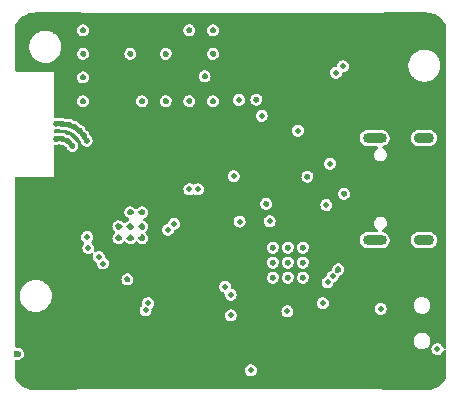
<source format=gbr>
%TF.GenerationSoftware,KiCad,Pcbnew,(6.0.0)*%
%TF.CreationDate,2022-11-27T20:06:58+00:00*%
%TF.ProjectId,Tracer,54726163-6572-42e6-9b69-6361645f7063,F*%
%TF.SameCoordinates,Original*%
%TF.FileFunction,Copper,L2,Inr*%
%TF.FilePolarity,Positive*%
%FSLAX46Y46*%
G04 Gerber Fmt 4.6, Leading zero omitted, Abs format (unit mm)*
G04 Created by KiCad (PCBNEW (6.0.0)) date 2022-11-27 20:06:58*
%MOMM*%
%LPD*%
G01*
G04 APERTURE LIST*
%TA.AperFunction,ComponentPad*%
%ADD10O,2.000000X0.900000*%
%TD*%
%TA.AperFunction,ComponentPad*%
%ADD11O,1.700000X0.900000*%
%TD*%
%TA.AperFunction,ViaPad*%
%ADD12C,0.500000*%
%TD*%
%TA.AperFunction,ViaPad*%
%ADD13C,0.600000*%
%TD*%
G04 APERTURE END LIST*
D10*
%TO.N,GND*%
%TO.C,J1*%
X159695000Y-99770000D03*
D11*
X163865000Y-99770000D03*
X163865000Y-91130000D03*
D10*
X159695000Y-91130000D03*
%TD*%
D12*
%TO.N,+BATT*%
X165000000Y-109000000D03*
X148200000Y-87900000D03*
%TO.N,GND*%
X139000000Y-98600000D03*
X135000000Y-84000000D03*
X144000000Y-82000000D03*
X133250000Y-89950000D03*
X144000000Y-88000000D03*
X133250000Y-91200000D03*
X142000000Y-84000000D03*
X150500000Y-96700000D03*
X151060000Y-102950000D03*
X151060000Y-101680000D03*
X139000000Y-97400000D03*
X135300000Y-91350000D03*
X138000000Y-98600000D03*
X140000000Y-88000000D03*
X135000000Y-88000000D03*
X146000000Y-84000000D03*
X146000000Y-88000000D03*
X135000000Y-82000000D03*
X149679122Y-87879122D03*
X153600000Y-102950000D03*
X152330000Y-100410000D03*
X132750000Y-91200000D03*
X140000000Y-98600000D03*
X140000000Y-97400000D03*
X133800000Y-90000000D03*
X138000000Y-99600000D03*
X154000000Y-94400000D03*
X151060000Y-100410000D03*
X138750000Y-103100000D03*
X135000000Y-86000000D03*
X139000000Y-99600000D03*
X133750000Y-91400000D03*
X152330000Y-102950000D03*
X156600000Y-102250000D03*
X134300000Y-90200000D03*
X140000000Y-99600000D03*
X134100000Y-91800000D03*
X129500000Y-109400000D03*
X157100000Y-95850000D03*
X146000000Y-82000000D03*
X139000000Y-84000000D03*
X152330000Y-101680000D03*
X134700000Y-90500000D03*
X135050000Y-90900000D03*
X142000000Y-88000000D03*
X132750000Y-89900000D03*
X145300000Y-85900000D03*
X153600000Y-101680000D03*
X153600000Y-100410000D03*
D13*
%TO.N,+3V3*%
X140395000Y-81500000D03*
X138300000Y-94400000D03*
X154332671Y-97067329D03*
X134200000Y-95950000D03*
X134200000Y-102350000D03*
X138195000Y-88100000D03*
X134200000Y-105700000D03*
X145400000Y-94100000D03*
X134200000Y-99050000D03*
X142400000Y-101600000D03*
X144500000Y-97500000D03*
D12*
%TO.N,Net-(BT1-Pad2)*%
X150124500Y-89250000D03*
%TO.N,6D_PWR*%
X150800000Y-98174500D03*
X136684166Y-101756944D03*
%TO.N,6D_INT1*%
X148250000Y-98200000D03*
X135450000Y-100450000D03*
%TO.N,6D_INT2*%
X135350000Y-99500000D03*
X147750000Y-94350000D03*
%TO.N,SPICS0*%
X147500000Y-106150000D03*
X149200000Y-110800000D03*
X142702684Y-98397316D03*
X147500000Y-104400000D03*
%TO.N,VUSB*%
X155600000Y-96800000D03*
X155900000Y-93300000D03*
%TO.N,SPIWP*%
X142200000Y-98900000D03*
X147025500Y-103700000D03*
%TO.N,~CE*%
X136350000Y-101200000D03*
X157000000Y-85050000D03*
%TO.N,U0RXD*%
X144000000Y-95475500D03*
X155700000Y-103350000D03*
%TO.N,U0TXD*%
X156124500Y-102842824D03*
X144722497Y-95475500D03*
%TO.N,RTS*%
X152300000Y-105800000D03*
X140294609Y-105716172D03*
%TO.N,DTR*%
X140500000Y-105100000D03*
X155300000Y-105100000D03*
%TO.N,Net-(BT1-Pad1)*%
X160200000Y-105600000D03*
X153200000Y-90500000D03*
X156400000Y-85600000D03*
%TD*%
%TA.AperFunction,Conductor*%
%TO.N,GND*%
G36*
X129240352Y-109134690D02*
G01*
X129240426Y-109134332D01*
X129243462Y-109134959D01*
X129243464Y-109134959D01*
X129337485Y-109154369D01*
X129381687Y-109154689D01*
X129405829Y-109154864D01*
X129405831Y-109154864D01*
X129408477Y-109154883D01*
X129445288Y-109149862D01*
X129455737Y-109149184D01*
X129501533Y-109149464D01*
X129526816Y-109149618D01*
X129547564Y-109152720D01*
X129596010Y-109167209D01*
X129615053Y-109176007D01*
X129657489Y-109203513D01*
X129673295Y-109217302D01*
X129691778Y-109238751D01*
X129706304Y-109255610D01*
X129717608Y-109273286D01*
X129738536Y-109319315D01*
X129744425Y-109339452D01*
X129751907Y-109391695D01*
X129751628Y-109414463D01*
X129742874Y-109466497D01*
X129736495Y-109486485D01*
X129714447Y-109531992D01*
X129702715Y-109549386D01*
X129668781Y-109586876D01*
X129652638Y-109600279D01*
X129609545Y-109626738D01*
X129590289Y-109635070D01*
X129541511Y-109648368D01*
X129520691Y-109650962D01*
X129517014Y-109650895D01*
X129454822Y-109649755D01*
X129450355Y-109649419D01*
X129449420Y-109649207D01*
X129403298Y-109647347D01*
X129360554Y-109645624D01*
X129360552Y-109645624D01*
X129357177Y-109645488D01*
X129353831Y-109645968D01*
X129353828Y-109645968D01*
X129327836Y-109649696D01*
X129286900Y-109655567D01*
X129285291Y-109655947D01*
X129285289Y-109655947D01*
X129247984Y-109664748D01*
X129247982Y-109664749D01*
X129242831Y-109665964D01*
X129242706Y-109665435D01*
X129195878Y-109666627D01*
X129156286Y-109635087D01*
X129145410Y-109596442D01*
X129145547Y-109204642D01*
X129162876Y-109157082D01*
X129206723Y-109131788D01*
X129240352Y-109134690D01*
G37*
%TD.AperFunction*%
%TA.AperFunction,Conductor*%
G36*
X138751532Y-102849464D02*
G01*
X138752005Y-102849467D01*
X138776816Y-102849618D01*
X138797564Y-102852720D01*
X138846008Y-102867208D01*
X138865049Y-102876005D01*
X138907491Y-102903516D01*
X138923297Y-102917304D01*
X138954143Y-102953101D01*
X138956304Y-102955609D01*
X138967608Y-102973284D01*
X138987255Y-103016497D01*
X138988536Y-103019314D01*
X138994425Y-103039451D01*
X139001907Y-103091695D01*
X139001628Y-103114464D01*
X138992873Y-103166501D01*
X138986494Y-103186490D01*
X138981735Y-103196312D01*
X138981733Y-103196315D01*
X138964448Y-103231992D01*
X138952714Y-103249387D01*
X138918779Y-103286877D01*
X138902637Y-103300279D01*
X138859546Y-103326737D01*
X138840290Y-103335069D01*
X138825347Y-103339143D01*
X138791508Y-103348368D01*
X138770691Y-103350962D01*
X138720129Y-103350036D01*
X138699416Y-103346681D01*
X138675289Y-103339143D01*
X138675288Y-103339143D01*
X138675288Y-103339142D01*
X138651155Y-103331602D01*
X138632220Y-103322571D01*
X138590121Y-103294548D01*
X138574486Y-103280567D01*
X138541948Y-103241859D01*
X138530860Y-103224046D01*
X138510496Y-103177764D01*
X138504854Y-103157557D01*
X138502150Y-103136877D01*
X138498297Y-103107415D01*
X138498553Y-103086437D01*
X138506331Y-103036478D01*
X138512465Y-103016412D01*
X138529424Y-102980291D01*
X138529428Y-102980281D01*
X138532712Y-102973286D01*
X138533956Y-102970636D01*
X138545473Y-102953104D01*
X138571248Y-102923919D01*
X138578948Y-102915200D01*
X138594927Y-102901601D01*
X138637692Y-102874619D01*
X138656844Y-102866052D01*
X138705459Y-102852158D01*
X138726245Y-102849310D01*
X138751532Y-102849464D01*
G37*
%TD.AperFunction*%
%TA.AperFunction,Conductor*%
G36*
X151061532Y-102699464D02*
G01*
X151062005Y-102699467D01*
X151086816Y-102699618D01*
X151107564Y-102702720D01*
X151156008Y-102717208D01*
X151175049Y-102726005D01*
X151217491Y-102753516D01*
X151233297Y-102767304D01*
X151264145Y-102803103D01*
X151266304Y-102805609D01*
X151277607Y-102823282D01*
X151297053Y-102866052D01*
X151298537Y-102869316D01*
X151304423Y-102889444D01*
X151304685Y-102891272D01*
X151304686Y-102891286D01*
X151304687Y-102891286D01*
X151311907Y-102941694D01*
X151311907Y-102941697D01*
X151311628Y-102964462D01*
X151304379Y-103007555D01*
X151302874Y-103016498D01*
X151296495Y-103036487D01*
X151274447Y-103081993D01*
X151262714Y-103099387D01*
X151228779Y-103136877D01*
X151212637Y-103150279D01*
X151169546Y-103176737D01*
X151150290Y-103185069D01*
X151125900Y-103191718D01*
X151101508Y-103198368D01*
X151080691Y-103200962D01*
X151030132Y-103200036D01*
X151009419Y-103196681D01*
X150965485Y-103182954D01*
X150965477Y-103182952D01*
X150965474Y-103182951D01*
X150961148Y-103181599D01*
X150942217Y-103172569D01*
X150930919Y-103165049D01*
X150900125Y-103144550D01*
X150884489Y-103130571D01*
X150851948Y-103091859D01*
X150840862Y-103074047D01*
X150820496Y-103027760D01*
X150814854Y-103007555D01*
X150809270Y-102964859D01*
X150809269Y-102964851D01*
X150809268Y-102964850D01*
X150808296Y-102957416D01*
X150808552Y-102936440D01*
X150808553Y-102936434D01*
X150816332Y-102886472D01*
X150822466Y-102866409D01*
X150843956Y-102820638D01*
X150855474Y-102803103D01*
X150888949Y-102765199D01*
X150904933Y-102751597D01*
X150907742Y-102749825D01*
X150947692Y-102724618D01*
X150966840Y-102716052D01*
X151015462Y-102702157D01*
X151036245Y-102699310D01*
X151061532Y-102699464D01*
G37*
%TD.AperFunction*%
%TA.AperFunction,Conductor*%
G36*
X152331532Y-102699464D02*
G01*
X152332005Y-102699467D01*
X152356816Y-102699618D01*
X152377564Y-102702720D01*
X152426008Y-102717208D01*
X152445049Y-102726005D01*
X152487491Y-102753516D01*
X152503297Y-102767304D01*
X152534145Y-102803103D01*
X152536304Y-102805609D01*
X152547607Y-102823282D01*
X152567053Y-102866052D01*
X152568537Y-102869316D01*
X152574423Y-102889444D01*
X152574685Y-102891272D01*
X152574686Y-102891286D01*
X152574687Y-102891286D01*
X152581907Y-102941694D01*
X152581907Y-102941697D01*
X152581628Y-102964462D01*
X152574379Y-103007555D01*
X152572874Y-103016498D01*
X152566495Y-103036487D01*
X152544447Y-103081993D01*
X152532714Y-103099387D01*
X152498779Y-103136877D01*
X152482637Y-103150279D01*
X152439546Y-103176737D01*
X152420290Y-103185069D01*
X152395900Y-103191718D01*
X152371508Y-103198368D01*
X152350691Y-103200962D01*
X152300132Y-103200036D01*
X152279419Y-103196681D01*
X152235485Y-103182954D01*
X152235477Y-103182952D01*
X152235474Y-103182951D01*
X152231148Y-103181599D01*
X152212217Y-103172569D01*
X152200919Y-103165049D01*
X152170125Y-103144550D01*
X152154489Y-103130571D01*
X152121948Y-103091859D01*
X152110862Y-103074047D01*
X152090496Y-103027760D01*
X152084854Y-103007555D01*
X152079269Y-102964853D01*
X152078296Y-102957412D01*
X152078552Y-102936434D01*
X152080501Y-102923918D01*
X152086332Y-102886471D01*
X152092466Y-102866409D01*
X152113956Y-102820638D01*
X152125474Y-102803103D01*
X152158949Y-102765199D01*
X152174933Y-102751597D01*
X152177742Y-102749825D01*
X152217692Y-102724618D01*
X152236840Y-102716052D01*
X152285462Y-102702157D01*
X152306245Y-102699310D01*
X152331532Y-102699464D01*
G37*
%TD.AperFunction*%
%TA.AperFunction,Conductor*%
G36*
X153601532Y-102699464D02*
G01*
X153602005Y-102699467D01*
X153626816Y-102699618D01*
X153647564Y-102702720D01*
X153696008Y-102717208D01*
X153715049Y-102726005D01*
X153757491Y-102753516D01*
X153773297Y-102767304D01*
X153804145Y-102803103D01*
X153806304Y-102805609D01*
X153817607Y-102823282D01*
X153837053Y-102866052D01*
X153838537Y-102869316D01*
X153844423Y-102889444D01*
X153844685Y-102891272D01*
X153844687Y-102891287D01*
X153844688Y-102891287D01*
X153851155Y-102936440D01*
X153851907Y-102941694D01*
X153851629Y-102964455D01*
X153842872Y-103016505D01*
X153836495Y-103036485D01*
X153814446Y-103081994D01*
X153802716Y-103099386D01*
X153768778Y-103136879D01*
X153752643Y-103150275D01*
X153709544Y-103176738D01*
X153690292Y-103185068D01*
X153641508Y-103198368D01*
X153620689Y-103200962D01*
X153570132Y-103200036D01*
X153549419Y-103196681D01*
X153505485Y-103182954D01*
X153505477Y-103182952D01*
X153505474Y-103182951D01*
X153501148Y-103181599D01*
X153482217Y-103172569D01*
X153470919Y-103165049D01*
X153440125Y-103144550D01*
X153424489Y-103130571D01*
X153391948Y-103091859D01*
X153380862Y-103074047D01*
X153360496Y-103027760D01*
X153354854Y-103007555D01*
X153349269Y-102964853D01*
X153348296Y-102957412D01*
X153348552Y-102936434D01*
X153350501Y-102923918D01*
X153356332Y-102886471D01*
X153362466Y-102866409D01*
X153383956Y-102820638D01*
X153395474Y-102803103D01*
X153428949Y-102765199D01*
X153444933Y-102751597D01*
X153447742Y-102749825D01*
X153487692Y-102724618D01*
X153506840Y-102716052D01*
X153555462Y-102702157D01*
X153576245Y-102699310D01*
X153601532Y-102699464D01*
G37*
%TD.AperFunction*%
%TA.AperFunction,Conductor*%
G36*
X156601532Y-101999464D02*
G01*
X156602014Y-101999467D01*
X156626815Y-101999618D01*
X156647563Y-102002720D01*
X156692135Y-102016050D01*
X156696010Y-102017209D01*
X156715052Y-102026007D01*
X156735486Y-102039252D01*
X156735487Y-102039253D01*
X156757491Y-102053516D01*
X156773297Y-102067304D01*
X156804143Y-102103101D01*
X156806304Y-102105609D01*
X156817607Y-102123282D01*
X156837215Y-102166409D01*
X156838536Y-102169314D01*
X156844423Y-102189449D01*
X156851906Y-102241695D01*
X156851628Y-102264464D01*
X156848535Y-102282851D01*
X156842874Y-102316497D01*
X156836495Y-102336485D01*
X156814447Y-102381992D01*
X156802715Y-102399386D01*
X156768781Y-102436876D01*
X156752638Y-102450279D01*
X156709545Y-102476738D01*
X156690291Y-102485069D01*
X156659789Y-102493385D01*
X156659482Y-102493475D01*
X156659449Y-102493484D01*
X156654978Y-102494791D01*
X156650913Y-102495979D01*
X156642161Y-102498711D01*
X156639488Y-102500047D01*
X156639486Y-102500048D01*
X156571990Y-102533789D01*
X156571987Y-102533791D01*
X156569326Y-102535121D01*
X156512231Y-102576275D01*
X156463523Y-102590043D01*
X156416637Y-102568569D01*
X156362842Y-102514774D01*
X156333256Y-102499699D01*
X156298735Y-102462678D01*
X156296087Y-102412128D01*
X156301703Y-102398672D01*
X156313729Y-102376351D01*
X156325966Y-102336485D01*
X156330048Y-102323187D01*
X156330048Y-102323184D01*
X156331620Y-102318064D01*
X156330856Y-102317830D01*
X156332492Y-102306991D01*
X156340077Y-102286265D01*
X156340078Y-102286262D01*
X156341326Y-102282851D01*
X156355336Y-102192872D01*
X156355336Y-102192870D01*
X156356332Y-102186475D01*
X156362466Y-102166409D01*
X156377573Y-102134233D01*
X156377578Y-102134224D01*
X156383958Y-102120636D01*
X156395476Y-102103101D01*
X156415838Y-102080045D01*
X156428947Y-102065201D01*
X156444924Y-102051602D01*
X156487694Y-102024617D01*
X156506840Y-102016052D01*
X156555461Y-102002157D01*
X156576245Y-101999310D01*
X156601532Y-101999464D01*
G37*
%TD.AperFunction*%
%TA.AperFunction,Conductor*%
G36*
X153601532Y-101429464D02*
G01*
X153602012Y-101429467D01*
X153626816Y-101429618D01*
X153647564Y-101432720D01*
X153696009Y-101447208D01*
X153715048Y-101456006D01*
X153757491Y-101483516D01*
X153773297Y-101497305D01*
X153804143Y-101533101D01*
X153806304Y-101535609D01*
X153817607Y-101553282D01*
X153837216Y-101596410D01*
X153838537Y-101599316D01*
X153844425Y-101619452D01*
X153851154Y-101666434D01*
X153851907Y-101671695D01*
X153851628Y-101694463D01*
X153842874Y-101746497D01*
X153836495Y-101766485D01*
X153814447Y-101811992D01*
X153802714Y-101829387D01*
X153768779Y-101866877D01*
X153752637Y-101880279D01*
X153709546Y-101906737D01*
X153690290Y-101915069D01*
X153665900Y-101921719D01*
X153641508Y-101928368D01*
X153620691Y-101930962D01*
X153570132Y-101930036D01*
X153549418Y-101926681D01*
X153525289Y-101919142D01*
X153525284Y-101919140D01*
X153501154Y-101911601D01*
X153482219Y-101902570D01*
X153440121Y-101874548D01*
X153424485Y-101860566D01*
X153391947Y-101821858D01*
X153380862Y-101804051D01*
X153360493Y-101757757D01*
X153354854Y-101737558D01*
X153349218Y-101694463D01*
X153348296Y-101687412D01*
X153348552Y-101666434D01*
X153356332Y-101616471D01*
X153362465Y-101596410D01*
X153383955Y-101550638D01*
X153395475Y-101533101D01*
X153427974Y-101496303D01*
X153427977Y-101496300D01*
X153428941Y-101495208D01*
X153429252Y-101494944D01*
X153431113Y-101492963D01*
X153431114Y-101492962D01*
X153431328Y-101493176D01*
X153444921Y-101481605D01*
X153487697Y-101454616D01*
X153506846Y-101446051D01*
X153555459Y-101432158D01*
X153576244Y-101429310D01*
X153601532Y-101429464D01*
G37*
%TD.AperFunction*%
%TA.AperFunction,Conductor*%
G36*
X152331532Y-101429464D02*
G01*
X152332012Y-101429467D01*
X152356816Y-101429618D01*
X152377564Y-101432720D01*
X152426009Y-101447208D01*
X152445048Y-101456006D01*
X152487491Y-101483516D01*
X152503297Y-101497305D01*
X152534143Y-101533101D01*
X152536304Y-101535609D01*
X152547607Y-101553282D01*
X152567216Y-101596410D01*
X152568537Y-101599316D01*
X152574425Y-101619452D01*
X152581154Y-101666434D01*
X152581907Y-101671695D01*
X152581628Y-101694463D01*
X152572874Y-101746497D01*
X152566495Y-101766485D01*
X152544447Y-101811992D01*
X152532714Y-101829387D01*
X152498779Y-101866877D01*
X152482637Y-101880279D01*
X152439546Y-101906737D01*
X152420290Y-101915069D01*
X152395900Y-101921719D01*
X152371508Y-101928368D01*
X152350691Y-101930962D01*
X152300132Y-101930036D01*
X152279418Y-101926681D01*
X152255289Y-101919142D01*
X152255284Y-101919140D01*
X152231154Y-101911601D01*
X152212219Y-101902570D01*
X152170121Y-101874548D01*
X152154485Y-101860566D01*
X152121947Y-101821858D01*
X152110862Y-101804051D01*
X152090493Y-101757757D01*
X152084854Y-101737558D01*
X152079218Y-101694463D01*
X152078296Y-101687412D01*
X152078552Y-101666434D01*
X152086332Y-101616471D01*
X152092465Y-101596410D01*
X152113955Y-101550638D01*
X152125475Y-101533101D01*
X152157974Y-101496303D01*
X152157977Y-101496300D01*
X152158941Y-101495208D01*
X152159252Y-101494944D01*
X152161113Y-101492963D01*
X152161114Y-101492962D01*
X152161328Y-101493176D01*
X152174921Y-101481605D01*
X152217697Y-101454616D01*
X152236846Y-101446051D01*
X152285459Y-101432158D01*
X152306244Y-101429310D01*
X152331532Y-101429464D01*
G37*
%TD.AperFunction*%
%TA.AperFunction,Conductor*%
G36*
X151061532Y-101429464D02*
G01*
X151062012Y-101429467D01*
X151086816Y-101429618D01*
X151107564Y-101432720D01*
X151156009Y-101447208D01*
X151175048Y-101456006D01*
X151217491Y-101483516D01*
X151233297Y-101497305D01*
X151264143Y-101533101D01*
X151266304Y-101535609D01*
X151277607Y-101553282D01*
X151297216Y-101596410D01*
X151298537Y-101599316D01*
X151304425Y-101619452D01*
X151311154Y-101666434D01*
X151311907Y-101671695D01*
X151311628Y-101694463D01*
X151302874Y-101746497D01*
X151296495Y-101766485D01*
X151274447Y-101811992D01*
X151262714Y-101829387D01*
X151228779Y-101866877D01*
X151212637Y-101880279D01*
X151169546Y-101906737D01*
X151150290Y-101915069D01*
X151125900Y-101921719D01*
X151101508Y-101928368D01*
X151080691Y-101930962D01*
X151030132Y-101930036D01*
X151009418Y-101926681D01*
X150985289Y-101919142D01*
X150985284Y-101919140D01*
X150961154Y-101911601D01*
X150942219Y-101902570D01*
X150900121Y-101874548D01*
X150884485Y-101860566D01*
X150851948Y-101821859D01*
X150840860Y-101804046D01*
X150820496Y-101757764D01*
X150814854Y-101737556D01*
X150808297Y-101687415D01*
X150808553Y-101666435D01*
X150808554Y-101666434D01*
X150816332Y-101616474D01*
X150822466Y-101596411D01*
X150843955Y-101550639D01*
X150855475Y-101533101D01*
X150887974Y-101496303D01*
X150887977Y-101496300D01*
X150888941Y-101495208D01*
X150889252Y-101494944D01*
X150891113Y-101492963D01*
X150891114Y-101492962D01*
X150891328Y-101493176D01*
X150904921Y-101481605D01*
X150947697Y-101454616D01*
X150966846Y-101446051D01*
X151015459Y-101432158D01*
X151036244Y-101429310D01*
X151061532Y-101429464D01*
G37*
%TD.AperFunction*%
%TA.AperFunction,Conductor*%
G36*
X151061532Y-100159464D02*
G01*
X151062005Y-100159467D01*
X151086816Y-100159618D01*
X151107563Y-100162719D01*
X151152140Y-100176051D01*
X151156009Y-100177208D01*
X151175013Y-100185982D01*
X151175356Y-100186204D01*
X151175400Y-100186233D01*
X151175400Y-100186232D01*
X151217489Y-100213513D01*
X151233295Y-100227301D01*
X151264141Y-100263099D01*
X151266304Y-100265609D01*
X151277607Y-100283282D01*
X151298537Y-100329316D01*
X151304425Y-100349452D01*
X151311154Y-100396434D01*
X151311907Y-100401695D01*
X151311628Y-100424463D01*
X151302874Y-100476497D01*
X151296495Y-100496485D01*
X151274447Y-100541992D01*
X151262714Y-100559387D01*
X151228779Y-100596877D01*
X151212637Y-100610279D01*
X151169546Y-100636737D01*
X151150290Y-100645069D01*
X151125900Y-100651719D01*
X151101508Y-100658368D01*
X151080691Y-100660962D01*
X151030132Y-100660036D01*
X151009418Y-100656681D01*
X150985289Y-100649142D01*
X150985284Y-100649140D01*
X150961154Y-100641601D01*
X150942219Y-100632570D01*
X150900121Y-100604548D01*
X150884485Y-100590566D01*
X150851947Y-100551858D01*
X150840862Y-100534051D01*
X150820493Y-100487757D01*
X150814854Y-100467557D01*
X150809572Y-100427167D01*
X150809571Y-100427160D01*
X150808297Y-100417417D01*
X150808553Y-100396437D01*
X150816332Y-100346477D01*
X150822465Y-100326415D01*
X150838847Y-100291520D01*
X150838849Y-100291516D01*
X150843959Y-100280633D01*
X150855477Y-100263099D01*
X150877405Y-100238270D01*
X150877407Y-100238268D01*
X150888949Y-100225200D01*
X150904924Y-100211604D01*
X150908159Y-100209563D01*
X150947694Y-100184617D01*
X150966846Y-100176051D01*
X151015459Y-100162158D01*
X151036244Y-100159310D01*
X151061532Y-100159464D01*
G37*
%TD.AperFunction*%
%TA.AperFunction,Conductor*%
G36*
X153601532Y-100159464D02*
G01*
X153602005Y-100159467D01*
X153626816Y-100159618D01*
X153647563Y-100162719D01*
X153692140Y-100176051D01*
X153696009Y-100177208D01*
X153715013Y-100185982D01*
X153715356Y-100186204D01*
X153715400Y-100186233D01*
X153715400Y-100186232D01*
X153757489Y-100213513D01*
X153773295Y-100227302D01*
X153791778Y-100248751D01*
X153806304Y-100265610D01*
X153817608Y-100283286D01*
X153838535Y-100329313D01*
X153844423Y-100349449D01*
X153851906Y-100401695D01*
X153851628Y-100424464D01*
X153842874Y-100476497D01*
X153836495Y-100496485D01*
X153814447Y-100541992D01*
X153802714Y-100559387D01*
X153768779Y-100596877D01*
X153752637Y-100610279D01*
X153709546Y-100636737D01*
X153690290Y-100645069D01*
X153665900Y-100651719D01*
X153641508Y-100658368D01*
X153620691Y-100660962D01*
X153570132Y-100660036D01*
X153549418Y-100656681D01*
X153525289Y-100649142D01*
X153525284Y-100649140D01*
X153501154Y-100641601D01*
X153482219Y-100632570D01*
X153440121Y-100604548D01*
X153424485Y-100590566D01*
X153391947Y-100551858D01*
X153380862Y-100534051D01*
X153360493Y-100487757D01*
X153354854Y-100467558D01*
X153354854Y-100467557D01*
X153348296Y-100417412D01*
X153348552Y-100396434D01*
X153356331Y-100346476D01*
X153362466Y-100326411D01*
X153378849Y-100291517D01*
X153378849Y-100291516D01*
X153383959Y-100280633D01*
X153395477Y-100263099D01*
X153417405Y-100238270D01*
X153417407Y-100238268D01*
X153428949Y-100225200D01*
X153444924Y-100211604D01*
X153448159Y-100209563D01*
X153487694Y-100184617D01*
X153506846Y-100176051D01*
X153555459Y-100162158D01*
X153576244Y-100159310D01*
X153601532Y-100159464D01*
G37*
%TD.AperFunction*%
%TA.AperFunction,Conductor*%
G36*
X152331532Y-100159464D02*
G01*
X152332005Y-100159467D01*
X152356816Y-100159618D01*
X152377563Y-100162719D01*
X152422140Y-100176051D01*
X152426009Y-100177208D01*
X152445013Y-100185982D01*
X152445356Y-100186204D01*
X152445400Y-100186233D01*
X152445400Y-100186232D01*
X152487489Y-100213513D01*
X152503295Y-100227301D01*
X152534141Y-100263099D01*
X152536304Y-100265609D01*
X152547607Y-100283282D01*
X152568537Y-100329316D01*
X152574425Y-100349452D01*
X152581154Y-100396434D01*
X152581907Y-100401695D01*
X152581628Y-100424463D01*
X152572874Y-100476497D01*
X152566495Y-100496485D01*
X152544447Y-100541992D01*
X152532714Y-100559387D01*
X152498779Y-100596877D01*
X152482637Y-100610279D01*
X152439546Y-100636737D01*
X152420290Y-100645069D01*
X152395900Y-100651719D01*
X152371508Y-100658368D01*
X152350691Y-100660962D01*
X152300132Y-100660036D01*
X152279418Y-100656681D01*
X152255289Y-100649142D01*
X152255284Y-100649140D01*
X152231154Y-100641601D01*
X152212219Y-100632570D01*
X152170121Y-100604548D01*
X152154485Y-100590566D01*
X152121947Y-100551858D01*
X152110862Y-100534051D01*
X152090493Y-100487757D01*
X152084854Y-100467558D01*
X152084854Y-100467557D01*
X152078296Y-100417412D01*
X152078552Y-100396434D01*
X152086331Y-100346476D01*
X152092466Y-100326411D01*
X152108849Y-100291517D01*
X152108849Y-100291516D01*
X152113959Y-100280633D01*
X152125477Y-100263099D01*
X152147405Y-100238270D01*
X152147407Y-100238268D01*
X152158949Y-100225200D01*
X152174924Y-100211604D01*
X152178159Y-100209563D01*
X152217694Y-100184617D01*
X152236846Y-100176051D01*
X152285459Y-100162158D01*
X152306244Y-100159310D01*
X152331532Y-100159464D01*
G37*
%TD.AperFunction*%
%TA.AperFunction,Conductor*%
G36*
X138028272Y-99257036D02*
G01*
X138065541Y-99289498D01*
X138081841Y-99318382D01*
X138084210Y-99321138D01*
X138084211Y-99321139D01*
X138084977Y-99322030D01*
X138128124Y-99372218D01*
X138130114Y-99373956D01*
X138130118Y-99373960D01*
X138141407Y-99383819D01*
X138148007Y-99390551D01*
X138147918Y-99390640D01*
X138147919Y-99390641D01*
X138149426Y-99391860D01*
X138149428Y-99391862D01*
X138150691Y-99392884D01*
X138160198Y-99402101D01*
X138211820Y-99462011D01*
X138265615Y-99509045D01*
X138267804Y-99510471D01*
X138267807Y-99510473D01*
X138311188Y-99538728D01*
X138341597Y-99579195D01*
X138338879Y-99629741D01*
X138309450Y-99663840D01*
X138277090Y-99683659D01*
X138277087Y-99683661D01*
X138274839Y-99685038D01*
X138272810Y-99686720D01*
X138272808Y-99686722D01*
X138221230Y-99729495D01*
X138219188Y-99731188D01*
X138217411Y-99733151D01*
X138217408Y-99733154D01*
X138209825Y-99741532D01*
X138171496Y-99783878D01*
X138168783Y-99786875D01*
X138152640Y-99800278D01*
X138109545Y-99826738D01*
X138090289Y-99835070D01*
X138041511Y-99848368D01*
X138020692Y-99850962D01*
X137970132Y-99850036D01*
X137949418Y-99846681D01*
X137925289Y-99839142D01*
X137925284Y-99839140D01*
X137901154Y-99831601D01*
X137882217Y-99822569D01*
X137840127Y-99794552D01*
X137824486Y-99780567D01*
X137791948Y-99741859D01*
X137780860Y-99724046D01*
X137760495Y-99677762D01*
X137754853Y-99657554D01*
X137749218Y-99614462D01*
X137748297Y-99607417D01*
X137748553Y-99586438D01*
X137751255Y-99569084D01*
X137751255Y-99569082D01*
X137755868Y-99539452D01*
X137756332Y-99536474D01*
X137762466Y-99516409D01*
X137779730Y-99479639D01*
X137783956Y-99470638D01*
X137795472Y-99453105D01*
X137799891Y-99448101D01*
X137799893Y-99448099D01*
X137837020Y-99406060D01*
X137844713Y-99398532D01*
X137866909Y-99379769D01*
X137866910Y-99379768D01*
X137869910Y-99377232D01*
X137872305Y-99374125D01*
X137872309Y-99374121D01*
X137922505Y-99309008D01*
X137935250Y-99292475D01*
X137936941Y-99288924D01*
X137938031Y-99287149D01*
X137977671Y-99255670D01*
X138028272Y-99257036D01*
G37*
%TD.AperFunction*%
%TA.AperFunction,Conductor*%
G36*
X140028272Y-99257036D02*
G01*
X140065541Y-99289498D01*
X140081841Y-99318382D01*
X140084210Y-99321138D01*
X140084211Y-99321139D01*
X140084977Y-99322030D01*
X140128124Y-99372218D01*
X140130114Y-99373956D01*
X140130118Y-99373960D01*
X140141407Y-99383819D01*
X140148007Y-99390551D01*
X140147918Y-99390640D01*
X140147919Y-99390641D01*
X140150685Y-99392879D01*
X140160197Y-99402101D01*
X140199833Y-99448099D01*
X140206304Y-99455609D01*
X140217607Y-99473282D01*
X140236006Y-99513749D01*
X140238537Y-99519316D01*
X140244425Y-99539452D01*
X140251907Y-99591695D01*
X140251629Y-99614457D01*
X140242872Y-99666506D01*
X140236495Y-99686486D01*
X140233563Y-99692539D01*
X140214446Y-99731995D01*
X140202716Y-99749386D01*
X140171494Y-99783880D01*
X140168782Y-99786876D01*
X140152639Y-99800277D01*
X140109545Y-99826737D01*
X140090289Y-99835070D01*
X140041511Y-99848368D01*
X140020692Y-99850962D01*
X139970132Y-99850036D01*
X139949418Y-99846681D01*
X139925289Y-99839142D01*
X139925284Y-99839140D01*
X139901154Y-99831601D01*
X139882217Y-99822569D01*
X139840125Y-99794551D01*
X139824484Y-99780566D01*
X139793484Y-99743687D01*
X139793480Y-99743682D01*
X139791798Y-99741682D01*
X139789853Y-99739939D01*
X139789849Y-99739935D01*
X139740531Y-99695741D01*
X139740527Y-99695738D01*
X139738582Y-99693995D01*
X139689004Y-99660834D01*
X139659093Y-99620000D01*
X139662427Y-99569491D01*
X139690728Y-99536699D01*
X139727191Y-99513749D01*
X139727203Y-99513740D01*
X139729434Y-99512336D01*
X139731626Y-99510473D01*
X139756975Y-99488923D01*
X139784517Y-99465509D01*
X139787607Y-99462011D01*
X139837020Y-99406060D01*
X139844713Y-99398532D01*
X139866909Y-99379769D01*
X139866910Y-99379768D01*
X139869910Y-99377232D01*
X139872305Y-99374125D01*
X139872309Y-99374121D01*
X139922505Y-99309008D01*
X139935250Y-99292475D01*
X139936941Y-99288924D01*
X139938031Y-99287149D01*
X139977671Y-99255670D01*
X140028272Y-99257036D01*
G37*
%TD.AperFunction*%
%TA.AperFunction,Conductor*%
G36*
X139028272Y-99257036D02*
G01*
X139065541Y-99289498D01*
X139081841Y-99318382D01*
X139084210Y-99321138D01*
X139084211Y-99321139D01*
X139084977Y-99322030D01*
X139128124Y-99372218D01*
X139130114Y-99373956D01*
X139130118Y-99373960D01*
X139141407Y-99383819D01*
X139148007Y-99390551D01*
X139147918Y-99390640D01*
X139147919Y-99390641D01*
X139149426Y-99391860D01*
X139149428Y-99391862D01*
X139150691Y-99392884D01*
X139160198Y-99402101D01*
X139211820Y-99462011D01*
X139265615Y-99509045D01*
X139267804Y-99510471D01*
X139267807Y-99510473D01*
X139311188Y-99538728D01*
X139341597Y-99579195D01*
X139338879Y-99629741D01*
X139309450Y-99663840D01*
X139277090Y-99683659D01*
X139277087Y-99683661D01*
X139274839Y-99685038D01*
X139272810Y-99686720D01*
X139272808Y-99686722D01*
X139221230Y-99729495D01*
X139219188Y-99731188D01*
X139217411Y-99733151D01*
X139217408Y-99733154D01*
X139209825Y-99741532D01*
X139171496Y-99783878D01*
X139168783Y-99786875D01*
X139152640Y-99800278D01*
X139109545Y-99826738D01*
X139090289Y-99835070D01*
X139041511Y-99848368D01*
X139020692Y-99850962D01*
X138970132Y-99850036D01*
X138949418Y-99846681D01*
X138925289Y-99839142D01*
X138925284Y-99839140D01*
X138901154Y-99831601D01*
X138882217Y-99822569D01*
X138840125Y-99794551D01*
X138824484Y-99780566D01*
X138793484Y-99743687D01*
X138793480Y-99743682D01*
X138791798Y-99741682D01*
X138789853Y-99739939D01*
X138789849Y-99739935D01*
X138740531Y-99695741D01*
X138740527Y-99695738D01*
X138738582Y-99693995D01*
X138689004Y-99660834D01*
X138659093Y-99620000D01*
X138662427Y-99569491D01*
X138690728Y-99536699D01*
X138727191Y-99513749D01*
X138727203Y-99513740D01*
X138729434Y-99512336D01*
X138731626Y-99510473D01*
X138756975Y-99488923D01*
X138784517Y-99465509D01*
X138787607Y-99462011D01*
X138837020Y-99406060D01*
X138844713Y-99398532D01*
X138866909Y-99379769D01*
X138866910Y-99379768D01*
X138869910Y-99377232D01*
X138872305Y-99374125D01*
X138872309Y-99374121D01*
X138922505Y-99309008D01*
X138935250Y-99292475D01*
X138936941Y-99288924D01*
X138938031Y-99287149D01*
X138977671Y-99255670D01*
X139028272Y-99257036D01*
G37*
%TD.AperFunction*%
%TA.AperFunction,Conductor*%
G36*
X138001532Y-98349464D02*
G01*
X138002005Y-98349467D01*
X138026816Y-98349618D01*
X138047563Y-98352719D01*
X138069426Y-98359258D01*
X138096012Y-98367209D01*
X138115049Y-98376005D01*
X138117343Y-98377492D01*
X138117345Y-98377494D01*
X138142165Y-98393582D01*
X138157490Y-98403515D01*
X138173299Y-98417305D01*
X138211820Y-98462011D01*
X138265615Y-98509045D01*
X138267804Y-98510471D01*
X138267807Y-98510473D01*
X138311188Y-98538728D01*
X138341597Y-98579195D01*
X138338879Y-98629741D01*
X138309450Y-98663840D01*
X138274839Y-98685038D01*
X138219220Y-98731153D01*
X138218281Y-98732190D01*
X138218249Y-98732225D01*
X138158965Y-98797721D01*
X138158961Y-98797725D01*
X138152005Y-98804390D01*
X138151561Y-98804839D01*
X138148761Y-98807164D01*
X138146469Y-98809990D01*
X138146057Y-98810407D01*
X138141202Y-98814898D01*
X138130385Y-98824042D01*
X138122010Y-98831443D01*
X138119638Y-98834706D01*
X138119634Y-98834710D01*
X138089254Y-98876495D01*
X138063730Y-98911602D01*
X138063463Y-98912182D01*
X138025122Y-98943905D01*
X137974504Y-98943555D01*
X137935408Y-98909772D01*
X137923853Y-98888698D01*
X137923852Y-98888696D01*
X137922102Y-98885505D01*
X137876480Y-98831109D01*
X137841979Y-98800227D01*
X137834692Y-98792709D01*
X137816323Y-98770856D01*
X137816322Y-98770855D01*
X137791948Y-98741859D01*
X137780860Y-98724046D01*
X137760495Y-98677762D01*
X137754853Y-98657556D01*
X137751719Y-98633593D01*
X137748296Y-98607417D01*
X137748552Y-98586442D01*
X137754638Y-98547353D01*
X137756332Y-98536476D01*
X137762466Y-98516414D01*
X137783790Y-98470993D01*
X137783908Y-98470741D01*
X137795474Y-98453103D01*
X137812212Y-98434150D01*
X137828949Y-98415200D01*
X137844925Y-98401603D01*
X137885481Y-98376013D01*
X137887691Y-98374618D01*
X137906840Y-98366052D01*
X137955461Y-98352157D01*
X137976245Y-98349310D01*
X138001532Y-98349464D01*
G37*
%TD.AperFunction*%
%TA.AperFunction,Conductor*%
G36*
X140034396Y-98340256D02*
G01*
X140086484Y-98364360D01*
X140089015Y-98365117D01*
X140089018Y-98365118D01*
X140096007Y-98367208D01*
X140115072Y-98376020D01*
X140117354Y-98377500D01*
X140117379Y-98377517D01*
X140157491Y-98403517D01*
X140173298Y-98417305D01*
X140206308Y-98455614D01*
X140217607Y-98473282D01*
X140238538Y-98519319D01*
X140244425Y-98539452D01*
X140251907Y-98591695D01*
X140251628Y-98614463D01*
X140249058Y-98629741D01*
X140242873Y-98666501D01*
X140236494Y-98686489D01*
X140214448Y-98731991D01*
X140202716Y-98749385D01*
X140158964Y-98797721D01*
X140152001Y-98804393D01*
X140151557Y-98804843D01*
X140148761Y-98807164D01*
X140146470Y-98809990D01*
X140146060Y-98810404D01*
X140141204Y-98814896D01*
X140130385Y-98824042D01*
X140122010Y-98831443D01*
X140119638Y-98834706D01*
X140119634Y-98834710D01*
X140089254Y-98876495D01*
X140063730Y-98911602D01*
X140063463Y-98912182D01*
X140025122Y-98943905D01*
X139974504Y-98943555D01*
X139935408Y-98909772D01*
X139923853Y-98888698D01*
X139923852Y-98888696D01*
X139922102Y-98885505D01*
X139876480Y-98831109D01*
X139868894Y-98824318D01*
X139841979Y-98800227D01*
X139834688Y-98792705D01*
X139793485Y-98743688D01*
X139793480Y-98743683D01*
X139791799Y-98741683D01*
X139789854Y-98739940D01*
X139789850Y-98739936D01*
X139740531Y-98695741D01*
X139740527Y-98695738D01*
X139738582Y-98693995D01*
X139689004Y-98660834D01*
X139659093Y-98620000D01*
X139662427Y-98569491D01*
X139690728Y-98536699D01*
X139727191Y-98513749D01*
X139727203Y-98513740D01*
X139729434Y-98512336D01*
X139731626Y-98510473D01*
X139756975Y-98488923D01*
X139784517Y-98465509D01*
X139786267Y-98463528D01*
X139828948Y-98415201D01*
X139844924Y-98401604D01*
X139887691Y-98374619D01*
X139906846Y-98366051D01*
X139909879Y-98365184D01*
X139911069Y-98364753D01*
X139911076Y-98364751D01*
X139924094Y-98360039D01*
X139942765Y-98353281D01*
X139973412Y-98339735D01*
X140023917Y-98336340D01*
X140034396Y-98340256D01*
G37*
%TD.AperFunction*%
%TA.AperFunction,Conductor*%
G36*
X139034396Y-98340256D02*
G01*
X139086484Y-98364360D01*
X139089015Y-98365117D01*
X139089018Y-98365118D01*
X139096007Y-98367208D01*
X139115061Y-98376013D01*
X139117345Y-98377494D01*
X139157490Y-98403515D01*
X139173299Y-98417305D01*
X139211820Y-98462011D01*
X139265615Y-98509045D01*
X139267804Y-98510471D01*
X139267807Y-98510473D01*
X139311188Y-98538728D01*
X139341597Y-98579195D01*
X139338879Y-98629741D01*
X139309450Y-98663840D01*
X139274839Y-98685038D01*
X139219220Y-98731153D01*
X139218281Y-98732190D01*
X139218249Y-98732225D01*
X139158965Y-98797721D01*
X139158961Y-98797725D01*
X139152005Y-98804390D01*
X139151561Y-98804839D01*
X139148761Y-98807164D01*
X139146469Y-98809990D01*
X139146057Y-98810407D01*
X139141202Y-98814898D01*
X139130385Y-98824042D01*
X139122010Y-98831443D01*
X139119638Y-98834706D01*
X139119634Y-98834710D01*
X139089254Y-98876495D01*
X139063730Y-98911602D01*
X139063463Y-98912182D01*
X139025122Y-98943905D01*
X138974504Y-98943555D01*
X138935408Y-98909772D01*
X138923853Y-98888698D01*
X138923852Y-98888696D01*
X138922102Y-98885505D01*
X138876480Y-98831109D01*
X138868894Y-98824318D01*
X138841979Y-98800227D01*
X138834688Y-98792705D01*
X138793485Y-98743688D01*
X138793480Y-98743683D01*
X138791799Y-98741683D01*
X138789854Y-98739940D01*
X138789850Y-98739936D01*
X138740531Y-98695741D01*
X138740527Y-98695738D01*
X138738582Y-98693995D01*
X138689004Y-98660834D01*
X138659093Y-98620000D01*
X138662427Y-98569491D01*
X138690728Y-98536699D01*
X138727191Y-98513749D01*
X138727203Y-98513740D01*
X138729434Y-98512336D01*
X138731626Y-98510473D01*
X138756975Y-98488923D01*
X138784517Y-98465509D01*
X138786267Y-98463528D01*
X138828948Y-98415201D01*
X138844924Y-98401604D01*
X138887691Y-98374619D01*
X138906846Y-98366051D01*
X138909879Y-98365184D01*
X138911069Y-98364753D01*
X138911076Y-98364751D01*
X138924094Y-98360039D01*
X138942765Y-98353281D01*
X138973412Y-98339735D01*
X139023917Y-98336340D01*
X139034396Y-98340256D01*
G37*
%TD.AperFunction*%
%TA.AperFunction,Conductor*%
G36*
X140001532Y-97149464D02*
G01*
X140002012Y-97149467D01*
X140026816Y-97149618D01*
X140047564Y-97152720D01*
X140096008Y-97167208D01*
X140115049Y-97176006D01*
X140151798Y-97199825D01*
X140157485Y-97203511D01*
X140173295Y-97217303D01*
X140206304Y-97255611D01*
X140217609Y-97273288D01*
X140238536Y-97319315D01*
X140244425Y-97339453D01*
X140245958Y-97350154D01*
X140247912Y-97363802D01*
X140247913Y-97363806D01*
X140251547Y-97389177D01*
X140251907Y-97391694D01*
X140251629Y-97414455D01*
X140242872Y-97466505D01*
X140236495Y-97486485D01*
X140214445Y-97531996D01*
X140202716Y-97549387D01*
X140168785Y-97586874D01*
X140152643Y-97600275D01*
X140108773Y-97627212D01*
X140094814Y-97633885D01*
X140087965Y-97636317D01*
X140060839Y-97645948D01*
X140060831Y-97645951D01*
X140059536Y-97646411D01*
X140027655Y-97660502D01*
X139977153Y-97663897D01*
X139965853Y-97659595D01*
X139918772Y-97637106D01*
X139916253Y-97636319D01*
X139916248Y-97636317D01*
X139901152Y-97631601D01*
X139882215Y-97622568D01*
X139840125Y-97594550D01*
X139824485Y-97580566D01*
X139793487Y-97543690D01*
X139793480Y-97543683D01*
X139791799Y-97541683D01*
X139772115Y-97524044D01*
X139740531Y-97495741D01*
X139740527Y-97495738D01*
X139738582Y-97493995D01*
X139689004Y-97460834D01*
X139659093Y-97420000D01*
X139662427Y-97369491D01*
X139690728Y-97336699D01*
X139727191Y-97313749D01*
X139727203Y-97313740D01*
X139729434Y-97312336D01*
X139731626Y-97310473D01*
X139778455Y-97270662D01*
X139784517Y-97265509D01*
X139787607Y-97262011D01*
X139828948Y-97215200D01*
X139844923Y-97201603D01*
X139847737Y-97199828D01*
X139887692Y-97174618D01*
X139906840Y-97166052D01*
X139955462Y-97152157D01*
X139976245Y-97149310D01*
X140001532Y-97149464D01*
G37*
%TD.AperFunction*%
%TA.AperFunction,Conductor*%
G36*
X139001532Y-97149464D02*
G01*
X139002012Y-97149467D01*
X139026816Y-97149618D01*
X139047564Y-97152720D01*
X139096009Y-97167208D01*
X139115052Y-97176008D01*
X139157491Y-97203516D01*
X139173299Y-97217305D01*
X139211820Y-97262011D01*
X139213785Y-97263729D01*
X139213787Y-97263731D01*
X139224718Y-97273288D01*
X139265615Y-97309045D01*
X139267804Y-97310471D01*
X139267807Y-97310473D01*
X139291652Y-97326004D01*
X139307737Y-97336480D01*
X139311188Y-97338728D01*
X139341597Y-97379195D01*
X139338879Y-97429741D01*
X139309450Y-97463840D01*
X139277090Y-97483659D01*
X139277087Y-97483661D01*
X139274839Y-97485038D01*
X139272810Y-97486720D01*
X139272808Y-97486722D01*
X139227803Y-97524044D01*
X139219189Y-97531187D01*
X139172169Y-97583133D01*
X139168779Y-97586878D01*
X139152640Y-97600277D01*
X139108770Y-97627214D01*
X139094818Y-97633884D01*
X139087965Y-97636317D01*
X139060839Y-97645948D01*
X139060831Y-97645951D01*
X139059536Y-97646411D01*
X139027655Y-97660502D01*
X138977153Y-97663897D01*
X138965853Y-97659595D01*
X138918772Y-97637106D01*
X138916253Y-97636319D01*
X138916248Y-97636317D01*
X138901152Y-97631601D01*
X138882215Y-97622568D01*
X138840125Y-97594550D01*
X138824485Y-97580566D01*
X138791947Y-97541858D01*
X138780862Y-97524051D01*
X138760493Y-97477757D01*
X138754854Y-97457557D01*
X138751971Y-97435513D01*
X138751216Y-97429741D01*
X138748297Y-97407416D01*
X138748553Y-97386437D01*
X138748689Y-97385567D01*
X138755027Y-97344858D01*
X138755027Y-97344855D01*
X138756332Y-97336474D01*
X138762466Y-97316411D01*
X138783946Y-97270661D01*
X138784177Y-97270183D01*
X138784173Y-97270181D01*
X138784184Y-97270158D01*
X138784205Y-97270127D01*
X138784742Y-97269017D01*
X138784743Y-97269015D01*
X138784892Y-97269089D01*
X138795475Y-97253102D01*
X138803205Y-97244349D01*
X138803211Y-97244343D01*
X138828949Y-97215199D01*
X138844933Y-97201597D01*
X138847742Y-97199825D01*
X138887692Y-97174618D01*
X138906840Y-97166052D01*
X138955462Y-97152157D01*
X138976245Y-97149310D01*
X139001532Y-97149464D01*
G37*
%TD.AperFunction*%
%TA.AperFunction,Conductor*%
G36*
X150501532Y-96449464D02*
G01*
X150502003Y-96449467D01*
X150526817Y-96449618D01*
X150547564Y-96452720D01*
X150593440Y-96466440D01*
X150593441Y-96466441D01*
X150595995Y-96467204D01*
X150615048Y-96476006D01*
X150657491Y-96503516D01*
X150673297Y-96517305D01*
X150704145Y-96553103D01*
X150706304Y-96555609D01*
X150717607Y-96573282D01*
X150737215Y-96616409D01*
X150738537Y-96619316D01*
X150744425Y-96639452D01*
X150751907Y-96691694D01*
X150751629Y-96714460D01*
X150745376Y-96751630D01*
X150742874Y-96766501D01*
X150736496Y-96786483D01*
X150714447Y-96831992D01*
X150702714Y-96849387D01*
X150668779Y-96886877D01*
X150652637Y-96900279D01*
X150609546Y-96926737D01*
X150590290Y-96935069D01*
X150565900Y-96941718D01*
X150541508Y-96948368D01*
X150520691Y-96950962D01*
X150470132Y-96950036D01*
X150449419Y-96946681D01*
X150401153Y-96931601D01*
X150382220Y-96922571D01*
X150340121Y-96894547D01*
X150324485Y-96880566D01*
X150291948Y-96841859D01*
X150280860Y-96824046D01*
X150260495Y-96777762D01*
X150254853Y-96757553D01*
X150248297Y-96707414D01*
X150248553Y-96686437D01*
X150256331Y-96636476D01*
X150262466Y-96616409D01*
X150283956Y-96570638D01*
X150295474Y-96553103D01*
X150325951Y-96518594D01*
X150325963Y-96518582D01*
X150328954Y-96515195D01*
X150344928Y-96501600D01*
X150387694Y-96474617D01*
X150406844Y-96466052D01*
X150455460Y-96452158D01*
X150476245Y-96449310D01*
X150501532Y-96449464D01*
G37*
%TD.AperFunction*%
%TA.AperFunction,Conductor*%
G36*
X157101532Y-95599464D02*
G01*
X157102005Y-95599467D01*
X157126816Y-95599618D01*
X157147564Y-95602720D01*
X157196008Y-95617208D01*
X157215049Y-95626005D01*
X157257491Y-95653516D01*
X157273297Y-95667304D01*
X157304143Y-95703101D01*
X157306304Y-95705609D01*
X157317607Y-95723282D01*
X157337216Y-95766411D01*
X157338537Y-95769316D01*
X157344425Y-95789452D01*
X157351907Y-95841695D01*
X157351628Y-95864463D01*
X157342874Y-95916497D01*
X157336495Y-95936485D01*
X157314447Y-95981992D01*
X157302714Y-95999387D01*
X157268779Y-96036877D01*
X157252637Y-96050279D01*
X157209546Y-96076737D01*
X157190290Y-96085069D01*
X157175347Y-96089143D01*
X157141508Y-96098368D01*
X157120691Y-96100962D01*
X157070129Y-96100036D01*
X157049416Y-96096681D01*
X157025289Y-96089143D01*
X157025288Y-96089143D01*
X157025288Y-96089142D01*
X157001155Y-96081602D01*
X156982217Y-96072569D01*
X156940125Y-96044550D01*
X156924485Y-96030566D01*
X156891948Y-95991859D01*
X156880860Y-95974046D01*
X156860495Y-95927762D01*
X156854853Y-95907555D01*
X156853157Y-95894588D01*
X156848296Y-95857415D01*
X156848552Y-95836437D01*
X156856331Y-95786476D01*
X156862466Y-95766411D01*
X156880159Y-95728727D01*
X156880160Y-95728724D01*
X156883957Y-95720637D01*
X156895476Y-95703101D01*
X156928948Y-95665202D01*
X156944925Y-95651605D01*
X156987694Y-95624619D01*
X157006847Y-95616051D01*
X157055459Y-95602158D01*
X157076245Y-95599310D01*
X157101532Y-95599464D01*
G37*
%TD.AperFunction*%
%TA.AperFunction,Conductor*%
G36*
X154001532Y-94149464D02*
G01*
X154002005Y-94149467D01*
X154026816Y-94149618D01*
X154047564Y-94152720D01*
X154096008Y-94167208D01*
X154115049Y-94176005D01*
X154157491Y-94203516D01*
X154173297Y-94217304D01*
X154204145Y-94253103D01*
X154206304Y-94255609D01*
X154217607Y-94273282D01*
X154237215Y-94316409D01*
X154238537Y-94319316D01*
X154244425Y-94339452D01*
X154251907Y-94391695D01*
X154251628Y-94414463D01*
X154242874Y-94466497D01*
X154236495Y-94486485D01*
X154214447Y-94531992D01*
X154202714Y-94549387D01*
X154168779Y-94586877D01*
X154152637Y-94600279D01*
X154109546Y-94626737D01*
X154090290Y-94635069D01*
X154075347Y-94639143D01*
X154041508Y-94648368D01*
X154020691Y-94650962D01*
X153970129Y-94650036D01*
X153949416Y-94646681D01*
X153925289Y-94639143D01*
X153925288Y-94639143D01*
X153925288Y-94639142D01*
X153901155Y-94631602D01*
X153882218Y-94622570D01*
X153870931Y-94615057D01*
X153840123Y-94594549D01*
X153824484Y-94580566D01*
X153816861Y-94571497D01*
X153816860Y-94571495D01*
X153791948Y-94541859D01*
X153780862Y-94524049D01*
X153769554Y-94498349D01*
X153760494Y-94477759D01*
X153754853Y-94457552D01*
X153748297Y-94407414D01*
X153748553Y-94386437D01*
X153756331Y-94336476D01*
X153762466Y-94316409D01*
X153783956Y-94270638D01*
X153795474Y-94253103D01*
X153828949Y-94215199D01*
X153844928Y-94201600D01*
X153867225Y-94187532D01*
X153887691Y-94174619D01*
X153906844Y-94166052D01*
X153955460Y-94152158D01*
X153976245Y-94149310D01*
X154001532Y-94149464D01*
G37*
%TD.AperFunction*%
%TA.AperFunction,Conductor*%
G36*
X133272327Y-90945172D02*
G01*
X133346006Y-90967207D01*
X133365051Y-90976007D01*
X133407499Y-91003521D01*
X133421570Y-91015365D01*
X133422404Y-91016267D01*
X133423260Y-91017260D01*
X133424182Y-91018188D01*
X133424185Y-91018192D01*
X133447586Y-91041764D01*
X133447595Y-91041773D01*
X133448495Y-91042679D01*
X133449455Y-91043519D01*
X133449460Y-91043523D01*
X133463172Y-91055511D01*
X133475180Y-91066010D01*
X133569319Y-91118060D01*
X133637317Y-91138478D01*
X133639927Y-91138869D01*
X133639929Y-91138870D01*
X133706194Y-91148810D01*
X133708814Y-91149203D01*
X133776816Y-91149618D01*
X133797563Y-91152720D01*
X133846009Y-91167208D01*
X133865052Y-91176007D01*
X133876260Y-91183272D01*
X133876261Y-91183273D01*
X133907491Y-91203516D01*
X133923297Y-91217304D01*
X133928453Y-91223287D01*
X133956304Y-91255609D01*
X133967609Y-91273287D01*
X133981530Y-91303905D01*
X134004113Y-91353574D01*
X134006725Y-91360614D01*
X134006756Y-91360602D01*
X134007664Y-91363055D01*
X134008401Y-91365580D01*
X134020880Y-91393107D01*
X134040882Y-91420029D01*
X134081016Y-91474047D01*
X134085029Y-91479449D01*
X134087999Y-91482046D01*
X134088001Y-91482048D01*
X134124273Y-91513762D01*
X134138342Y-91526063D01*
X134141803Y-91527974D01*
X134141807Y-91527977D01*
X134160081Y-91538068D01*
X134169521Y-91547819D01*
X134170727Y-91546273D01*
X134175792Y-91550223D01*
X134175638Y-91550460D01*
X134183168Y-91555341D01*
X134202778Y-91568052D01*
X134202781Y-91568054D01*
X134257491Y-91603516D01*
X134273297Y-91617305D01*
X134289917Y-91636591D01*
X134306304Y-91655609D01*
X134317609Y-91673286D01*
X134338536Y-91719314D01*
X134344425Y-91739453D01*
X134344969Y-91743252D01*
X134351907Y-91791696D01*
X134351628Y-91814464D01*
X134342874Y-91866497D01*
X134336495Y-91886485D01*
X134314447Y-91931992D01*
X134302714Y-91949387D01*
X134268779Y-91986877D01*
X134252637Y-92000279D01*
X134209546Y-92026737D01*
X134190290Y-92035069D01*
X134165900Y-92041718D01*
X134141508Y-92048368D01*
X134120691Y-92050962D01*
X134070132Y-92050036D01*
X134049418Y-92046681D01*
X134025289Y-92039142D01*
X134025284Y-92039140D01*
X134001154Y-92031601D01*
X133982219Y-92022570D01*
X133940121Y-91994548D01*
X133924485Y-91980566D01*
X133891948Y-91941859D01*
X133880860Y-91924046D01*
X133841744Y-91835146D01*
X133841743Y-91835144D01*
X133841578Y-91834769D01*
X133841500Y-91834658D01*
X133841303Y-91834265D01*
X133832769Y-91814810D01*
X133831182Y-91811192D01*
X133825322Y-91803099D01*
X133770407Y-91727267D01*
X133768089Y-91724066D01*
X133715216Y-91676685D01*
X133713014Y-91675218D01*
X133713011Y-91675215D01*
X133657257Y-91638055D01*
X133657254Y-91638053D01*
X133655060Y-91636591D01*
X133652681Y-91635456D01*
X133650372Y-91634145D01*
X133650405Y-91634087D01*
X133644401Y-91630679D01*
X133588573Y-91593517D01*
X133576436Y-91583412D01*
X133555745Y-91562055D01*
X133555742Y-91562052D01*
X133554838Y-91561119D01*
X133548390Y-91555341D01*
X133531381Y-91540099D01*
X133531379Y-91540098D01*
X133528439Y-91537463D01*
X133434946Y-91484268D01*
X133367204Y-91463021D01*
X133364603Y-91462598D01*
X133364602Y-91462598D01*
X133298442Y-91451845D01*
X133298436Y-91451845D01*
X133295843Y-91451423D01*
X133251825Y-91450616D01*
X133220130Y-91450035D01*
X133199419Y-91446680D01*
X133138859Y-91427760D01*
X133114114Y-91420029D01*
X133113491Y-91419858D01*
X133113467Y-91419851D01*
X133097598Y-91415497D01*
X133097585Y-91415494D01*
X133096963Y-91415323D01*
X133096340Y-91415175D01*
X133096331Y-91415173D01*
X133083012Y-91412015D01*
X133083007Y-91412014D01*
X133079813Y-91411257D01*
X133076533Y-91411076D01*
X133076530Y-91411076D01*
X132993395Y-91406500D01*
X132993393Y-91406500D01*
X132990103Y-91406319D01*
X132923084Y-91414591D01*
X132913165Y-91418063D01*
X132907608Y-91420008D01*
X132891787Y-91420636D01*
X132892006Y-91421844D01*
X132885679Y-91422988D01*
X132885605Y-91422715D01*
X132882486Y-91423565D01*
X132882482Y-91423566D01*
X132876952Y-91425074D01*
X132797700Y-91446680D01*
X132791508Y-91448368D01*
X132770689Y-91450962D01*
X132703706Y-91449735D01*
X132700342Y-91449481D01*
X132700071Y-91449420D01*
X132698903Y-91449373D01*
X132698890Y-91449372D01*
X132698233Y-91449346D01*
X132698234Y-91449323D01*
X132697966Y-91449303D01*
X132695704Y-91448937D01*
X132695672Y-91449130D01*
X132695659Y-91449129D01*
X132695654Y-91449243D01*
X132611160Y-91445859D01*
X132611158Y-91445859D01*
X132607784Y-91445724D01*
X132604439Y-91446205D01*
X132604438Y-91446205D01*
X132584530Y-91449067D01*
X132534985Y-91438699D01*
X132503694Y-91398910D01*
X132500000Y-91375820D01*
X132500000Y-91026878D01*
X132517313Y-90979312D01*
X132561150Y-90954002D01*
X132581784Y-90953289D01*
X132584242Y-90953549D01*
X132587798Y-90954283D01*
X132636264Y-90954633D01*
X132656146Y-90954776D01*
X132656147Y-90954776D01*
X132658792Y-90954795D01*
X132661406Y-90954438D01*
X132661411Y-90954438D01*
X132683979Y-90951359D01*
X132694963Y-90949860D01*
X132705417Y-90949182D01*
X132751533Y-90949464D01*
X132776816Y-90949618D01*
X132797563Y-90952719D01*
X132891011Y-90980667D01*
X132894644Y-90981010D01*
X132895892Y-90981253D01*
X132903060Y-90983025D01*
X132903569Y-90983178D01*
X132904365Y-90983418D01*
X132904367Y-90983418D01*
X132908153Y-90984557D01*
X132998332Y-90991655D01*
X133011556Y-90992696D01*
X133015495Y-90993006D01*
X133019411Y-90992474D01*
X133019412Y-90992474D01*
X133070598Y-90985520D01*
X133075618Y-90984838D01*
X133075516Y-90984089D01*
X133085845Y-90981085D01*
X133090928Y-90980667D01*
X133111677Y-90978961D01*
X133230792Y-90944918D01*
X133272327Y-90945172D01*
G37*
%TD.AperFunction*%
%TA.AperFunction,Conductor*%
G36*
X132751533Y-89649464D02*
G01*
X132776816Y-89649618D01*
X132797561Y-89652719D01*
X132809846Y-89656393D01*
X132844475Y-89666749D01*
X132850034Y-89668412D01*
X132864599Y-89674528D01*
X132882439Y-89684378D01*
X132883593Y-89685015D01*
X132884783Y-89685566D01*
X132884788Y-89685569D01*
X132912165Y-89698256D01*
X132912171Y-89698258D01*
X132915753Y-89699918D01*
X132919609Y-89700783D01*
X132919610Y-89700783D01*
X133016858Y-89722590D01*
X133016863Y-89722591D01*
X133020709Y-89723453D01*
X133024652Y-89723482D01*
X133024656Y-89723482D01*
X133089054Y-89723948D01*
X133089056Y-89723948D01*
X133091702Y-89723967D01*
X133163339Y-89714196D01*
X133165886Y-89713468D01*
X133165891Y-89713467D01*
X133205462Y-89702158D01*
X133226247Y-89699310D01*
X133251532Y-89699464D01*
X133252005Y-89699467D01*
X133276816Y-89699618D01*
X133297563Y-89702719D01*
X133346010Y-89717208D01*
X133365053Y-89726008D01*
X133367537Y-89727618D01*
X133398896Y-89744933D01*
X133400058Y-89745472D01*
X133400067Y-89745476D01*
X133427478Y-89758178D01*
X133427482Y-89758179D01*
X133431057Y-89759836D01*
X133536014Y-89783370D01*
X133539957Y-89783398D01*
X133539961Y-89783399D01*
X133604361Y-89783864D01*
X133604363Y-89783864D01*
X133607009Y-89783883D01*
X133678642Y-89774112D01*
X133681189Y-89773384D01*
X133681194Y-89773383D01*
X133755462Y-89752158D01*
X133776247Y-89749310D01*
X133801532Y-89749464D01*
X133802005Y-89749467D01*
X133826816Y-89749618D01*
X133847566Y-89752720D01*
X133853433Y-89754475D01*
X133888276Y-89764895D01*
X133896005Y-89767207D01*
X133915051Y-89776007D01*
X133957498Y-89803520D01*
X133971570Y-89815365D01*
X133972404Y-89816267D01*
X133973260Y-89817260D01*
X133974182Y-89818188D01*
X133974185Y-89818192D01*
X133997586Y-89841764D01*
X133997595Y-89841773D01*
X133998495Y-89842679D01*
X134025180Y-89866010D01*
X134119319Y-89918060D01*
X134187317Y-89938478D01*
X134189927Y-89938869D01*
X134189929Y-89938870D01*
X134256194Y-89948810D01*
X134258814Y-89949203D01*
X134326816Y-89949618D01*
X134347563Y-89952720D01*
X134383543Y-89963480D01*
X134396005Y-89967207D01*
X134415051Y-89976007D01*
X134457489Y-90003514D01*
X134473300Y-90017307D01*
X134512766Y-90063110D01*
X134520458Y-90073843D01*
X134520785Y-90074398D01*
X134521411Y-90075551D01*
X134540477Y-90105439D01*
X134562209Y-90127354D01*
X134610421Y-90175971D01*
X134616225Y-90181824D01*
X134631372Y-90191666D01*
X134673547Y-90219070D01*
X134673553Y-90219073D01*
X134675758Y-90220506D01*
X134741376Y-90250870D01*
X134743905Y-90251626D01*
X134743907Y-90251627D01*
X134774622Y-90260812D01*
X134774623Y-90260813D01*
X134796006Y-90267208D01*
X134815052Y-90276008D01*
X134857488Y-90303514D01*
X134873299Y-90317307D01*
X134906305Y-90355612D01*
X134917608Y-90373287D01*
X134942687Y-90428443D01*
X134951569Y-90447977D01*
X134953336Y-90451863D01*
X134954112Y-90453571D01*
X134956726Y-90460615D01*
X134956755Y-90460604D01*
X134957668Y-90463069D01*
X134958401Y-90465580D01*
X134970880Y-90493107D01*
X135035029Y-90579449D01*
X135037999Y-90582046D01*
X135038001Y-90582048D01*
X135078401Y-90617371D01*
X135088342Y-90626063D01*
X135091803Y-90627974D01*
X135091807Y-90627977D01*
X135110081Y-90638068D01*
X135119519Y-90647817D01*
X135120725Y-90646271D01*
X135125792Y-90650223D01*
X135125638Y-90650460D01*
X135133170Y-90655342D01*
X135133175Y-90655345D01*
X135151113Y-90666972D01*
X135151116Y-90666974D01*
X135207490Y-90703514D01*
X135223296Y-90717303D01*
X135241181Y-90738058D01*
X135256304Y-90755610D01*
X135267608Y-90773286D01*
X135288536Y-90819315D01*
X135294425Y-90839452D01*
X135302826Y-90898112D01*
X135310390Y-90933117D01*
X135310749Y-90934348D01*
X135310750Y-90934354D01*
X135319194Y-90963351D01*
X135320300Y-90967149D01*
X135371564Y-91061720D01*
X135417847Y-91115556D01*
X135456847Y-91149618D01*
X135457790Y-91150442D01*
X135465168Y-91157870D01*
X135487058Y-91183273D01*
X135506304Y-91205609D01*
X135517607Y-91223282D01*
X135538537Y-91269316D01*
X135544425Y-91289452D01*
X135551907Y-91341695D01*
X135551628Y-91364463D01*
X135542975Y-91415898D01*
X135542874Y-91416497D01*
X135536495Y-91436486D01*
X135514445Y-91481996D01*
X135502715Y-91499387D01*
X135473035Y-91532177D01*
X135468782Y-91536876D01*
X135452639Y-91550278D01*
X135409546Y-91576737D01*
X135390290Y-91585069D01*
X135365900Y-91591719D01*
X135341508Y-91598368D01*
X135320691Y-91600962D01*
X135270129Y-91600036D01*
X135249416Y-91596681D01*
X135225289Y-91589143D01*
X135225288Y-91589143D01*
X135225288Y-91589142D01*
X135201155Y-91581602D01*
X135182220Y-91572571D01*
X135140121Y-91544548D01*
X135124489Y-91530571D01*
X135091948Y-91491859D01*
X135080862Y-91474047D01*
X135060496Y-91427760D01*
X135054854Y-91407554D01*
X135049678Y-91367974D01*
X135048129Y-91356130D01*
X135047610Y-91353574D01*
X135041253Y-91322313D01*
X135041251Y-91322305D01*
X135040991Y-91321026D01*
X135031496Y-91286874D01*
X134990651Y-91209278D01*
X134983231Y-91195182D01*
X134983229Y-91195180D01*
X134981392Y-91191689D01*
X134935771Y-91137294D01*
X134884743Y-91091619D01*
X134877464Y-91084111D01*
X134853425Y-91055513D01*
X134853423Y-91055511D01*
X134841948Y-91041860D01*
X134830861Y-91024048D01*
X134791744Y-90935146D01*
X134791743Y-90935144D01*
X134791578Y-90934769D01*
X134791500Y-90934658D01*
X134791303Y-90934265D01*
X134782769Y-90914810D01*
X134781182Y-90911192D01*
X134770775Y-90896820D01*
X134720407Y-90827267D01*
X134718089Y-90824066D01*
X134665216Y-90776685D01*
X134663014Y-90775218D01*
X134663011Y-90775215D01*
X134607262Y-90738058D01*
X134607256Y-90738054D01*
X134605060Y-90736591D01*
X134602674Y-90735453D01*
X134600378Y-90734149D01*
X134600411Y-90734090D01*
X134594410Y-90730685D01*
X134555951Y-90705085D01*
X134540121Y-90694548D01*
X134524489Y-90680570D01*
X134482532Y-90630658D01*
X134476362Y-90622158D01*
X134475788Y-90621236D01*
X134474573Y-90619284D01*
X134474055Y-90618732D01*
X134473114Y-90617371D01*
X134463540Y-90601950D01*
X134463537Y-90601946D01*
X134461457Y-90598596D01*
X134458713Y-90595760D01*
X134389390Y-90524125D01*
X134389387Y-90524123D01*
X134386645Y-90521289D01*
X134327589Y-90481883D01*
X134325203Y-90480743D01*
X134325199Y-90480741D01*
X134264742Y-90451863D01*
X134264740Y-90451862D01*
X134262353Y-90450722D01*
X134242846Y-90444628D01*
X134201157Y-90431603D01*
X134182219Y-90422570D01*
X134138578Y-90393520D01*
X134126435Y-90383411D01*
X134105745Y-90362055D01*
X134105742Y-90362052D01*
X134104838Y-90361119D01*
X134103865Y-90360247D01*
X134081381Y-90340099D01*
X134081379Y-90340098D01*
X134078439Y-90337463D01*
X133984946Y-90284268D01*
X133917204Y-90263021D01*
X133914603Y-90262598D01*
X133914602Y-90262598D01*
X133848442Y-90251845D01*
X133848436Y-90251845D01*
X133845843Y-90251423D01*
X133801825Y-90250616D01*
X133770130Y-90250035D01*
X133749419Y-90246680D01*
X133716354Y-90236350D01*
X133716345Y-90236347D01*
X133700267Y-90231324D01*
X133685779Y-90225031D01*
X133656704Y-90208510D01*
X133656687Y-90208501D01*
X133655578Y-90207871D01*
X133623601Y-90192576D01*
X133587325Y-90183975D01*
X133522779Y-90168671D01*
X133522775Y-90168670D01*
X133518939Y-90167761D01*
X133514996Y-90167684D01*
X133514993Y-90167684D01*
X133450594Y-90166432D01*
X133450590Y-90166432D01*
X133447956Y-90166381D01*
X133445345Y-90166705D01*
X133445340Y-90166705D01*
X133378829Y-90174951D01*
X133378823Y-90174952D01*
X133376211Y-90175276D01*
X133316091Y-90191666D01*
X133291251Y-90198438D01*
X133291247Y-90198439D01*
X133266091Y-90205297D01*
X133224561Y-90204536D01*
X133144737Y-90179597D01*
X133130248Y-90173304D01*
X133121235Y-90168183D01*
X133121233Y-90168182D01*
X133120105Y-90167541D01*
X133118939Y-90166983D01*
X133118927Y-90166977D01*
X133091698Y-90153953D01*
X133091696Y-90153952D01*
X133088131Y-90152247D01*
X133084289Y-90151336D01*
X133084286Y-90151335D01*
X132987306Y-90128341D01*
X132987302Y-90128340D01*
X132983466Y-90127431D01*
X132979521Y-90127354D01*
X132979519Y-90127354D01*
X132915123Y-90126102D01*
X132915119Y-90126102D01*
X132912485Y-90126051D01*
X132909873Y-90126375D01*
X132909870Y-90126375D01*
X132864112Y-90132049D01*
X132840739Y-90134947D01*
X132838189Y-90135642D01*
X132838185Y-90135643D01*
X132791510Y-90148368D01*
X132770691Y-90150962D01*
X132703707Y-90149735D01*
X132700345Y-90149482D01*
X132700071Y-90149420D01*
X132698884Y-90149372D01*
X132698881Y-90149372D01*
X132698233Y-90149346D01*
X132698234Y-90149323D01*
X132697967Y-90149303D01*
X132695704Y-90148937D01*
X132695672Y-90149131D01*
X132695659Y-90149130D01*
X132695654Y-90149243D01*
X132611160Y-90145859D01*
X132611158Y-90145859D01*
X132607784Y-90145724D01*
X132604439Y-90146205D01*
X132604438Y-90146205D01*
X132584530Y-90149067D01*
X132534985Y-90138699D01*
X132503694Y-90098910D01*
X132500000Y-90075820D01*
X132500000Y-89726878D01*
X132517313Y-89679312D01*
X132561150Y-89654002D01*
X132581784Y-89653289D01*
X132584242Y-89653549D01*
X132587798Y-89654283D01*
X132636264Y-89654633D01*
X132656146Y-89654776D01*
X132656147Y-89654776D01*
X132658792Y-89654795D01*
X132661406Y-89654438D01*
X132661411Y-89654438D01*
X132683979Y-89651359D01*
X132694963Y-89649860D01*
X132705417Y-89649182D01*
X132751533Y-89649464D01*
G37*
%TD.AperFunction*%
%TA.AperFunction,Conductor*%
G36*
X140001532Y-87749464D02*
G01*
X140002005Y-87749467D01*
X140026816Y-87749618D01*
X140047564Y-87752720D01*
X140096008Y-87767208D01*
X140115049Y-87776005D01*
X140157491Y-87803516D01*
X140173297Y-87817304D01*
X140204145Y-87853103D01*
X140206304Y-87855609D01*
X140217607Y-87873282D01*
X140226838Y-87893585D01*
X140238537Y-87919316D01*
X140244425Y-87939452D01*
X140251907Y-87991695D01*
X140251628Y-88014464D01*
X140242872Y-88066504D01*
X140236495Y-88086487D01*
X140214447Y-88131994D01*
X140202717Y-88149384D01*
X140168782Y-88186875D01*
X140152639Y-88200278D01*
X140109546Y-88226737D01*
X140090290Y-88235069D01*
X140075347Y-88239143D01*
X140041508Y-88248368D01*
X140020691Y-88250962D01*
X139970129Y-88250036D01*
X139949416Y-88246681D01*
X139925289Y-88239143D01*
X139925288Y-88239143D01*
X139925288Y-88239142D01*
X139901155Y-88231602D01*
X139882217Y-88222569D01*
X139847752Y-88199627D01*
X139840125Y-88194550D01*
X139824485Y-88180566D01*
X139791948Y-88141859D01*
X139780860Y-88124046D01*
X139760495Y-88077763D01*
X139754853Y-88057555D01*
X139751264Y-88030108D01*
X139751264Y-88030107D01*
X139748297Y-88007418D01*
X139748553Y-87986438D01*
X139753988Y-87951532D01*
X139753988Y-87951526D01*
X139756332Y-87936473D01*
X139762466Y-87916410D01*
X139783955Y-87870639D01*
X139795474Y-87853103D01*
X139827090Y-87817305D01*
X139828947Y-87815202D01*
X139844924Y-87801604D01*
X139887694Y-87774618D01*
X139906847Y-87766051D01*
X139955459Y-87752158D01*
X139976245Y-87749310D01*
X140001532Y-87749464D01*
G37*
%TD.AperFunction*%
%TA.AperFunction,Conductor*%
G36*
X142001532Y-87749464D02*
G01*
X142002005Y-87749467D01*
X142026816Y-87749618D01*
X142047564Y-87752720D01*
X142096008Y-87767208D01*
X142115049Y-87776005D01*
X142157491Y-87803516D01*
X142173297Y-87817304D01*
X142204145Y-87853103D01*
X142206304Y-87855609D01*
X142217607Y-87873282D01*
X142226838Y-87893585D01*
X142238537Y-87919316D01*
X142244425Y-87939452D01*
X142251907Y-87991695D01*
X142251628Y-88014464D01*
X142242872Y-88066504D01*
X142236495Y-88086487D01*
X142214447Y-88131994D01*
X142202717Y-88149384D01*
X142168782Y-88186875D01*
X142152639Y-88200278D01*
X142109546Y-88226737D01*
X142090290Y-88235069D01*
X142075347Y-88239143D01*
X142041508Y-88248368D01*
X142020691Y-88250962D01*
X141970129Y-88250036D01*
X141949416Y-88246681D01*
X141925289Y-88239143D01*
X141925288Y-88239143D01*
X141925288Y-88239142D01*
X141901155Y-88231602D01*
X141882217Y-88222569D01*
X141847752Y-88199627D01*
X141840125Y-88194550D01*
X141824485Y-88180566D01*
X141791948Y-88141859D01*
X141780860Y-88124046D01*
X141760495Y-88077763D01*
X141754853Y-88057555D01*
X141751264Y-88030108D01*
X141751264Y-88030107D01*
X141748297Y-88007418D01*
X141748553Y-87986438D01*
X141753988Y-87951532D01*
X141753988Y-87951526D01*
X141756332Y-87936473D01*
X141762466Y-87916410D01*
X141783955Y-87870639D01*
X141795474Y-87853103D01*
X141827090Y-87817305D01*
X141828947Y-87815202D01*
X141844924Y-87801604D01*
X141887694Y-87774618D01*
X141906847Y-87766051D01*
X141955459Y-87752158D01*
X141976245Y-87749310D01*
X142001532Y-87749464D01*
G37*
%TD.AperFunction*%
%TA.AperFunction,Conductor*%
G36*
X146001532Y-87749464D02*
G01*
X146002005Y-87749467D01*
X146026816Y-87749618D01*
X146047564Y-87752720D01*
X146096008Y-87767208D01*
X146115049Y-87776005D01*
X146157491Y-87803516D01*
X146173297Y-87817304D01*
X146204145Y-87853103D01*
X146206304Y-87855609D01*
X146217607Y-87873284D01*
X146238536Y-87919314D01*
X146244424Y-87939449D01*
X146246155Y-87951531D01*
X146251907Y-87991695D01*
X146251628Y-88014464D01*
X146242872Y-88066504D01*
X146236495Y-88086487D01*
X146214447Y-88131994D01*
X146202717Y-88149384D01*
X146168782Y-88186875D01*
X146152639Y-88200278D01*
X146109546Y-88226737D01*
X146090290Y-88235069D01*
X146075347Y-88239143D01*
X146041508Y-88248368D01*
X146020691Y-88250962D01*
X145970129Y-88250036D01*
X145949416Y-88246681D01*
X145925289Y-88239143D01*
X145925288Y-88239143D01*
X145925288Y-88239142D01*
X145901155Y-88231602D01*
X145882217Y-88222569D01*
X145847752Y-88199627D01*
X145840125Y-88194550D01*
X145824485Y-88180566D01*
X145791948Y-88141859D01*
X145780860Y-88124046D01*
X145760495Y-88077763D01*
X145754853Y-88057555D01*
X145751264Y-88030108D01*
X145751264Y-88030107D01*
X145748297Y-88007418D01*
X145748553Y-87986438D01*
X145753988Y-87951532D01*
X145753988Y-87951526D01*
X145756332Y-87936473D01*
X145762466Y-87916410D01*
X145783955Y-87870639D01*
X145795474Y-87853103D01*
X145827090Y-87817305D01*
X145828947Y-87815202D01*
X145844924Y-87801604D01*
X145887694Y-87774618D01*
X145906847Y-87766051D01*
X145955459Y-87752158D01*
X145976245Y-87749310D01*
X146001532Y-87749464D01*
G37*
%TD.AperFunction*%
%TA.AperFunction,Conductor*%
G36*
X144001532Y-87749464D02*
G01*
X144002005Y-87749467D01*
X144026816Y-87749618D01*
X144047564Y-87752720D01*
X144096008Y-87767208D01*
X144115049Y-87776005D01*
X144157491Y-87803516D01*
X144173297Y-87817304D01*
X144204145Y-87853103D01*
X144206304Y-87855609D01*
X144217607Y-87873282D01*
X144226838Y-87893585D01*
X144238537Y-87919316D01*
X144244425Y-87939452D01*
X144251907Y-87991695D01*
X144251628Y-88014464D01*
X144242872Y-88066504D01*
X144236495Y-88086487D01*
X144214447Y-88131994D01*
X144202717Y-88149384D01*
X144168782Y-88186875D01*
X144152639Y-88200278D01*
X144109546Y-88226737D01*
X144090290Y-88235069D01*
X144075347Y-88239143D01*
X144041508Y-88248368D01*
X144020691Y-88250962D01*
X143970129Y-88250036D01*
X143949416Y-88246681D01*
X143925289Y-88239143D01*
X143925288Y-88239143D01*
X143925288Y-88239142D01*
X143901155Y-88231602D01*
X143882217Y-88222569D01*
X143847752Y-88199627D01*
X143840125Y-88194550D01*
X143824485Y-88180566D01*
X143791948Y-88141859D01*
X143780860Y-88124046D01*
X143760495Y-88077763D01*
X143754853Y-88057555D01*
X143751264Y-88030108D01*
X143751264Y-88030107D01*
X143748297Y-88007418D01*
X143748553Y-87986438D01*
X143753988Y-87951532D01*
X143753988Y-87951526D01*
X143756332Y-87936473D01*
X143762466Y-87916410D01*
X143783955Y-87870639D01*
X143795474Y-87853103D01*
X143827090Y-87817305D01*
X143828947Y-87815202D01*
X143844924Y-87801604D01*
X143887694Y-87774618D01*
X143906847Y-87766051D01*
X143955459Y-87752158D01*
X143976245Y-87749310D01*
X144001532Y-87749464D01*
G37*
%TD.AperFunction*%
%TA.AperFunction,Conductor*%
G36*
X135001532Y-87749464D02*
G01*
X135002005Y-87749467D01*
X135026816Y-87749618D01*
X135047564Y-87752720D01*
X135096008Y-87767208D01*
X135115049Y-87776005D01*
X135157491Y-87803516D01*
X135173297Y-87817304D01*
X135204145Y-87853103D01*
X135206304Y-87855609D01*
X135217607Y-87873282D01*
X135226838Y-87893585D01*
X135238537Y-87919316D01*
X135244425Y-87939452D01*
X135251907Y-87991695D01*
X135251628Y-88014464D01*
X135242872Y-88066504D01*
X135236495Y-88086487D01*
X135214447Y-88131994D01*
X135202717Y-88149384D01*
X135168782Y-88186875D01*
X135152639Y-88200278D01*
X135109546Y-88226737D01*
X135090290Y-88235069D01*
X135075347Y-88239143D01*
X135041508Y-88248368D01*
X135020691Y-88250962D01*
X134970129Y-88250036D01*
X134949416Y-88246681D01*
X134925289Y-88239143D01*
X134925288Y-88239143D01*
X134925288Y-88239142D01*
X134901155Y-88231602D01*
X134882217Y-88222569D01*
X134847752Y-88199627D01*
X134840125Y-88194550D01*
X134824485Y-88180566D01*
X134791948Y-88141859D01*
X134780860Y-88124046D01*
X134760495Y-88077763D01*
X134754853Y-88057555D01*
X134751264Y-88030108D01*
X134751264Y-88030107D01*
X134748297Y-88007418D01*
X134748553Y-87986438D01*
X134753988Y-87951532D01*
X134753988Y-87951526D01*
X134756332Y-87936473D01*
X134762466Y-87916410D01*
X134783955Y-87870639D01*
X134795474Y-87853103D01*
X134827090Y-87817305D01*
X134828947Y-87815202D01*
X134844924Y-87801604D01*
X134887694Y-87774618D01*
X134906847Y-87766051D01*
X134955459Y-87752158D01*
X134976245Y-87749310D01*
X135001532Y-87749464D01*
G37*
%TD.AperFunction*%
%TA.AperFunction,Conductor*%
G36*
X149680654Y-87628586D02*
G01*
X149681130Y-87628589D01*
X149705937Y-87628740D01*
X149726683Y-87631841D01*
X149751489Y-87639260D01*
X149751490Y-87639260D01*
X149775132Y-87646331D01*
X149794141Y-87655108D01*
X149794471Y-87655322D01*
X149794503Y-87655345D01*
X149794503Y-87655344D01*
X149836613Y-87682639D01*
X149852420Y-87696427D01*
X149885430Y-87734736D01*
X149896729Y-87752404D01*
X149917660Y-87798441D01*
X149923547Y-87818574D01*
X149931004Y-87870639D01*
X149931029Y-87870817D01*
X149930750Y-87893585D01*
X149923034Y-87939452D01*
X149921996Y-87945619D01*
X149915617Y-87965607D01*
X149893569Y-88011114D01*
X149881836Y-88028509D01*
X149847901Y-88065999D01*
X149831759Y-88079401D01*
X149788668Y-88105859D01*
X149769412Y-88114191D01*
X149745022Y-88120840D01*
X149720630Y-88127490D01*
X149699813Y-88130084D01*
X149649254Y-88129158D01*
X149628541Y-88125803D01*
X149602267Y-88117594D01*
X149602264Y-88117593D01*
X149580277Y-88110724D01*
X149561339Y-88101691D01*
X149519247Y-88073672D01*
X149503607Y-88059688D01*
X149471070Y-88020981D01*
X149459982Y-88003168D01*
X149439618Y-87956886D01*
X149433976Y-87936679D01*
X149432580Y-87926002D01*
X149427419Y-87886536D01*
X149427675Y-87865559D01*
X149435453Y-87815600D01*
X149441587Y-87795535D01*
X149450756Y-87776007D01*
X149463079Y-87749758D01*
X149474598Y-87732223D01*
X149502693Y-87700411D01*
X149508068Y-87694325D01*
X149524046Y-87680726D01*
X149566817Y-87653739D01*
X149585971Y-87645172D01*
X149634581Y-87631280D01*
X149655366Y-87628432D01*
X149680654Y-87628586D01*
G37*
%TD.AperFunction*%
%TA.AperFunction,Conductor*%
G36*
X135001532Y-85749464D02*
G01*
X135002005Y-85749467D01*
X135026816Y-85749618D01*
X135047563Y-85752719D01*
X135096008Y-85767208D01*
X135115050Y-85776007D01*
X135157486Y-85803512D01*
X135173298Y-85817305D01*
X135206305Y-85855612D01*
X135217609Y-85873288D01*
X135238536Y-85919316D01*
X135244425Y-85939453D01*
X135251907Y-85991695D01*
X135251628Y-86014463D01*
X135245753Y-86049387D01*
X135242874Y-86066497D01*
X135236495Y-86086485D01*
X135214447Y-86131992D01*
X135202714Y-86149387D01*
X135168779Y-86186877D01*
X135152637Y-86200279D01*
X135109546Y-86226737D01*
X135090290Y-86235069D01*
X135065900Y-86241718D01*
X135041508Y-86248368D01*
X135020691Y-86250962D01*
X134970132Y-86250036D01*
X134949418Y-86246681D01*
X134925289Y-86239142D01*
X134925284Y-86239140D01*
X134901154Y-86231601D01*
X134882217Y-86222569D01*
X134848731Y-86200279D01*
X134840125Y-86194550D01*
X134824486Y-86180567D01*
X134791948Y-86141859D01*
X134780860Y-86124046D01*
X134760495Y-86077762D01*
X134754853Y-86057555D01*
X134751510Y-86031992D01*
X134748296Y-86007417D01*
X134748552Y-85986439D01*
X134756332Y-85936472D01*
X134762466Y-85916409D01*
X134783957Y-85870636D01*
X134795475Y-85853101D01*
X134807703Y-85839255D01*
X134807704Y-85839254D01*
X134828947Y-85815201D01*
X134844918Y-85801607D01*
X134847908Y-85799720D01*
X134847916Y-85799715D01*
X134887692Y-85774618D01*
X134906840Y-85766052D01*
X134955462Y-85752157D01*
X134976245Y-85749310D01*
X135001532Y-85749464D01*
G37*
%TD.AperFunction*%
%TA.AperFunction,Conductor*%
G36*
X145301532Y-85649464D02*
G01*
X145302005Y-85649467D01*
X145326816Y-85649618D01*
X145347564Y-85652720D01*
X145396008Y-85667208D01*
X145415066Y-85676017D01*
X145416284Y-85676807D01*
X145416284Y-85676806D01*
X145457490Y-85703514D01*
X145473301Y-85717307D01*
X145506307Y-85755612D01*
X145517607Y-85773282D01*
X145536666Y-85815201D01*
X145538537Y-85819316D01*
X145544425Y-85839452D01*
X145551907Y-85891695D01*
X145551628Y-85914463D01*
X145544379Y-85957554D01*
X145542874Y-85966497D01*
X145536495Y-85986485D01*
X145514447Y-86031992D01*
X145502714Y-86049387D01*
X145468779Y-86086877D01*
X145452637Y-86100279D01*
X145409546Y-86126737D01*
X145390290Y-86135069D01*
X145366591Y-86141530D01*
X145341508Y-86148368D01*
X145320691Y-86150962D01*
X145270132Y-86150036D01*
X145249419Y-86146681D01*
X145201153Y-86131601D01*
X145182216Y-86122568D01*
X145140126Y-86094550D01*
X145124486Y-86080567D01*
X145113974Y-86068062D01*
X145091946Y-86041857D01*
X145080861Y-86024048D01*
X145060494Y-85977759D01*
X145054853Y-85957554D01*
X145049472Y-85916409D01*
X145048296Y-85907415D01*
X145048552Y-85886436D01*
X145050600Y-85873288D01*
X145056331Y-85836473D01*
X145062465Y-85816410D01*
X145081425Y-85776027D01*
X145081426Y-85776027D01*
X145081426Y-85776026D01*
X145083956Y-85770637D01*
X145095476Y-85753099D01*
X145113348Y-85732863D01*
X145128074Y-85716189D01*
X145128940Y-85715208D01*
X145144918Y-85701607D01*
X145187694Y-85674617D01*
X145206843Y-85666052D01*
X145255460Y-85652158D01*
X145276245Y-85649310D01*
X145301532Y-85649464D01*
G37*
%TD.AperFunction*%
%TA.AperFunction,Conductor*%
G36*
X139001532Y-83749464D02*
G01*
X139002005Y-83749467D01*
X139026816Y-83749618D01*
X139047564Y-83752720D01*
X139096008Y-83767208D01*
X139115053Y-83776008D01*
X139136269Y-83789760D01*
X139157490Y-83803515D01*
X139173299Y-83817306D01*
X139206304Y-83855609D01*
X139217607Y-83873282D01*
X139237216Y-83916411D01*
X139238537Y-83919316D01*
X139244425Y-83939452D01*
X139251907Y-83991695D01*
X139251628Y-84014463D01*
X139244379Y-84057554D01*
X139242874Y-84066497D01*
X139236495Y-84086485D01*
X139214446Y-84131994D01*
X139202714Y-84149388D01*
X139168781Y-84186877D01*
X139152639Y-84200278D01*
X139109549Y-84226736D01*
X139090300Y-84235067D01*
X139041502Y-84248370D01*
X139020691Y-84250962D01*
X138970132Y-84250036D01*
X138949418Y-84246681D01*
X138925289Y-84239142D01*
X138925284Y-84239140D01*
X138901154Y-84231601D01*
X138882217Y-84222569D01*
X138840127Y-84194552D01*
X138824485Y-84180566D01*
X138791947Y-84141857D01*
X138780860Y-84124045D01*
X138760495Y-84077761D01*
X138754853Y-84057554D01*
X138753052Y-84043782D01*
X138748296Y-84007415D01*
X138748552Y-83986436D01*
X138756332Y-83936473D01*
X138762466Y-83916411D01*
X138783956Y-83870637D01*
X138795476Y-83853099D01*
X138816305Y-83829515D01*
X138828946Y-83815202D01*
X138844924Y-83801604D01*
X138887693Y-83774619D01*
X138906845Y-83766052D01*
X138955459Y-83752158D01*
X138976245Y-83749310D01*
X139001532Y-83749464D01*
G37*
%TD.AperFunction*%
%TA.AperFunction,Conductor*%
G36*
X142001532Y-83749464D02*
G01*
X142002005Y-83749467D01*
X142026816Y-83749618D01*
X142047564Y-83752720D01*
X142096008Y-83767208D01*
X142115053Y-83776008D01*
X142136269Y-83789760D01*
X142157490Y-83803515D01*
X142173299Y-83817306D01*
X142206304Y-83855609D01*
X142217607Y-83873282D01*
X142237216Y-83916411D01*
X142238537Y-83919316D01*
X142244425Y-83939452D01*
X142251907Y-83991695D01*
X142251628Y-84014463D01*
X142244379Y-84057554D01*
X142242874Y-84066497D01*
X142236495Y-84086485D01*
X142214446Y-84131994D01*
X142202714Y-84149388D01*
X142168781Y-84186877D01*
X142152639Y-84200278D01*
X142109549Y-84226736D01*
X142090300Y-84235067D01*
X142041502Y-84248370D01*
X142020691Y-84250962D01*
X141970132Y-84250036D01*
X141949418Y-84246681D01*
X141925289Y-84239142D01*
X141925284Y-84239140D01*
X141901154Y-84231601D01*
X141882217Y-84222569D01*
X141840127Y-84194552D01*
X141824485Y-84180566D01*
X141791947Y-84141857D01*
X141780860Y-84124045D01*
X141760495Y-84077761D01*
X141754853Y-84057554D01*
X141753052Y-84043782D01*
X141748296Y-84007415D01*
X141748552Y-83986436D01*
X141756332Y-83936473D01*
X141762466Y-83916411D01*
X141783956Y-83870637D01*
X141795476Y-83853099D01*
X141816305Y-83829515D01*
X141828946Y-83815202D01*
X141844924Y-83801604D01*
X141887693Y-83774619D01*
X141906845Y-83766052D01*
X141955459Y-83752158D01*
X141976245Y-83749310D01*
X142001532Y-83749464D01*
G37*
%TD.AperFunction*%
%TA.AperFunction,Conductor*%
G36*
X146001532Y-83749464D02*
G01*
X146002005Y-83749467D01*
X146026816Y-83749618D01*
X146047564Y-83752720D01*
X146096008Y-83767208D01*
X146115053Y-83776008D01*
X146136269Y-83789760D01*
X146157490Y-83803515D01*
X146173299Y-83817306D01*
X146206304Y-83855609D01*
X146217607Y-83873282D01*
X146237216Y-83916411D01*
X146238537Y-83919316D01*
X146244425Y-83939452D01*
X146251907Y-83991695D01*
X146251628Y-84014463D01*
X146244379Y-84057554D01*
X146242874Y-84066497D01*
X146236495Y-84086485D01*
X146214446Y-84131994D01*
X146202714Y-84149388D01*
X146168781Y-84186877D01*
X146152639Y-84200278D01*
X146109549Y-84226736D01*
X146090300Y-84235067D01*
X146041502Y-84248370D01*
X146020691Y-84250962D01*
X145970132Y-84250036D01*
X145949418Y-84246681D01*
X145925289Y-84239142D01*
X145925284Y-84239140D01*
X145901154Y-84231601D01*
X145882217Y-84222569D01*
X145840127Y-84194552D01*
X145824485Y-84180566D01*
X145791947Y-84141857D01*
X145780860Y-84124045D01*
X145760495Y-84077761D01*
X145754853Y-84057554D01*
X145753052Y-84043782D01*
X145748296Y-84007415D01*
X145748552Y-83986436D01*
X145756332Y-83936473D01*
X145762466Y-83916411D01*
X145783956Y-83870637D01*
X145795476Y-83853099D01*
X145816305Y-83829515D01*
X145828946Y-83815202D01*
X145844924Y-83801604D01*
X145887693Y-83774619D01*
X145906845Y-83766052D01*
X145955459Y-83752158D01*
X145976245Y-83749310D01*
X146001532Y-83749464D01*
G37*
%TD.AperFunction*%
%TA.AperFunction,Conductor*%
G36*
X135001532Y-83749464D02*
G01*
X135002005Y-83749467D01*
X135026816Y-83749618D01*
X135047564Y-83752720D01*
X135096008Y-83767208D01*
X135115053Y-83776008D01*
X135136269Y-83789760D01*
X135157490Y-83803515D01*
X135173299Y-83817306D01*
X135206304Y-83855609D01*
X135217607Y-83873282D01*
X135237216Y-83916411D01*
X135238537Y-83919316D01*
X135244425Y-83939452D01*
X135251907Y-83991695D01*
X135251628Y-84014463D01*
X135244379Y-84057554D01*
X135242874Y-84066497D01*
X135236495Y-84086485D01*
X135214446Y-84131994D01*
X135202714Y-84149388D01*
X135168781Y-84186877D01*
X135152639Y-84200278D01*
X135109549Y-84226736D01*
X135090300Y-84235067D01*
X135041502Y-84248370D01*
X135020691Y-84250962D01*
X134970132Y-84250036D01*
X134949418Y-84246681D01*
X134925289Y-84239142D01*
X134925284Y-84239140D01*
X134901154Y-84231601D01*
X134882217Y-84222569D01*
X134840127Y-84194552D01*
X134824485Y-84180566D01*
X134791947Y-84141857D01*
X134780860Y-84124045D01*
X134760495Y-84077761D01*
X134754853Y-84057554D01*
X134753052Y-84043782D01*
X134748296Y-84007415D01*
X134748552Y-83986436D01*
X134756332Y-83936473D01*
X134762466Y-83916411D01*
X134783956Y-83870637D01*
X134795476Y-83853099D01*
X134816305Y-83829515D01*
X134828946Y-83815202D01*
X134844924Y-83801604D01*
X134887693Y-83774619D01*
X134906845Y-83766052D01*
X134955459Y-83752158D01*
X134976245Y-83749310D01*
X135001532Y-83749464D01*
G37*
%TD.AperFunction*%
%TA.AperFunction,Conductor*%
G36*
X135001532Y-81749464D02*
G01*
X135002005Y-81749467D01*
X135026816Y-81749618D01*
X135047564Y-81752720D01*
X135096008Y-81767208D01*
X135115053Y-81776008D01*
X135136269Y-81789760D01*
X135157490Y-81803515D01*
X135173299Y-81817306D01*
X135204145Y-81853103D01*
X135206304Y-81855609D01*
X135217607Y-81873282D01*
X135237214Y-81916407D01*
X135238537Y-81919316D01*
X135244425Y-81939452D01*
X135251907Y-81991695D01*
X135251628Y-82014463D01*
X135242874Y-82066497D01*
X135236495Y-82086485D01*
X135214447Y-82131992D01*
X135202714Y-82149387D01*
X135168779Y-82186877D01*
X135152637Y-82200279D01*
X135109546Y-82226737D01*
X135090290Y-82235069D01*
X135075347Y-82239143D01*
X135041508Y-82248368D01*
X135020691Y-82250962D01*
X134970129Y-82250036D01*
X134949416Y-82246681D01*
X134925289Y-82239143D01*
X134925288Y-82239143D01*
X134925288Y-82239142D01*
X134901155Y-82231602D01*
X134882220Y-82222571D01*
X134840121Y-82194548D01*
X134824486Y-82180567D01*
X134791948Y-82141859D01*
X134780860Y-82124046D01*
X134760494Y-82077760D01*
X134754852Y-82057553D01*
X134754705Y-82056429D01*
X134754705Y-82056423D01*
X134748296Y-82007415D01*
X134748552Y-81986437D01*
X134756332Y-81936472D01*
X134762467Y-81916407D01*
X134783956Y-81870638D01*
X134795474Y-81853103D01*
X134828948Y-81815200D01*
X134844927Y-81801601D01*
X134863695Y-81789760D01*
X134887693Y-81774619D01*
X134906844Y-81766052D01*
X134955459Y-81752158D01*
X134976245Y-81749310D01*
X135001532Y-81749464D01*
G37*
%TD.AperFunction*%
%TA.AperFunction,Conductor*%
G36*
X144001532Y-81749464D02*
G01*
X144002005Y-81749467D01*
X144026816Y-81749618D01*
X144047564Y-81752720D01*
X144096008Y-81767208D01*
X144115053Y-81776008D01*
X144136269Y-81789760D01*
X144157490Y-81803515D01*
X144173299Y-81817306D01*
X144204145Y-81853103D01*
X144206304Y-81855609D01*
X144217607Y-81873282D01*
X144237214Y-81916407D01*
X144238537Y-81919316D01*
X144244425Y-81939452D01*
X144251907Y-81991695D01*
X144251628Y-82014463D01*
X144242874Y-82066497D01*
X144236495Y-82086485D01*
X144214447Y-82131992D01*
X144202714Y-82149387D01*
X144168779Y-82186877D01*
X144152637Y-82200279D01*
X144109546Y-82226737D01*
X144090290Y-82235069D01*
X144075347Y-82239143D01*
X144041508Y-82248368D01*
X144020691Y-82250962D01*
X143970129Y-82250036D01*
X143949416Y-82246681D01*
X143925289Y-82239143D01*
X143925288Y-82239143D01*
X143925288Y-82239142D01*
X143901155Y-82231602D01*
X143882220Y-82222571D01*
X143840121Y-82194548D01*
X143824486Y-82180567D01*
X143791948Y-82141859D01*
X143780860Y-82124046D01*
X143760494Y-82077760D01*
X143754852Y-82057553D01*
X143754705Y-82056429D01*
X143754705Y-82056423D01*
X143748296Y-82007415D01*
X143748552Y-81986437D01*
X143756332Y-81936472D01*
X143762467Y-81916407D01*
X143783956Y-81870638D01*
X143795474Y-81853103D01*
X143828948Y-81815200D01*
X143844927Y-81801601D01*
X143863695Y-81789760D01*
X143887693Y-81774619D01*
X143906844Y-81766052D01*
X143955459Y-81752158D01*
X143976245Y-81749310D01*
X144001532Y-81749464D01*
G37*
%TD.AperFunction*%
%TA.AperFunction,Conductor*%
G36*
X146001532Y-81749464D02*
G01*
X146002005Y-81749467D01*
X146026816Y-81749618D01*
X146047564Y-81752720D01*
X146096008Y-81767208D01*
X146115053Y-81776008D01*
X146136269Y-81789760D01*
X146157490Y-81803515D01*
X146173299Y-81817306D01*
X146204145Y-81853103D01*
X146206304Y-81855609D01*
X146217607Y-81873282D01*
X146237214Y-81916407D01*
X146238537Y-81919316D01*
X146244425Y-81939452D01*
X146251907Y-81991695D01*
X146251628Y-82014463D01*
X146242874Y-82066497D01*
X146236495Y-82086485D01*
X146214447Y-82131992D01*
X146202714Y-82149387D01*
X146168779Y-82186877D01*
X146152637Y-82200279D01*
X146109546Y-82226737D01*
X146090290Y-82235069D01*
X146075347Y-82239143D01*
X146041508Y-82248368D01*
X146020691Y-82250962D01*
X145970129Y-82250036D01*
X145949416Y-82246681D01*
X145925289Y-82239143D01*
X145925288Y-82239143D01*
X145925288Y-82239142D01*
X145901155Y-82231602D01*
X145882220Y-82222571D01*
X145840121Y-82194548D01*
X145824486Y-82180567D01*
X145791948Y-82141859D01*
X145780860Y-82124046D01*
X145760494Y-82077760D01*
X145754852Y-82057553D01*
X145754705Y-82056429D01*
X145754705Y-82056423D01*
X145748296Y-82007415D01*
X145748552Y-81986437D01*
X145756332Y-81936472D01*
X145762467Y-81916407D01*
X145783956Y-81870638D01*
X145795474Y-81853103D01*
X145828948Y-81815200D01*
X145844927Y-81801601D01*
X145863695Y-81789760D01*
X145887693Y-81774619D01*
X145906844Y-81766052D01*
X145955459Y-81752158D01*
X145976245Y-81749310D01*
X146001532Y-81749464D01*
G37*
%TD.AperFunction*%
%TD*%
%TA.AperFunction,Conductor*%
%TO.N,+3V3*%
G36*
X163996438Y-80483889D02*
G01*
X164267694Y-80503167D01*
X164285488Y-80505719D01*
X164546809Y-80562455D01*
X164564061Y-80567512D01*
X164663239Y-80604463D01*
X164814658Y-80660877D01*
X164831018Y-80668342D01*
X165065761Y-80796423D01*
X165080892Y-80806141D01*
X165295009Y-80966335D01*
X165308602Y-80978107D01*
X165497738Y-81167153D01*
X165509518Y-81180742D01*
X165669815Y-81394789D01*
X165679539Y-81409915D01*
X165723472Y-81490343D01*
X165738894Y-81550745D01*
X165738894Y-108835549D01*
X165718892Y-108903670D01*
X165665236Y-108950163D01*
X165594962Y-108960267D01*
X165530382Y-108930773D01*
X165491958Y-108870911D01*
X165490474Y-108865835D01*
X165489201Y-108856948D01*
X165429388Y-108725395D01*
X165423530Y-108718596D01*
X165423527Y-108718592D01*
X165340916Y-108622718D01*
X165340913Y-108622716D01*
X165335056Y-108615918D01*
X165274423Y-108576617D01*
X165221324Y-108542200D01*
X165221322Y-108542199D01*
X165213790Y-108537317D01*
X165196921Y-108532272D01*
X165083938Y-108498482D01*
X165083936Y-108498482D01*
X165075337Y-108495910D01*
X165066363Y-108495855D01*
X165066361Y-108495855D01*
X165003082Y-108495469D01*
X164930827Y-108495028D01*
X164922196Y-108497495D01*
X164922194Y-108497495D01*
X164800509Y-108532272D01*
X164800505Y-108532274D01*
X164791879Y-108534739D01*
X164784292Y-108539526D01*
X164784290Y-108539527D01*
X164750199Y-108561037D01*
X164669661Y-108611853D01*
X164573999Y-108720170D01*
X164512583Y-108850982D01*
X164511203Y-108859846D01*
X164511202Y-108859849D01*
X164499541Y-108934745D01*
X164490350Y-108993773D01*
X164491514Y-109002675D01*
X164491514Y-109002678D01*
X164506672Y-109118592D01*
X164509088Y-109137065D01*
X164567289Y-109269339D01*
X164660276Y-109379960D01*
X164667747Y-109384933D01*
X164667748Y-109384934D01*
X164773101Y-109455063D01*
X164773103Y-109455064D01*
X164780574Y-109460037D01*
X164789138Y-109462713D01*
X164789141Y-109462714D01*
X164849542Y-109481584D01*
X164918510Y-109503132D01*
X165062998Y-109505780D01*
X165082530Y-109500455D01*
X165193763Y-109470130D01*
X165193765Y-109470129D01*
X165202422Y-109467769D01*
X165325572Y-109392154D01*
X165422551Y-109285014D01*
X165485560Y-109154962D01*
X165488640Y-109136655D01*
X165519667Y-109072797D01*
X165580293Y-109035851D01*
X165651269Y-109037546D01*
X165710062Y-109077345D01*
X165738004Y-109142612D01*
X165738894Y-109157560D01*
X165738894Y-111432843D01*
X165723482Y-111493228D01*
X165679719Y-111573374D01*
X165669999Y-111588498D01*
X165509791Y-111802510D01*
X165498018Y-111816096D01*
X165308990Y-112005124D01*
X165295404Y-112016897D01*
X165081392Y-112177105D01*
X165066269Y-112186824D01*
X164831634Y-112314945D01*
X164815287Y-112322411D01*
X164564794Y-112415840D01*
X164547552Y-112420902D01*
X164286327Y-112477728D01*
X164268544Y-112480285D01*
X164046765Y-112496147D01*
X163997381Y-112499679D01*
X163988393Y-112500000D01*
X160433592Y-112500000D01*
X160374196Y-112485122D01*
X160233849Y-112410105D01*
X160233847Y-112410104D01*
X160228393Y-112407189D01*
X160188546Y-112395102D01*
X160073339Y-112360154D01*
X160073333Y-112360153D01*
X160067413Y-112358357D01*
X159908405Y-112342696D01*
X159900000Y-112341024D01*
X159887153Y-112343579D01*
X159862575Y-112346000D01*
X134937425Y-112346000D01*
X134912847Y-112343579D01*
X134900000Y-112341024D01*
X134891595Y-112342696D01*
X134732587Y-112358357D01*
X134726667Y-112360153D01*
X134726661Y-112360154D01*
X134611454Y-112395102D01*
X134571607Y-112407189D01*
X134566153Y-112410104D01*
X134566151Y-112410105D01*
X134425804Y-112485122D01*
X134366408Y-112500000D01*
X131004501Y-112500000D01*
X130995513Y-112499679D01*
X130946129Y-112496147D01*
X130724350Y-112480285D01*
X130706567Y-112477728D01*
X130445342Y-112420902D01*
X130428100Y-112415840D01*
X130177607Y-112322411D01*
X130161260Y-112314945D01*
X129926625Y-112186824D01*
X129911502Y-112177105D01*
X129697490Y-112016897D01*
X129683904Y-112005124D01*
X129494876Y-111816096D01*
X129483103Y-111802510D01*
X129322895Y-111588498D01*
X129313176Y-111573375D01*
X129264185Y-111483655D01*
X129248772Y-111423225D01*
X129248992Y-110793773D01*
X148690350Y-110793773D01*
X148691514Y-110802675D01*
X148691514Y-110802678D01*
X148707924Y-110928164D01*
X148709088Y-110937065D01*
X148767289Y-111069339D01*
X148860276Y-111179960D01*
X148867747Y-111184933D01*
X148867748Y-111184934D01*
X148973101Y-111255063D01*
X148973103Y-111255064D01*
X148980574Y-111260037D01*
X148989138Y-111262713D01*
X148989141Y-111262714D01*
X149049542Y-111281585D01*
X149118510Y-111303132D01*
X149262998Y-111305780D01*
X149282530Y-111300455D01*
X149393763Y-111270130D01*
X149393765Y-111270129D01*
X149402422Y-111267769D01*
X149525572Y-111192154D01*
X149622551Y-111085014D01*
X149685560Y-110954962D01*
X149709536Y-110812453D01*
X149709688Y-110800000D01*
X149689201Y-110656948D01*
X149629388Y-110525395D01*
X149623530Y-110518596D01*
X149623527Y-110518592D01*
X149540916Y-110422718D01*
X149540913Y-110422716D01*
X149535056Y-110415918D01*
X149413790Y-110337317D01*
X149396921Y-110332272D01*
X149283938Y-110298482D01*
X149283936Y-110298482D01*
X149275337Y-110295910D01*
X149266363Y-110295855D01*
X149266361Y-110295855D01*
X149203082Y-110295469D01*
X149130827Y-110295028D01*
X149122196Y-110297495D01*
X149122194Y-110297495D01*
X149000509Y-110332272D01*
X149000505Y-110332274D01*
X148991879Y-110334739D01*
X148869661Y-110411853D01*
X148773999Y-110520170D01*
X148712583Y-110650982D01*
X148690350Y-110793773D01*
X129248992Y-110793773D01*
X129249088Y-110518592D01*
X129249261Y-110021581D01*
X129269287Y-109953468D01*
X129322959Y-109906994D01*
X129393236Y-109896915D01*
X129406110Y-109899835D01*
X129409945Y-109900456D01*
X129418510Y-109903132D01*
X129562998Y-109905780D01*
X129572711Y-109903132D01*
X129693763Y-109870130D01*
X129693765Y-109870129D01*
X129702422Y-109867769D01*
X129825572Y-109792154D01*
X129922551Y-109685014D01*
X129985560Y-109554962D01*
X130009536Y-109412453D01*
X130009688Y-109400000D01*
X129994174Y-109291670D01*
X129990474Y-109265835D01*
X129990473Y-109265833D01*
X129989201Y-109256948D01*
X129929388Y-109125395D01*
X129923530Y-109118596D01*
X129923527Y-109118592D01*
X129840916Y-109022718D01*
X129840913Y-109022716D01*
X129835056Y-109015918D01*
X129750938Y-108961395D01*
X129721324Y-108942200D01*
X129721322Y-108942199D01*
X129713790Y-108937317D01*
X129691909Y-108930773D01*
X129583938Y-108898482D01*
X129583936Y-108898482D01*
X129575337Y-108895910D01*
X129566363Y-108895855D01*
X129566361Y-108895855D01*
X129503082Y-108895469D01*
X129430827Y-108895028D01*
X129410316Y-108900890D01*
X129339324Y-108900376D01*
X129279877Y-108861562D01*
X129250851Y-108796770D01*
X129249695Y-108779696D01*
X129249712Y-108733569D01*
X129249835Y-108381568D01*
X162995029Y-108381568D01*
X162996801Y-108388948D01*
X162996801Y-108388950D01*
X163032421Y-108537317D01*
X163034835Y-108547373D01*
X163113042Y-108698896D01*
X163225135Y-108827391D01*
X163364643Y-108925438D01*
X163453975Y-108960267D01*
X163516431Y-108984618D01*
X163516434Y-108984619D01*
X163523511Y-108987378D01*
X163531044Y-108988370D01*
X163531045Y-108988370D01*
X163649477Y-109003962D01*
X163649478Y-109003962D01*
X163653564Y-109004500D01*
X163742756Y-109004500D01*
X163869281Y-108989189D01*
X164028789Y-108928916D01*
X164078096Y-108895028D01*
X164163057Y-108836636D01*
X164163058Y-108836635D01*
X164169316Y-108832334D01*
X164178823Y-108821664D01*
X164277695Y-108710693D01*
X164277697Y-108710690D01*
X164282748Y-108705021D01*
X164362538Y-108554324D01*
X164365583Y-108542200D01*
X164402227Y-108396317D01*
X164402227Y-108396313D01*
X164404078Y-108388946D01*
X164404157Y-108373974D01*
X164404931Y-108226026D01*
X164404971Y-108218432D01*
X164365165Y-108052627D01*
X164286958Y-107901104D01*
X164174865Y-107772609D01*
X164035357Y-107674562D01*
X163939488Y-107637184D01*
X163883569Y-107615382D01*
X163883566Y-107615381D01*
X163876489Y-107612622D01*
X163868956Y-107611630D01*
X163868955Y-107611630D01*
X163750523Y-107596038D01*
X163750522Y-107596038D01*
X163746436Y-107595500D01*
X163657244Y-107595500D01*
X163530719Y-107610811D01*
X163371211Y-107671084D01*
X163230684Y-107767666D01*
X163225632Y-107773336D01*
X163225631Y-107773337D01*
X163122305Y-107889307D01*
X163122303Y-107889310D01*
X163117252Y-107894979D01*
X163037462Y-108045676D01*
X163035612Y-108053041D01*
X163033863Y-108060006D01*
X162995922Y-108211054D01*
X162995882Y-108218653D01*
X162995882Y-108218655D01*
X162995511Y-108289571D01*
X162995029Y-108381568D01*
X129249835Y-108381568D01*
X129251213Y-104435964D01*
X129642112Y-104435964D01*
X129642312Y-104441292D01*
X129642312Y-104441294D01*
X129644464Y-104498599D01*
X129643705Y-104498628D01*
X129644034Y-104500016D01*
X129644340Y-104499989D01*
X129644374Y-104500377D01*
X129644465Y-104501838D01*
X129644523Y-104502085D01*
X129644648Y-104503507D01*
X129650736Y-104665669D01*
X129651831Y-104670888D01*
X129664628Y-104731879D01*
X129663861Y-104732040D01*
X129664841Y-104734316D01*
X129664937Y-104735408D01*
X129666361Y-104740722D01*
X129666464Y-104741307D01*
X129667635Y-104746210D01*
X129697939Y-104890637D01*
X129718562Y-104942859D01*
X129723975Y-104956566D01*
X129724724Y-104958541D01*
X129726097Y-104963663D01*
X129728422Y-104968649D01*
X129728423Y-104968651D01*
X129728947Y-104969775D01*
X129731934Y-104976717D01*
X129782372Y-105104436D01*
X129819273Y-105165246D01*
X129820811Y-105168126D01*
X129820890Y-105168080D01*
X129823639Y-105172841D01*
X129825965Y-105177829D01*
X129829122Y-105182337D01*
X129829124Y-105182341D01*
X129830674Y-105184555D01*
X129835181Y-105191462D01*
X129898060Y-105295083D01*
X129901621Y-105300952D01*
X129905116Y-105304979D01*
X129905117Y-105304981D01*
X129951993Y-105359000D01*
X129955555Y-105363563D01*
X129958347Y-105366890D01*
X129961505Y-105371401D01*
X129967791Y-105377687D01*
X129973861Y-105384201D01*
X130044700Y-105465835D01*
X130052276Y-105474566D01*
X130064921Y-105484934D01*
X130116309Y-105527070D01*
X130123574Y-105533652D01*
X130124706Y-105534602D01*
X130128599Y-105538495D01*
X130133103Y-105541649D01*
X130133108Y-105541653D01*
X130135936Y-105543633D01*
X130143554Y-105549410D01*
X130225901Y-105616931D01*
X130225907Y-105616935D01*
X130230029Y-105620315D01*
X130234668Y-105622955D01*
X130234667Y-105622955D01*
X130307355Y-105664331D01*
X130317296Y-105670622D01*
X130317660Y-105670877D01*
X130317667Y-105670881D01*
X130322171Y-105674035D01*
X130327155Y-105676359D01*
X130327160Y-105676362D01*
X130329875Y-105677628D01*
X130338952Y-105682318D01*
X130378132Y-105704620D01*
X130429798Y-105734030D01*
X130506448Y-105761853D01*
X130519498Y-105766590D01*
X130529753Y-105770833D01*
X130531348Y-105771577D01*
X130531350Y-105771578D01*
X130536337Y-105773903D01*
X130541653Y-105775327D01*
X130541655Y-105775328D01*
X130542719Y-105775613D01*
X130543702Y-105775876D01*
X130554081Y-105779143D01*
X130645871Y-105812461D01*
X130746443Y-105830648D01*
X130756616Y-105832926D01*
X130764592Y-105835063D01*
X130770990Y-105835623D01*
X130782412Y-105837152D01*
X130872069Y-105853364D01*
X130876208Y-105853559D01*
X130876215Y-105853560D01*
X130894670Y-105854430D01*
X130894677Y-105854430D01*
X130896158Y-105854500D01*
X131057712Y-105854500D01*
X131137444Y-105847735D01*
X131223733Y-105840413D01*
X131223737Y-105840412D01*
X131229044Y-105839962D01*
X131234199Y-105838624D01*
X131234205Y-105838623D01*
X131446368Y-105783556D01*
X131446367Y-105783556D01*
X131451539Y-105782214D01*
X131611970Y-105709945D01*
X139784959Y-105709945D01*
X139786123Y-105718847D01*
X139786123Y-105718850D01*
X139801041Y-105832928D01*
X139803697Y-105853237D01*
X139861898Y-105985511D01*
X139954885Y-106096132D01*
X139962356Y-106101105D01*
X139962357Y-106101106D01*
X140067710Y-106171235D01*
X140067712Y-106171236D01*
X140075183Y-106176209D01*
X140083747Y-106178885D01*
X140083750Y-106178886D01*
X140144151Y-106197757D01*
X140213119Y-106219304D01*
X140357607Y-106221952D01*
X140377139Y-106216627D01*
X140488372Y-106186302D01*
X140488374Y-106186301D01*
X140497031Y-106183941D01*
X140562450Y-106143773D01*
X146990350Y-106143773D01*
X146991514Y-106152675D01*
X146991514Y-106152678D01*
X147000573Y-106221952D01*
X147009088Y-106287065D01*
X147067289Y-106419339D01*
X147160276Y-106529960D01*
X147167747Y-106534933D01*
X147167748Y-106534934D01*
X147273101Y-106605063D01*
X147273103Y-106605064D01*
X147280574Y-106610037D01*
X147289138Y-106612713D01*
X147289141Y-106612714D01*
X147349542Y-106631585D01*
X147418510Y-106653132D01*
X147562998Y-106655780D01*
X147582530Y-106650455D01*
X147693763Y-106620130D01*
X147693765Y-106620129D01*
X147702422Y-106617769D01*
X147825572Y-106542154D01*
X147922551Y-106435014D01*
X147985560Y-106304962D01*
X148009536Y-106162453D01*
X148009688Y-106150000D01*
X147997239Y-106063073D01*
X147990474Y-106015835D01*
X147990473Y-106015833D01*
X147989201Y-106006948D01*
X147929388Y-105875395D01*
X147923530Y-105868596D01*
X147923527Y-105868592D01*
X147859058Y-105793773D01*
X151790350Y-105793773D01*
X151791514Y-105802675D01*
X151791514Y-105802678D01*
X151801403Y-105878295D01*
X151809088Y-105937065D01*
X151867289Y-106069339D01*
X151873063Y-106076208D01*
X151949590Y-106167247D01*
X151960276Y-106179960D01*
X151967747Y-106184933D01*
X151967748Y-106184934D01*
X152073101Y-106255063D01*
X152073103Y-106255064D01*
X152080574Y-106260037D01*
X152089138Y-106262713D01*
X152089141Y-106262714D01*
X152138594Y-106278164D01*
X152218510Y-106303132D01*
X152362998Y-106305780D01*
X152382530Y-106300455D01*
X152493763Y-106270130D01*
X152493765Y-106270129D01*
X152502422Y-106267769D01*
X152625572Y-106192154D01*
X152722551Y-106085014D01*
X152767541Y-105992154D01*
X152781645Y-105963043D01*
X152781645Y-105963042D01*
X152785560Y-105954962D01*
X152809536Y-105812453D01*
X152809688Y-105800000D01*
X152794242Y-105692148D01*
X152790474Y-105665835D01*
X152790473Y-105665833D01*
X152789201Y-105656948D01*
X152729388Y-105525395D01*
X152723530Y-105518596D01*
X152723527Y-105518592D01*
X152640916Y-105422718D01*
X152640913Y-105422716D01*
X152635056Y-105415918D01*
X152563194Y-105369339D01*
X152521324Y-105342200D01*
X152521322Y-105342199D01*
X152513790Y-105337317D01*
X152482720Y-105328025D01*
X152383938Y-105298482D01*
X152383936Y-105298482D01*
X152375337Y-105295910D01*
X152366363Y-105295855D01*
X152366361Y-105295855D01*
X152303082Y-105295469D01*
X152230827Y-105295028D01*
X152222196Y-105297495D01*
X152222194Y-105297495D01*
X152100509Y-105332272D01*
X152100505Y-105332274D01*
X152091879Y-105334739D01*
X152084292Y-105339526D01*
X152084290Y-105339527D01*
X152012198Y-105385014D01*
X151969661Y-105411853D01*
X151963718Y-105418582D01*
X151963717Y-105418583D01*
X151914275Y-105474566D01*
X151873999Y-105520170D01*
X151870185Y-105528293D01*
X151870184Y-105528295D01*
X151854812Y-105561036D01*
X151812583Y-105650982D01*
X151811203Y-105659846D01*
X151811202Y-105659849D01*
X151791941Y-105783556D01*
X151790350Y-105793773D01*
X147859058Y-105793773D01*
X147840916Y-105772718D01*
X147840913Y-105772716D01*
X147835056Y-105765918D01*
X147735013Y-105701073D01*
X147721324Y-105692200D01*
X147721322Y-105692199D01*
X147713790Y-105687317D01*
X147669379Y-105674035D01*
X147583938Y-105648482D01*
X147583936Y-105648482D01*
X147575337Y-105645910D01*
X147566363Y-105645855D01*
X147566361Y-105645855D01*
X147503082Y-105645469D01*
X147430827Y-105645028D01*
X147422196Y-105647495D01*
X147422194Y-105647495D01*
X147300509Y-105682272D01*
X147300505Y-105682274D01*
X147291879Y-105684739D01*
X147284292Y-105689526D01*
X147284290Y-105689527D01*
X147177254Y-105757062D01*
X147169661Y-105761853D01*
X147163718Y-105768582D01*
X147163717Y-105768583D01*
X147101860Y-105838623D01*
X147073999Y-105870170D01*
X147070185Y-105878293D01*
X147070184Y-105878295D01*
X147063905Y-105891670D01*
X147012583Y-106000982D01*
X147011203Y-106009846D01*
X147011202Y-106009849D01*
X146996266Y-106105780D01*
X146990350Y-106143773D01*
X140562450Y-106143773D01*
X140620181Y-106108326D01*
X140717160Y-106001186D01*
X140752523Y-105928197D01*
X140776254Y-105879215D01*
X140776254Y-105879214D01*
X140780169Y-105871134D01*
X140804145Y-105728625D01*
X140804297Y-105716172D01*
X140787666Y-105600046D01*
X140797808Y-105529779D01*
X140826188Y-105492712D01*
X140825572Y-105492154D01*
X140888423Y-105422718D01*
X140922551Y-105385014D01*
X140985560Y-105254962D01*
X141009536Y-105112453D01*
X141009688Y-105100000D01*
X141008796Y-105093773D01*
X154790350Y-105093773D01*
X154791514Y-105102675D01*
X154791514Y-105102678D01*
X154806938Y-105220624D01*
X154809088Y-105237065D01*
X154867289Y-105369339D01*
X154873063Y-105376208D01*
X154890109Y-105396486D01*
X154960276Y-105479960D01*
X154967747Y-105484933D01*
X154967748Y-105484934D01*
X155073101Y-105555063D01*
X155073103Y-105555064D01*
X155080574Y-105560037D01*
X155089138Y-105562713D01*
X155089141Y-105562714D01*
X155149542Y-105581585D01*
X155218510Y-105603132D01*
X155362998Y-105605780D01*
X155407040Y-105593773D01*
X159690350Y-105593773D01*
X159691514Y-105602675D01*
X159691514Y-105602678D01*
X159705639Y-105710693D01*
X159709088Y-105737065D01*
X159767289Y-105869339D01*
X159860276Y-105979960D01*
X159867747Y-105984933D01*
X159867748Y-105984934D01*
X159973101Y-106055063D01*
X159973103Y-106055064D01*
X159980574Y-106060037D01*
X159989138Y-106062713D01*
X159989141Y-106062714D01*
X160049542Y-106081584D01*
X160118510Y-106103132D01*
X160262998Y-106105780D01*
X160298387Y-106096132D01*
X160393763Y-106070130D01*
X160393765Y-106070129D01*
X160402422Y-106067769D01*
X160525572Y-105992154D01*
X160622551Y-105885014D01*
X160655383Y-105817247D01*
X160681645Y-105763043D01*
X160681645Y-105763042D01*
X160685560Y-105754962D01*
X160709536Y-105612453D01*
X160709612Y-105606226D01*
X160709629Y-105604860D01*
X160709629Y-105604856D01*
X160709688Y-105600000D01*
X160689201Y-105456948D01*
X160654928Y-105381568D01*
X162995029Y-105381568D01*
X162996801Y-105388948D01*
X162996801Y-105388950D01*
X163032704Y-105538495D01*
X163034835Y-105547373D01*
X163113042Y-105698896D01*
X163118034Y-105704618D01*
X163118035Y-105704620D01*
X163205480Y-105804860D01*
X163225135Y-105827391D01*
X163364643Y-105925438D01*
X163460512Y-105962816D01*
X163516431Y-105984618D01*
X163516434Y-105984619D01*
X163523511Y-105987378D01*
X163531044Y-105988370D01*
X163531045Y-105988370D01*
X163649477Y-106003962D01*
X163649478Y-106003962D01*
X163653564Y-106004500D01*
X163742756Y-106004500D01*
X163869281Y-105989189D01*
X164028789Y-105928916D01*
X164082982Y-105891670D01*
X164163057Y-105836636D01*
X164163058Y-105836635D01*
X164169316Y-105832334D01*
X164186177Y-105813410D01*
X164277695Y-105710693D01*
X164277697Y-105710690D01*
X164282748Y-105705021D01*
X164291865Y-105687803D01*
X164326200Y-105622955D01*
X164362538Y-105554324D01*
X164365721Y-105541653D01*
X164402227Y-105396317D01*
X164402227Y-105396313D01*
X164404078Y-105388946D01*
X164404121Y-105380844D01*
X164404565Y-105295910D01*
X164404971Y-105218432D01*
X164403195Y-105211035D01*
X164366937Y-105060006D01*
X164366936Y-105060002D01*
X164365165Y-105052627D01*
X164286958Y-104901104D01*
X164253469Y-104862714D01*
X164179861Y-104778336D01*
X164174865Y-104772609D01*
X164035357Y-104674562D01*
X163926889Y-104632272D01*
X163883569Y-104615382D01*
X163883566Y-104615381D01*
X163876489Y-104612622D01*
X163868956Y-104611630D01*
X163868955Y-104611630D01*
X163750523Y-104596038D01*
X163750522Y-104596038D01*
X163746436Y-104595500D01*
X163657244Y-104595500D01*
X163530719Y-104610811D01*
X163371211Y-104671084D01*
X163230684Y-104767666D01*
X163225632Y-104773336D01*
X163225631Y-104773337D01*
X163122305Y-104889307D01*
X163122303Y-104889310D01*
X163117252Y-104894979D01*
X163113697Y-104901692D01*
X163113697Y-104901693D01*
X163058288Y-105006343D01*
X163037462Y-105045676D01*
X163035612Y-105053041D01*
X163004268Y-105177829D01*
X162995922Y-105211054D01*
X162995882Y-105218653D01*
X162995882Y-105218655D01*
X162995832Y-105228164D01*
X162995029Y-105381568D01*
X160654928Y-105381568D01*
X160629388Y-105325395D01*
X160623530Y-105318596D01*
X160623527Y-105318592D01*
X160540916Y-105222718D01*
X160540913Y-105222716D01*
X160535056Y-105215918D01*
X160461251Y-105168080D01*
X160421324Y-105142200D01*
X160421322Y-105142199D01*
X160413790Y-105137317D01*
X160346682Y-105117247D01*
X160283938Y-105098482D01*
X160283936Y-105098482D01*
X160275337Y-105095910D01*
X160266363Y-105095855D01*
X160266361Y-105095855D01*
X160203082Y-105095469D01*
X160130827Y-105095028D01*
X160122196Y-105097495D01*
X160122194Y-105097495D01*
X160000509Y-105132272D01*
X160000505Y-105132274D01*
X159991879Y-105134739D01*
X159984292Y-105139526D01*
X159984290Y-105139527D01*
X159877254Y-105207062D01*
X159869661Y-105211853D01*
X159863718Y-105218582D01*
X159863717Y-105218583D01*
X159802120Y-105288329D01*
X159773999Y-105320170D01*
X159770185Y-105328293D01*
X159770184Y-105328295D01*
X159747689Y-105376208D01*
X159712583Y-105450982D01*
X159711203Y-105459846D01*
X159711202Y-105459849D01*
X159693566Y-105573120D01*
X159690350Y-105593773D01*
X155407040Y-105593773D01*
X155493763Y-105570130D01*
X155493765Y-105570129D01*
X155502422Y-105567769D01*
X155625572Y-105492154D01*
X155645143Y-105470533D01*
X155688423Y-105422718D01*
X155722551Y-105385014D01*
X155785560Y-105254962D01*
X155809536Y-105112453D01*
X155809688Y-105100000D01*
X155789201Y-104956948D01*
X155729388Y-104825395D01*
X155723530Y-104818596D01*
X155723527Y-104818592D01*
X155640916Y-104722718D01*
X155640913Y-104722716D01*
X155635056Y-104715918D01*
X155573791Y-104676208D01*
X155521324Y-104642200D01*
X155521322Y-104642199D01*
X155513790Y-104637317D01*
X155440446Y-104615382D01*
X155383938Y-104598482D01*
X155383936Y-104598482D01*
X155375337Y-104595910D01*
X155366363Y-104595855D01*
X155366361Y-104595855D01*
X155303082Y-104595469D01*
X155230827Y-104595028D01*
X155222196Y-104597495D01*
X155222194Y-104597495D01*
X155100509Y-104632272D01*
X155100505Y-104632274D01*
X155091879Y-104634739D01*
X155084292Y-104639526D01*
X155084290Y-104639527D01*
X155021839Y-104678931D01*
X154969661Y-104711853D01*
X154963718Y-104718582D01*
X154963717Y-104718583D01*
X154915360Y-104773337D01*
X154873999Y-104820170D01*
X154870185Y-104828293D01*
X154870184Y-104828295D01*
X154854025Y-104862714D01*
X154812583Y-104950982D01*
X154811203Y-104959846D01*
X154811202Y-104959849D01*
X154795608Y-105060006D01*
X154790350Y-105093773D01*
X141008796Y-105093773D01*
X140989201Y-104956948D01*
X140929388Y-104825395D01*
X140923530Y-104818596D01*
X140923527Y-104818592D01*
X140840916Y-104722718D01*
X140840913Y-104722716D01*
X140835056Y-104715918D01*
X140773791Y-104676208D01*
X140721324Y-104642200D01*
X140721322Y-104642199D01*
X140713790Y-104637317D01*
X140640446Y-104615382D01*
X140583938Y-104598482D01*
X140583936Y-104598482D01*
X140575337Y-104595910D01*
X140566363Y-104595855D01*
X140566361Y-104595855D01*
X140503082Y-104595469D01*
X140430827Y-104595028D01*
X140422196Y-104597495D01*
X140422194Y-104597495D01*
X140300509Y-104632272D01*
X140300505Y-104632274D01*
X140291879Y-104634739D01*
X140284292Y-104639526D01*
X140284290Y-104639527D01*
X140221839Y-104678931D01*
X140169661Y-104711853D01*
X140163718Y-104718582D01*
X140163717Y-104718583D01*
X140115360Y-104773337D01*
X140073999Y-104820170D01*
X140070185Y-104828293D01*
X140070184Y-104828295D01*
X140054025Y-104862714D01*
X140012583Y-104950982D01*
X140011203Y-104959846D01*
X140011202Y-104959849D01*
X139995608Y-105060006D01*
X139990350Y-105093773D01*
X139991514Y-105102675D01*
X139991514Y-105102678D01*
X140006620Y-105218190D01*
X139995620Y-105288329D01*
X139966121Y-105326857D01*
X139964270Y-105328025D01*
X139868608Y-105436342D01*
X139864794Y-105444465D01*
X139864793Y-105444467D01*
X139854761Y-105465835D01*
X139807192Y-105567154D01*
X139805812Y-105576018D01*
X139805811Y-105576021D01*
X139788066Y-105689993D01*
X139784959Y-105709945D01*
X131611970Y-105709945D01*
X131637805Y-105698307D01*
X131656262Y-105689993D01*
X131656265Y-105689992D01*
X131661123Y-105687803D01*
X131851803Y-105559430D01*
X131857156Y-105554324D01*
X131974001Y-105442859D01*
X132018128Y-105400764D01*
X132155342Y-105216342D01*
X132158041Y-105211035D01*
X132257102Y-105016194D01*
X132257102Y-105016193D01*
X132259520Y-105011438D01*
X132327685Y-104791911D01*
X132338296Y-104711853D01*
X132357188Y-104569319D01*
X132357188Y-104569316D01*
X132357888Y-104564036D01*
X132355536Y-104501401D01*
X132356295Y-104501372D01*
X132355966Y-104499984D01*
X132355660Y-104500011D01*
X132355626Y-104499623D01*
X132355535Y-104498162D01*
X132355477Y-104497915D01*
X132355352Y-104496493D01*
X132349264Y-104334331D01*
X132335372Y-104268121D01*
X132336139Y-104267960D01*
X132335159Y-104265684D01*
X132335063Y-104264592D01*
X132333639Y-104259278D01*
X132333536Y-104258693D01*
X132332362Y-104253778D01*
X132331776Y-104250982D01*
X132302061Y-104109363D01*
X132276025Y-104043434D01*
X132275276Y-104041459D01*
X132273903Y-104036337D01*
X132271053Y-104030225D01*
X132268066Y-104023283D01*
X132217628Y-103895564D01*
X132180727Y-103834754D01*
X132179189Y-103831874D01*
X132179110Y-103831920D01*
X132176361Y-103827159D01*
X132174035Y-103822171D01*
X132170876Y-103817659D01*
X132169326Y-103815445D01*
X132164819Y-103808538D01*
X132101147Y-103703609D01*
X132101145Y-103703606D01*
X132098379Y-103699048D01*
X132093802Y-103693773D01*
X146515850Y-103693773D01*
X146517014Y-103702675D01*
X146517014Y-103702678D01*
X146531054Y-103810037D01*
X146534588Y-103837065D01*
X146592789Y-103969339D01*
X146598563Y-103976208D01*
X146655073Y-104043434D01*
X146685776Y-104079960D01*
X146693247Y-104084933D01*
X146693248Y-104084934D01*
X146798601Y-104155063D01*
X146798603Y-104155064D01*
X146806074Y-104160037D01*
X146814641Y-104162714D01*
X146814642Y-104162714D01*
X146912879Y-104193406D01*
X146971935Y-104232813D01*
X147000312Y-104297892D01*
X146999804Y-104333054D01*
X146990350Y-104393773D01*
X146991514Y-104402675D01*
X146991514Y-104402678D01*
X147004243Y-104500016D01*
X147009088Y-104537065D01*
X147067289Y-104669339D01*
X147073063Y-104676208D01*
X147146326Y-104763364D01*
X147160276Y-104779960D01*
X147167747Y-104784933D01*
X147167748Y-104784934D01*
X147273101Y-104855063D01*
X147273103Y-104855064D01*
X147280574Y-104860037D01*
X147289138Y-104862713D01*
X147289141Y-104862714D01*
X147349542Y-104881585D01*
X147418510Y-104903132D01*
X147562998Y-104905780D01*
X147582530Y-104900455D01*
X147693763Y-104870130D01*
X147693765Y-104870129D01*
X147702422Y-104867769D01*
X147825572Y-104792154D01*
X147922551Y-104685014D01*
X147985560Y-104554962D01*
X148009536Y-104412453D01*
X148009688Y-104400000D01*
X147989201Y-104256948D01*
X147929388Y-104125395D01*
X147923530Y-104118596D01*
X147923527Y-104118592D01*
X147840916Y-104022718D01*
X147840913Y-104022716D01*
X147835056Y-104015918D01*
X147713790Y-103937317D01*
X147705191Y-103934745D01*
X147705188Y-103934744D01*
X147614194Y-103907531D01*
X147554660Y-103868849D01*
X147525490Y-103804122D01*
X147526042Y-103765912D01*
X147535036Y-103712453D01*
X147535188Y-103700000D01*
X147522460Y-103611125D01*
X147515974Y-103565835D01*
X147515973Y-103565833D01*
X147514701Y-103556948D01*
X147454888Y-103425395D01*
X147449030Y-103418596D01*
X147449027Y-103418592D01*
X147366416Y-103322718D01*
X147366413Y-103322716D01*
X147360556Y-103315918D01*
X147252856Y-103246110D01*
X147246824Y-103242200D01*
X147246822Y-103242199D01*
X147239290Y-103237317D01*
X147222421Y-103232272D01*
X147109438Y-103198482D01*
X147109436Y-103198482D01*
X147100837Y-103195910D01*
X147091863Y-103195855D01*
X147091861Y-103195855D01*
X147028582Y-103195469D01*
X146956327Y-103195028D01*
X146947696Y-103197495D01*
X146947694Y-103197495D01*
X146826009Y-103232272D01*
X146826005Y-103232274D01*
X146817379Y-103234739D01*
X146809792Y-103239526D01*
X146809790Y-103239527D01*
X146702754Y-103307062D01*
X146695161Y-103311853D01*
X146689218Y-103318582D01*
X146689217Y-103318583D01*
X146635254Y-103379685D01*
X146599499Y-103420170D01*
X146595685Y-103428293D01*
X146595684Y-103428295D01*
X146576578Y-103468991D01*
X146538083Y-103550982D01*
X146536703Y-103559846D01*
X146536702Y-103559849D01*
X146523963Y-103641670D01*
X146515850Y-103693773D01*
X132093802Y-103693773D01*
X132048007Y-103641000D01*
X132044445Y-103636437D01*
X132041653Y-103633110D01*
X132038495Y-103628599D01*
X132032209Y-103622313D01*
X132026139Y-103615799D01*
X131951224Y-103529467D01*
X131951222Y-103529465D01*
X131947724Y-103525434D01*
X131883692Y-103472930D01*
X131876426Y-103466348D01*
X131875294Y-103465398D01*
X131871401Y-103461505D01*
X131866897Y-103458351D01*
X131866892Y-103458347D01*
X131864064Y-103456367D01*
X131856446Y-103450590D01*
X131774099Y-103383069D01*
X131774093Y-103383065D01*
X131769971Y-103379685D01*
X131692645Y-103335669D01*
X131682704Y-103329378D01*
X131682340Y-103329123D01*
X131682333Y-103329119D01*
X131677829Y-103325965D01*
X131672845Y-103323641D01*
X131672840Y-103323638D01*
X131670125Y-103322372D01*
X131661048Y-103317682D01*
X131616939Y-103292574D01*
X131570202Y-103265970D01*
X131480502Y-103233410D01*
X131470247Y-103229167D01*
X131468652Y-103228423D01*
X131468650Y-103228422D01*
X131463663Y-103226097D01*
X131458347Y-103224673D01*
X131458345Y-103224672D01*
X131457281Y-103224387D01*
X131456298Y-103224124D01*
X131445919Y-103220857D01*
X131354129Y-103187539D01*
X131253557Y-103169352D01*
X131243384Y-103167074D01*
X131235408Y-103164937D01*
X131229010Y-103164377D01*
X131217588Y-103162848D01*
X131127931Y-103146636D01*
X131123792Y-103146441D01*
X131123785Y-103146440D01*
X131105330Y-103145570D01*
X131105323Y-103145570D01*
X131103842Y-103145500D01*
X130942288Y-103145500D01*
X130862556Y-103152265D01*
X130776267Y-103159587D01*
X130776263Y-103159588D01*
X130770956Y-103160038D01*
X130765801Y-103161376D01*
X130765795Y-103161377D01*
X130613204Y-103200982D01*
X130548461Y-103217786D01*
X130441497Y-103265970D01*
X130343738Y-103310007D01*
X130343735Y-103310008D01*
X130338877Y-103312197D01*
X130334453Y-103315176D01*
X130334452Y-103315176D01*
X130322697Y-103323090D01*
X130148197Y-103440570D01*
X130144340Y-103444249D01*
X130144338Y-103444251D01*
X130101691Y-103484934D01*
X129981872Y-103599236D01*
X129844658Y-103783658D01*
X129842242Y-103788409D01*
X129842240Y-103788413D01*
X129754430Y-103961125D01*
X129740480Y-103988562D01*
X129672315Y-104208089D01*
X129671614Y-104213378D01*
X129646235Y-104404860D01*
X129642112Y-104435964D01*
X129251213Y-104435964D01*
X129251682Y-103093773D01*
X138240350Y-103093773D01*
X138241514Y-103102675D01*
X138241514Y-103102678D01*
X138255529Y-103209849D01*
X138259088Y-103237065D01*
X138317289Y-103369339D01*
X138323063Y-103376208D01*
X138401056Y-103468991D01*
X138410276Y-103479960D01*
X138417747Y-103484933D01*
X138417748Y-103484934D01*
X138523101Y-103555063D01*
X138523103Y-103555064D01*
X138530574Y-103560037D01*
X138539138Y-103562713D01*
X138539141Y-103562714D01*
X138599542Y-103581585D01*
X138668510Y-103603132D01*
X138812998Y-103605780D01*
X138832530Y-103600455D01*
X138943763Y-103570130D01*
X138943765Y-103570129D01*
X138952422Y-103567769D01*
X139075572Y-103492154D01*
X139172551Y-103385014D01*
X139210318Y-103307062D01*
X139231645Y-103263043D01*
X139231645Y-103263042D01*
X139235560Y-103254962D01*
X139259536Y-103112453D01*
X139259612Y-103106226D01*
X139259629Y-103104860D01*
X139259629Y-103104856D01*
X139259688Y-103100000D01*
X139243782Y-102988934D01*
X139240474Y-102965835D01*
X139240473Y-102965833D01*
X139239201Y-102956948D01*
X139233211Y-102943773D01*
X150550350Y-102943773D01*
X150551514Y-102952675D01*
X150551514Y-102952678D01*
X150557413Y-102997786D01*
X150569088Y-103087065D01*
X150627289Y-103219339D01*
X150633063Y-103226208D01*
X150713898Y-103322372D01*
X150720276Y-103329960D01*
X150727747Y-103334933D01*
X150727748Y-103334934D01*
X150833101Y-103405063D01*
X150833103Y-103405064D01*
X150840574Y-103410037D01*
X150849138Y-103412713D01*
X150849141Y-103412714D01*
X150889731Y-103425395D01*
X150978510Y-103453132D01*
X151122998Y-103455780D01*
X151142530Y-103450455D01*
X151253763Y-103420130D01*
X151253765Y-103420129D01*
X151262422Y-103417769D01*
X151385572Y-103342154D01*
X151482551Y-103235014D01*
X151545560Y-103104962D01*
X151569536Y-102962453D01*
X151569595Y-102957593D01*
X151569718Y-102956227D01*
X151569629Y-102954858D01*
X151569688Y-102950000D01*
X151568796Y-102943773D01*
X151820350Y-102943773D01*
X151839088Y-103087065D01*
X151897289Y-103219339D01*
X151903063Y-103226208D01*
X151983898Y-103322372D01*
X151990276Y-103329960D01*
X151997747Y-103334933D01*
X151997748Y-103334934D01*
X152103101Y-103405063D01*
X152103103Y-103405064D01*
X152110574Y-103410037D01*
X152119138Y-103412713D01*
X152119141Y-103412714D01*
X152159731Y-103425395D01*
X152248510Y-103453132D01*
X152392998Y-103455780D01*
X152412530Y-103450455D01*
X152523763Y-103420130D01*
X152523765Y-103420129D01*
X152532422Y-103417769D01*
X152655572Y-103342154D01*
X152752551Y-103235014D01*
X152815560Y-103104962D01*
X152839536Y-102962453D01*
X152839595Y-102957593D01*
X152839718Y-102956227D01*
X152839629Y-102954858D01*
X152839688Y-102950000D01*
X152838796Y-102943773D01*
X153090350Y-102943773D01*
X153109088Y-103087065D01*
X153167289Y-103219339D01*
X153173063Y-103226208D01*
X153253898Y-103322372D01*
X153260276Y-103329960D01*
X153267747Y-103334933D01*
X153267748Y-103334934D01*
X153373101Y-103405063D01*
X153373103Y-103405064D01*
X153380574Y-103410037D01*
X153389138Y-103412713D01*
X153389141Y-103412714D01*
X153429731Y-103425395D01*
X153518510Y-103453132D01*
X153662998Y-103455780D01*
X153682530Y-103450455D01*
X153793763Y-103420130D01*
X153793765Y-103420129D01*
X153802422Y-103417769D01*
X153922935Y-103343773D01*
X155190350Y-103343773D01*
X155191514Y-103352675D01*
X155191514Y-103352678D01*
X155207924Y-103478164D01*
X155209088Y-103487065D01*
X155267289Y-103619339D01*
X155273063Y-103626208D01*
X155341475Y-103707593D01*
X155360276Y-103729960D01*
X155367747Y-103734933D01*
X155367748Y-103734934D01*
X155473101Y-103805063D01*
X155473103Y-103805064D01*
X155480574Y-103810037D01*
X155489138Y-103812713D01*
X155489141Y-103812714D01*
X155538594Y-103828164D01*
X155618510Y-103853132D01*
X155762998Y-103855780D01*
X155801512Y-103845280D01*
X155893763Y-103820130D01*
X155893765Y-103820129D01*
X155902422Y-103817769D01*
X156025572Y-103742154D01*
X156122551Y-103635014D01*
X156175642Y-103525434D01*
X156181645Y-103513043D01*
X156181645Y-103513042D01*
X156185560Y-103504962D01*
X156187049Y-103496113D01*
X156187050Y-103496109D01*
X156197571Y-103433569D01*
X156199668Y-103421104D01*
X156230695Y-103357247D01*
X156290778Y-103320447D01*
X156326922Y-103310593D01*
X156450072Y-103234978D01*
X156547051Y-103127838D01*
X156610060Y-102997786D01*
X156634036Y-102855277D01*
X156634095Y-102850416D01*
X156634245Y-102848748D01*
X156660252Y-102782687D01*
X156717847Y-102741173D01*
X156726599Y-102738441D01*
X156793763Y-102720130D01*
X156793765Y-102720129D01*
X156802422Y-102717769D01*
X156925572Y-102642154D01*
X157022551Y-102535014D01*
X157085560Y-102404962D01*
X157109536Y-102262453D01*
X157109688Y-102250000D01*
X157095385Y-102150130D01*
X157090474Y-102115835D01*
X157090473Y-102115833D01*
X157089201Y-102106948D01*
X157029388Y-101975395D01*
X157023530Y-101968596D01*
X157023527Y-101968592D01*
X156940916Y-101872718D01*
X156940913Y-101872716D01*
X156935056Y-101865918D01*
X156873640Y-101826110D01*
X156821324Y-101792200D01*
X156821322Y-101792199D01*
X156813790Y-101787317D01*
X156796921Y-101782272D01*
X156683938Y-101748482D01*
X156683936Y-101748482D01*
X156675337Y-101745910D01*
X156666363Y-101745855D01*
X156666361Y-101745855D01*
X156603082Y-101745469D01*
X156530827Y-101745028D01*
X156522196Y-101747495D01*
X156522194Y-101747495D01*
X156400509Y-101782272D01*
X156400505Y-101782274D01*
X156391879Y-101784739D01*
X156384292Y-101789526D01*
X156384290Y-101789527D01*
X156299473Y-101843043D01*
X156269661Y-101861853D01*
X156263718Y-101868582D01*
X156263717Y-101868583D01*
X156225456Y-101911906D01*
X156173999Y-101970170D01*
X156170185Y-101978293D01*
X156170184Y-101978295D01*
X156147654Y-102026283D01*
X156112583Y-102100982D01*
X156111203Y-102109846D01*
X156111202Y-102109849D01*
X156104360Y-102153794D01*
X156090350Y-102243773D01*
X156088801Y-102243532D01*
X156070910Y-102301819D01*
X156016690Y-102347653D01*
X156000376Y-102353557D01*
X155925009Y-102375096D01*
X155925005Y-102375098D01*
X155916379Y-102377563D01*
X155908792Y-102382350D01*
X155908790Y-102382351D01*
X155803979Y-102448482D01*
X155794161Y-102454677D01*
X155788218Y-102461406D01*
X155788217Y-102461407D01*
X155761022Y-102492200D01*
X155698499Y-102562994D01*
X155694685Y-102571117D01*
X155694684Y-102571119D01*
X155683459Y-102595028D01*
X155637083Y-102693806D01*
X155635703Y-102702670D01*
X155635702Y-102702673D01*
X155625129Y-102770579D01*
X155594884Y-102834812D01*
X155535254Y-102872343D01*
X155491879Y-102884739D01*
X155484292Y-102889526D01*
X155484290Y-102889527D01*
X155377435Y-102956948D01*
X155369661Y-102961853D01*
X155273999Y-103070170D01*
X155270185Y-103078293D01*
X155270184Y-103078295D01*
X155257712Y-103104860D01*
X155212583Y-103200982D01*
X155211203Y-103209846D01*
X155211202Y-103209849D01*
X155192066Y-103332754D01*
X155190350Y-103343773D01*
X153922935Y-103343773D01*
X153925572Y-103342154D01*
X154022551Y-103235014D01*
X154085560Y-103104962D01*
X154109536Y-102962453D01*
X154109688Y-102950000D01*
X154096122Y-102855277D01*
X154090474Y-102815835D01*
X154090473Y-102815833D01*
X154089201Y-102806948D01*
X154029388Y-102675395D01*
X154023530Y-102668596D01*
X154023527Y-102668592D01*
X153940916Y-102572718D01*
X153940913Y-102572716D01*
X153935056Y-102565918D01*
X153813790Y-102487317D01*
X153796921Y-102482272D01*
X153683938Y-102448482D01*
X153683936Y-102448482D01*
X153675337Y-102445910D01*
X153666363Y-102445855D01*
X153666361Y-102445855D01*
X153603082Y-102445469D01*
X153530827Y-102445028D01*
X153522196Y-102447495D01*
X153522194Y-102447495D01*
X153400509Y-102482272D01*
X153400505Y-102482274D01*
X153391879Y-102484739D01*
X153384292Y-102489526D01*
X153384290Y-102489527D01*
X153312198Y-102535014D01*
X153269661Y-102561853D01*
X153263718Y-102568582D01*
X153263717Y-102568583D01*
X153239583Y-102595910D01*
X153173999Y-102670170D01*
X153170185Y-102678293D01*
X153170184Y-102678295D01*
X153162902Y-102693806D01*
X153112583Y-102800982D01*
X153111203Y-102809846D01*
X153111202Y-102809849D01*
X153091731Y-102934900D01*
X153091731Y-102934901D01*
X153090350Y-102943773D01*
X152838796Y-102943773D01*
X152826122Y-102855277D01*
X152820474Y-102815835D01*
X152820473Y-102815833D01*
X152819201Y-102806948D01*
X152759388Y-102675395D01*
X152753530Y-102668596D01*
X152753527Y-102668592D01*
X152670916Y-102572718D01*
X152670913Y-102572716D01*
X152665056Y-102565918D01*
X152543790Y-102487317D01*
X152526921Y-102482272D01*
X152413938Y-102448482D01*
X152413936Y-102448482D01*
X152405337Y-102445910D01*
X152396363Y-102445855D01*
X152396361Y-102445855D01*
X152333082Y-102445469D01*
X152260827Y-102445028D01*
X152252196Y-102447495D01*
X152252194Y-102447495D01*
X152130509Y-102482272D01*
X152130505Y-102482274D01*
X152121879Y-102484739D01*
X152114292Y-102489526D01*
X152114290Y-102489527D01*
X152042198Y-102535014D01*
X151999661Y-102561853D01*
X151993718Y-102568582D01*
X151993717Y-102568583D01*
X151969583Y-102595910D01*
X151903999Y-102670170D01*
X151900185Y-102678293D01*
X151900184Y-102678295D01*
X151892902Y-102693806D01*
X151842583Y-102800982D01*
X151841203Y-102809846D01*
X151841202Y-102809849D01*
X151821731Y-102934900D01*
X151821731Y-102934901D01*
X151820350Y-102943773D01*
X151568796Y-102943773D01*
X151556122Y-102855277D01*
X151550474Y-102815835D01*
X151550473Y-102815833D01*
X151549201Y-102806948D01*
X151489388Y-102675395D01*
X151483530Y-102668596D01*
X151483527Y-102668592D01*
X151400916Y-102572718D01*
X151400913Y-102572716D01*
X151395056Y-102565918D01*
X151273790Y-102487317D01*
X151256921Y-102482272D01*
X151143938Y-102448482D01*
X151143936Y-102448482D01*
X151135337Y-102445910D01*
X151126363Y-102445855D01*
X151126361Y-102445855D01*
X151063082Y-102445469D01*
X150990827Y-102445028D01*
X150982196Y-102447495D01*
X150982194Y-102447495D01*
X150860509Y-102482272D01*
X150860505Y-102482274D01*
X150851879Y-102484739D01*
X150844292Y-102489526D01*
X150844290Y-102489527D01*
X150772198Y-102535014D01*
X150729661Y-102561853D01*
X150723718Y-102568582D01*
X150723717Y-102568583D01*
X150699583Y-102595910D01*
X150633999Y-102670170D01*
X150630185Y-102678293D01*
X150630184Y-102678295D01*
X150622902Y-102693806D01*
X150572583Y-102800982D01*
X150571203Y-102809846D01*
X150571202Y-102809849D01*
X150551732Y-102934900D01*
X150550350Y-102943773D01*
X139233211Y-102943773D01*
X139179388Y-102825395D01*
X139173530Y-102818596D01*
X139173527Y-102818592D01*
X139090916Y-102722718D01*
X139090913Y-102722716D01*
X139085056Y-102715918D01*
X138963790Y-102637317D01*
X138946921Y-102632272D01*
X138833938Y-102598482D01*
X138833936Y-102598482D01*
X138825337Y-102595910D01*
X138816363Y-102595855D01*
X138816361Y-102595855D01*
X138753082Y-102595469D01*
X138680827Y-102595028D01*
X138672196Y-102597495D01*
X138672194Y-102597495D01*
X138550509Y-102632272D01*
X138550505Y-102632274D01*
X138541879Y-102634739D01*
X138534292Y-102639526D01*
X138534290Y-102639527D01*
X138434210Y-102702673D01*
X138419661Y-102711853D01*
X138413718Y-102718582D01*
X138413717Y-102718583D01*
X138380866Y-102755780D01*
X138323999Y-102820170D01*
X138320185Y-102828293D01*
X138320184Y-102828295D01*
X138299504Y-102872343D01*
X138262583Y-102950982D01*
X138261203Y-102959846D01*
X138261202Y-102959849D01*
X138242781Y-103078163D01*
X138240350Y-103093773D01*
X129251682Y-103093773D01*
X129252939Y-99493773D01*
X134840350Y-99493773D01*
X134841514Y-99502675D01*
X134841514Y-99502678D01*
X134856496Y-99617247D01*
X134859088Y-99637065D01*
X134917289Y-99769339D01*
X135010276Y-99879960D01*
X135017747Y-99884933D01*
X135017748Y-99884934D01*
X135060096Y-99913123D01*
X135105719Y-99967520D01*
X135114690Y-100037948D01*
X135084719Y-100101417D01*
X135060719Y-100128592D01*
X135023999Y-100170170D01*
X134962583Y-100300982D01*
X134961203Y-100309846D01*
X134961202Y-100309849D01*
X134943670Y-100422453D01*
X134940350Y-100443773D01*
X134941514Y-100452675D01*
X134941514Y-100452678D01*
X134955040Y-100556110D01*
X134959088Y-100587065D01*
X135017289Y-100719339D01*
X135023063Y-100726208D01*
X135086903Y-100802154D01*
X135110276Y-100829960D01*
X135117747Y-100834933D01*
X135117748Y-100834934D01*
X135223101Y-100905063D01*
X135223103Y-100905064D01*
X135230574Y-100910037D01*
X135239138Y-100912713D01*
X135239141Y-100912714D01*
X135279731Y-100925395D01*
X135368510Y-100953132D01*
X135512998Y-100955780D01*
X135594468Y-100933569D01*
X135643763Y-100920130D01*
X135643765Y-100920129D01*
X135652422Y-100917769D01*
X135679143Y-100901362D01*
X135747660Y-100882764D01*
X135815355Y-100904161D01*
X135860737Y-100958760D01*
X135869395Y-101029226D01*
X135866009Y-101043685D01*
X135862583Y-101050982D01*
X135861203Y-101059846D01*
X135861202Y-101059849D01*
X135842731Y-101178482D01*
X135840350Y-101193773D01*
X135841514Y-101202675D01*
X135841514Y-101202678D01*
X135855114Y-101306675D01*
X135859088Y-101337065D01*
X135917289Y-101469339D01*
X135923063Y-101476208D01*
X135974121Y-101536948D01*
X136010276Y-101579960D01*
X136119516Y-101652676D01*
X136165137Y-101707072D01*
X136174000Y-101750784D01*
X136174516Y-101750717D01*
X136174701Y-101752128D01*
X136193254Y-101894009D01*
X136251455Y-102026283D01*
X136257229Y-102033152D01*
X136326732Y-102115835D01*
X136344442Y-102136904D01*
X136351913Y-102141877D01*
X136351914Y-102141878D01*
X136457267Y-102212007D01*
X136457269Y-102212008D01*
X136464740Y-102216981D01*
X136473304Y-102219657D01*
X136473307Y-102219658D01*
X136533708Y-102238529D01*
X136602676Y-102260076D01*
X136747164Y-102262724D01*
X136756877Y-102260076D01*
X136877929Y-102227074D01*
X136877931Y-102227073D01*
X136886588Y-102224713D01*
X137009738Y-102149098D01*
X137106717Y-102041958D01*
X137169726Y-101911906D01*
X137193702Y-101769397D01*
X137193854Y-101756944D01*
X137181943Y-101673773D01*
X150550350Y-101673773D01*
X150551514Y-101682675D01*
X150551514Y-101682678D01*
X150565198Y-101787317D01*
X150569088Y-101817065D01*
X150627289Y-101949339D01*
X150720276Y-102059960D01*
X150727747Y-102064933D01*
X150727748Y-102064934D01*
X150833101Y-102135063D01*
X150833103Y-102135064D01*
X150840574Y-102140037D01*
X150849138Y-102142713D01*
X150849141Y-102142714D01*
X150909542Y-102161584D01*
X150978510Y-102183132D01*
X151122998Y-102185780D01*
X151142530Y-102180455D01*
X151253763Y-102150130D01*
X151253765Y-102150129D01*
X151262422Y-102147769D01*
X151385572Y-102072154D01*
X151482551Y-101965014D01*
X151545560Y-101834962D01*
X151569536Y-101692453D01*
X151569595Y-101687593D01*
X151569718Y-101686227D01*
X151569629Y-101684858D01*
X151569688Y-101680000D01*
X151568796Y-101673773D01*
X151820350Y-101673773D01*
X151839088Y-101817065D01*
X151897289Y-101949339D01*
X151990276Y-102059960D01*
X151997747Y-102064933D01*
X151997748Y-102064934D01*
X152103101Y-102135063D01*
X152103103Y-102135064D01*
X152110574Y-102140037D01*
X152119138Y-102142713D01*
X152119141Y-102142714D01*
X152179542Y-102161584D01*
X152248510Y-102183132D01*
X152392998Y-102185780D01*
X152412530Y-102180455D01*
X152523763Y-102150130D01*
X152523765Y-102150129D01*
X152532422Y-102147769D01*
X152655572Y-102072154D01*
X152752551Y-101965014D01*
X152815560Y-101834962D01*
X152839536Y-101692453D01*
X152839595Y-101687593D01*
X152839718Y-101686227D01*
X152839629Y-101684858D01*
X152839688Y-101680000D01*
X152838796Y-101673773D01*
X153090350Y-101673773D01*
X153109088Y-101817065D01*
X153167289Y-101949339D01*
X153260276Y-102059960D01*
X153267747Y-102064933D01*
X153267748Y-102064934D01*
X153373101Y-102135063D01*
X153373103Y-102135064D01*
X153380574Y-102140037D01*
X153389138Y-102142713D01*
X153389141Y-102142714D01*
X153449542Y-102161584D01*
X153518510Y-102183132D01*
X153662998Y-102185780D01*
X153682530Y-102180455D01*
X153793763Y-102150130D01*
X153793765Y-102150129D01*
X153802422Y-102147769D01*
X153925572Y-102072154D01*
X154022551Y-101965014D01*
X154085560Y-101834962D01*
X154109536Y-101692453D01*
X154109688Y-101680000D01*
X154089201Y-101536948D01*
X154029388Y-101405395D01*
X154023530Y-101398596D01*
X154023527Y-101398592D01*
X153940916Y-101302718D01*
X153940913Y-101302716D01*
X153935056Y-101295918D01*
X153813790Y-101217317D01*
X153786425Y-101209133D01*
X153683938Y-101178482D01*
X153683936Y-101178482D01*
X153675337Y-101175910D01*
X153666363Y-101175855D01*
X153666361Y-101175855D01*
X153603082Y-101175469D01*
X153530827Y-101175028D01*
X153522196Y-101177495D01*
X153522194Y-101177495D01*
X153400509Y-101212272D01*
X153400505Y-101212274D01*
X153391879Y-101214739D01*
X153384292Y-101219526D01*
X153384290Y-101219527D01*
X153277254Y-101287062D01*
X153269661Y-101291853D01*
X153263718Y-101298582D01*
X153263717Y-101298583D01*
X153237592Y-101328164D01*
X153173999Y-101400170D01*
X153112583Y-101530982D01*
X153111203Y-101539846D01*
X153111202Y-101539849D01*
X153091731Y-101664900D01*
X153091731Y-101664901D01*
X153090350Y-101673773D01*
X152838796Y-101673773D01*
X152819201Y-101536948D01*
X152759388Y-101405395D01*
X152753530Y-101398596D01*
X152753527Y-101398592D01*
X152670916Y-101302718D01*
X152670913Y-101302716D01*
X152665056Y-101295918D01*
X152543790Y-101217317D01*
X152516425Y-101209133D01*
X152413938Y-101178482D01*
X152413936Y-101178482D01*
X152405337Y-101175910D01*
X152396363Y-101175855D01*
X152396361Y-101175855D01*
X152333082Y-101175469D01*
X152260827Y-101175028D01*
X152252196Y-101177495D01*
X152252194Y-101177495D01*
X152130509Y-101212272D01*
X152130505Y-101212274D01*
X152121879Y-101214739D01*
X152114292Y-101219526D01*
X152114290Y-101219527D01*
X152007254Y-101287062D01*
X151999661Y-101291853D01*
X151993718Y-101298582D01*
X151993717Y-101298583D01*
X151967592Y-101328164D01*
X151903999Y-101400170D01*
X151842583Y-101530982D01*
X151841203Y-101539846D01*
X151841202Y-101539849D01*
X151821731Y-101664900D01*
X151821731Y-101664901D01*
X151820350Y-101673773D01*
X151568796Y-101673773D01*
X151549201Y-101536948D01*
X151489388Y-101405395D01*
X151483530Y-101398596D01*
X151483527Y-101398592D01*
X151400916Y-101302718D01*
X151400913Y-101302716D01*
X151395056Y-101295918D01*
X151273790Y-101217317D01*
X151246425Y-101209133D01*
X151143938Y-101178482D01*
X151143936Y-101178482D01*
X151135337Y-101175910D01*
X151126363Y-101175855D01*
X151126361Y-101175855D01*
X151063082Y-101175469D01*
X150990827Y-101175028D01*
X150982196Y-101177495D01*
X150982194Y-101177495D01*
X150860509Y-101212272D01*
X150860505Y-101212274D01*
X150851879Y-101214739D01*
X150844292Y-101219526D01*
X150844290Y-101219527D01*
X150737254Y-101287062D01*
X150729661Y-101291853D01*
X150723718Y-101298582D01*
X150723717Y-101298583D01*
X150697592Y-101328164D01*
X150633999Y-101400170D01*
X150572583Y-101530982D01*
X150571203Y-101539846D01*
X150571202Y-101539849D01*
X150551732Y-101664900D01*
X150550350Y-101673773D01*
X137181943Y-101673773D01*
X137173367Y-101613892D01*
X137113554Y-101482339D01*
X137107696Y-101475540D01*
X137107693Y-101475536D01*
X137025082Y-101379662D01*
X137025079Y-101379660D01*
X137019222Y-101372862D01*
X136917108Y-101306674D01*
X136870824Y-101252839D01*
X136859906Y-101209133D01*
X136859629Y-101204872D01*
X136859688Y-101200000D01*
X136858797Y-101193773D01*
X136840474Y-101065835D01*
X136840473Y-101065833D01*
X136839201Y-101056948D01*
X136779388Y-100925395D01*
X136773530Y-100918596D01*
X136773527Y-100918592D01*
X136690916Y-100822718D01*
X136690913Y-100822716D01*
X136685056Y-100815918D01*
X136563790Y-100737317D01*
X136476212Y-100711125D01*
X136433938Y-100698482D01*
X136433936Y-100698482D01*
X136425337Y-100695910D01*
X136416363Y-100695855D01*
X136416361Y-100695855D01*
X136353082Y-100695469D01*
X136280827Y-100695028D01*
X136272196Y-100697495D01*
X136272194Y-100697495D01*
X136150509Y-100732272D01*
X136150505Y-100732274D01*
X136141879Y-100734739D01*
X136134293Y-100739525D01*
X136134285Y-100739529D01*
X136122388Y-100747036D01*
X136054103Y-100766471D01*
X135986151Y-100745902D01*
X135940107Y-100691861D01*
X135930588Y-100621506D01*
X135933436Y-100609347D01*
X135935560Y-100604962D01*
X135959536Y-100462453D01*
X135959688Y-100450000D01*
X135953068Y-100403773D01*
X150550350Y-100403773D01*
X150551514Y-100412675D01*
X150551514Y-100412678D01*
X150557716Y-100460101D01*
X150569088Y-100547065D01*
X150627289Y-100679339D01*
X150720276Y-100789960D01*
X150727747Y-100794933D01*
X150727748Y-100794934D01*
X150833101Y-100865063D01*
X150833103Y-100865064D01*
X150840574Y-100870037D01*
X150849138Y-100872713D01*
X150849141Y-100872714D01*
X150909542Y-100891584D01*
X150978510Y-100913132D01*
X151122998Y-100915780D01*
X151142530Y-100910455D01*
X151253763Y-100880130D01*
X151253765Y-100880129D01*
X151262422Y-100877769D01*
X151385572Y-100802154D01*
X151482551Y-100695014D01*
X151545560Y-100564962D01*
X151569536Y-100422453D01*
X151569595Y-100417593D01*
X151569718Y-100416227D01*
X151569629Y-100414858D01*
X151569688Y-100410000D01*
X151568796Y-100403773D01*
X151820350Y-100403773D01*
X151839088Y-100547065D01*
X151897289Y-100679339D01*
X151990276Y-100789960D01*
X151997747Y-100794933D01*
X151997748Y-100794934D01*
X152103101Y-100865063D01*
X152103103Y-100865064D01*
X152110574Y-100870037D01*
X152119138Y-100872713D01*
X152119141Y-100872714D01*
X152179542Y-100891584D01*
X152248510Y-100913132D01*
X152392998Y-100915780D01*
X152412530Y-100910455D01*
X152523763Y-100880130D01*
X152523765Y-100880129D01*
X152532422Y-100877769D01*
X152655572Y-100802154D01*
X152752551Y-100695014D01*
X152815560Y-100564962D01*
X152839536Y-100422453D01*
X152839595Y-100417593D01*
X152839718Y-100416227D01*
X152839629Y-100414858D01*
X152839688Y-100410000D01*
X152838796Y-100403773D01*
X153090350Y-100403773D01*
X153109088Y-100547065D01*
X153167289Y-100679339D01*
X153260276Y-100789960D01*
X153267747Y-100794933D01*
X153267748Y-100794934D01*
X153373101Y-100865063D01*
X153373103Y-100865064D01*
X153380574Y-100870037D01*
X153389138Y-100872713D01*
X153389141Y-100872714D01*
X153449542Y-100891584D01*
X153518510Y-100913132D01*
X153662998Y-100915780D01*
X153682530Y-100910455D01*
X153793763Y-100880130D01*
X153793765Y-100880129D01*
X153802422Y-100877769D01*
X153925572Y-100802154D01*
X154022551Y-100695014D01*
X154085560Y-100564962D01*
X154109536Y-100422453D01*
X154109688Y-100410000D01*
X154094075Y-100300982D01*
X154090474Y-100275835D01*
X154090473Y-100275833D01*
X154089201Y-100266948D01*
X154029388Y-100135395D01*
X154023530Y-100128596D01*
X154023527Y-100128592D01*
X153940916Y-100032718D01*
X153940913Y-100032716D01*
X153935056Y-100025918D01*
X153853553Y-99973090D01*
X153821324Y-99952200D01*
X153821322Y-99952199D01*
X153813790Y-99947317D01*
X153796921Y-99942272D01*
X153683938Y-99908482D01*
X153683936Y-99908482D01*
X153675337Y-99905910D01*
X153666363Y-99905855D01*
X153666361Y-99905855D01*
X153603082Y-99905469D01*
X153530827Y-99905028D01*
X153522196Y-99907495D01*
X153522194Y-99907495D01*
X153400509Y-99942272D01*
X153400505Y-99942274D01*
X153391879Y-99944739D01*
X153384292Y-99949526D01*
X153384290Y-99949527D01*
X153277254Y-100017062D01*
X153269661Y-100021853D01*
X153263718Y-100028582D01*
X153263717Y-100028583D01*
X153227024Y-100070130D01*
X153173999Y-100130170D01*
X153170185Y-100138293D01*
X153170184Y-100138295D01*
X153148928Y-100183569D01*
X153112583Y-100260982D01*
X153111203Y-100269846D01*
X153111202Y-100269849D01*
X153091731Y-100394900D01*
X153091731Y-100394901D01*
X153090350Y-100403773D01*
X152838796Y-100403773D01*
X152819201Y-100266948D01*
X152759388Y-100135395D01*
X152753530Y-100128596D01*
X152753527Y-100128592D01*
X152670916Y-100032718D01*
X152670913Y-100032716D01*
X152665056Y-100025918D01*
X152583553Y-99973090D01*
X152551324Y-99952200D01*
X152551322Y-99952199D01*
X152543790Y-99947317D01*
X152526921Y-99942272D01*
X152413938Y-99908482D01*
X152413936Y-99908482D01*
X152405337Y-99905910D01*
X152396363Y-99905855D01*
X152396361Y-99905855D01*
X152333082Y-99905469D01*
X152260827Y-99905028D01*
X152252196Y-99907495D01*
X152252194Y-99907495D01*
X152130509Y-99942272D01*
X152130505Y-99942274D01*
X152121879Y-99944739D01*
X152114292Y-99949526D01*
X152114290Y-99949527D01*
X152007254Y-100017062D01*
X151999661Y-100021853D01*
X151993718Y-100028582D01*
X151993717Y-100028583D01*
X151957024Y-100070130D01*
X151903999Y-100130170D01*
X151900185Y-100138293D01*
X151900184Y-100138295D01*
X151878928Y-100183569D01*
X151842583Y-100260982D01*
X151841203Y-100269846D01*
X151841202Y-100269849D01*
X151821731Y-100394900D01*
X151821731Y-100394901D01*
X151820350Y-100403773D01*
X151568796Y-100403773D01*
X151549201Y-100266948D01*
X151489388Y-100135395D01*
X151483530Y-100128596D01*
X151483527Y-100128592D01*
X151400916Y-100032718D01*
X151400913Y-100032716D01*
X151395056Y-100025918D01*
X151313553Y-99973090D01*
X151281324Y-99952200D01*
X151281322Y-99952199D01*
X151273790Y-99947317D01*
X151256921Y-99942272D01*
X151143938Y-99908482D01*
X151143936Y-99908482D01*
X151135337Y-99905910D01*
X151126363Y-99905855D01*
X151126361Y-99905855D01*
X151063082Y-99905469D01*
X150990827Y-99905028D01*
X150982196Y-99907495D01*
X150982194Y-99907495D01*
X150860509Y-99942272D01*
X150860505Y-99942274D01*
X150851879Y-99944739D01*
X150844292Y-99949526D01*
X150844290Y-99949527D01*
X150737254Y-100017062D01*
X150729661Y-100021853D01*
X150723718Y-100028582D01*
X150723717Y-100028583D01*
X150687024Y-100070130D01*
X150633999Y-100130170D01*
X150630185Y-100138293D01*
X150630184Y-100138295D01*
X150608928Y-100183569D01*
X150572583Y-100260982D01*
X150571203Y-100269846D01*
X150571202Y-100269849D01*
X150551732Y-100394900D01*
X150550350Y-100403773D01*
X135953068Y-100403773D01*
X135939201Y-100306948D01*
X135879388Y-100175395D01*
X135873530Y-100168596D01*
X135873527Y-100168592D01*
X135790916Y-100072718D01*
X135790913Y-100072716D01*
X135785056Y-100065918D01*
X135741163Y-100037468D01*
X135694879Y-99983631D01*
X135685049Y-99913318D01*
X135716281Y-99847181D01*
X135766523Y-99791674D01*
X135766524Y-99791672D01*
X135772551Y-99785014D01*
X135835560Y-99654962D01*
X135845855Y-99593773D01*
X137490350Y-99593773D01*
X137491514Y-99602675D01*
X137491514Y-99602678D01*
X137503721Y-99696026D01*
X137509088Y-99737065D01*
X137567289Y-99869339D01*
X137573063Y-99876208D01*
X137632837Y-99947317D01*
X137660276Y-99979960D01*
X137667747Y-99984933D01*
X137667748Y-99984934D01*
X137773101Y-100055063D01*
X137773103Y-100055064D01*
X137780574Y-100060037D01*
X137789138Y-100062713D01*
X137789141Y-100062714D01*
X137849542Y-100081584D01*
X137918510Y-100103132D01*
X138062998Y-100105780D01*
X138072711Y-100103132D01*
X138193763Y-100070130D01*
X138193765Y-100070129D01*
X138202422Y-100067769D01*
X138325572Y-99992154D01*
X138407501Y-99901641D01*
X138468045Y-99864560D01*
X138539025Y-99866098D01*
X138597367Y-99905121D01*
X138632837Y-99947317D01*
X138660276Y-99979960D01*
X138667747Y-99984933D01*
X138667748Y-99984934D01*
X138773101Y-100055063D01*
X138773103Y-100055064D01*
X138780574Y-100060037D01*
X138789138Y-100062713D01*
X138789141Y-100062714D01*
X138849542Y-100081584D01*
X138918510Y-100103132D01*
X139062998Y-100105780D01*
X139072711Y-100103132D01*
X139193763Y-100070130D01*
X139193765Y-100070129D01*
X139202422Y-100067769D01*
X139325572Y-99992154D01*
X139407501Y-99901641D01*
X139468045Y-99864560D01*
X139539025Y-99866098D01*
X139597367Y-99905121D01*
X139632837Y-99947317D01*
X139660276Y-99979960D01*
X139667747Y-99984933D01*
X139667748Y-99984934D01*
X139773101Y-100055063D01*
X139773103Y-100055064D01*
X139780574Y-100060037D01*
X139789138Y-100062713D01*
X139789141Y-100062714D01*
X139849542Y-100081584D01*
X139918510Y-100103132D01*
X140062998Y-100105780D01*
X140072711Y-100103132D01*
X140193763Y-100070130D01*
X140193765Y-100070129D01*
X140202422Y-100067769D01*
X140325572Y-99992154D01*
X140422551Y-99885014D01*
X140438755Y-99851568D01*
X158440029Y-99851568D01*
X158441801Y-99858948D01*
X158441801Y-99858950D01*
X158474908Y-99996850D01*
X158479835Y-100017373D01*
X158485621Y-100028583D01*
X158537240Y-100128592D01*
X158558042Y-100168896D01*
X158563034Y-100174618D01*
X158563035Y-100174620D01*
X158665139Y-100291664D01*
X158670135Y-100297391D01*
X158809643Y-100395438D01*
X158866468Y-100417593D01*
X158961431Y-100454618D01*
X158961434Y-100454619D01*
X158968511Y-100457378D01*
X158976044Y-100458370D01*
X158976045Y-100458370D01*
X159094477Y-100473962D01*
X159094478Y-100473962D01*
X159098564Y-100474500D01*
X160287756Y-100474500D01*
X160414281Y-100459189D01*
X160573789Y-100398916D01*
X160714316Y-100302334D01*
X160737926Y-100275835D01*
X160822695Y-100180693D01*
X160822697Y-100180690D01*
X160827748Y-100175021D01*
X160844401Y-100143569D01*
X160903984Y-100031037D01*
X160903985Y-100031035D01*
X160907538Y-100024324D01*
X160909388Y-100016959D01*
X160947227Y-99866317D01*
X160947227Y-99866313D01*
X160949078Y-99858946D01*
X160949117Y-99851568D01*
X162760029Y-99851568D01*
X162761801Y-99858948D01*
X162761801Y-99858950D01*
X162794908Y-99996850D01*
X162799835Y-100017373D01*
X162805621Y-100028583D01*
X162857240Y-100128592D01*
X162878042Y-100168896D01*
X162883034Y-100174618D01*
X162883035Y-100174620D01*
X162985139Y-100291664D01*
X162990135Y-100297391D01*
X163129643Y-100395438D01*
X163186468Y-100417593D01*
X163281431Y-100454618D01*
X163281434Y-100454619D01*
X163288511Y-100457378D01*
X163296044Y-100458370D01*
X163296045Y-100458370D01*
X163414477Y-100473962D01*
X163414478Y-100473962D01*
X163418564Y-100474500D01*
X164307756Y-100474500D01*
X164434281Y-100459189D01*
X164593789Y-100398916D01*
X164734316Y-100302334D01*
X164757926Y-100275835D01*
X164842695Y-100180693D01*
X164842697Y-100180690D01*
X164847748Y-100175021D01*
X164864401Y-100143569D01*
X164923984Y-100031037D01*
X164923985Y-100031035D01*
X164927538Y-100024324D01*
X164929388Y-100016959D01*
X164967227Y-99866317D01*
X164967227Y-99866313D01*
X164969078Y-99858946D01*
X164969157Y-99843974D01*
X164969931Y-99696026D01*
X164969971Y-99688432D01*
X164961936Y-99654962D01*
X164931937Y-99530006D01*
X164931936Y-99530002D01*
X164930165Y-99522627D01*
X164869856Y-99405780D01*
X164855441Y-99377852D01*
X164855441Y-99377851D01*
X164851958Y-99371104D01*
X164827319Y-99342859D01*
X164744861Y-99248336D01*
X164739865Y-99242609D01*
X164600357Y-99144562D01*
X164487954Y-99100738D01*
X164448569Y-99085382D01*
X164448566Y-99085381D01*
X164441489Y-99082622D01*
X164433956Y-99081630D01*
X164433955Y-99081630D01*
X164315523Y-99066038D01*
X164315522Y-99066038D01*
X164311436Y-99065500D01*
X163422244Y-99065500D01*
X163295719Y-99080811D01*
X163136211Y-99141084D01*
X163129953Y-99145385D01*
X163009319Y-99228295D01*
X162995684Y-99237666D01*
X162990632Y-99243336D01*
X162990631Y-99243337D01*
X162887305Y-99359307D01*
X162887303Y-99359310D01*
X162882252Y-99364979D01*
X162878697Y-99371692D01*
X162878697Y-99371693D01*
X162806742Y-99507593D01*
X162802462Y-99515676D01*
X162800612Y-99523041D01*
X162767476Y-99654962D01*
X162760922Y-99681054D01*
X162760882Y-99688653D01*
X162760882Y-99688655D01*
X162760675Y-99728164D01*
X162760029Y-99851568D01*
X160949117Y-99851568D01*
X160949157Y-99843974D01*
X160949931Y-99696026D01*
X160949971Y-99688432D01*
X160941936Y-99654962D01*
X160911937Y-99530006D01*
X160911936Y-99530002D01*
X160910165Y-99522627D01*
X160849856Y-99405780D01*
X160835441Y-99377852D01*
X160835441Y-99377851D01*
X160831958Y-99371104D01*
X160807319Y-99342859D01*
X160724861Y-99248336D01*
X160719865Y-99242609D01*
X160580357Y-99144562D01*
X160464299Y-99099313D01*
X160428566Y-99085381D01*
X160428564Y-99085381D01*
X160421489Y-99082622D01*
X160419216Y-99082323D01*
X160360152Y-99047163D01*
X160328465Y-98983631D01*
X160336156Y-98913052D01*
X160380784Y-98857835D01*
X160402454Y-98845801D01*
X160457064Y-98822169D01*
X160457065Y-98822169D01*
X160464946Y-98818758D01*
X160512909Y-98779919D01*
X160576339Y-98728555D01*
X160576341Y-98728553D01*
X160583013Y-98723150D01*
X160595358Y-98705780D01*
X160666044Y-98606315D01*
X160666044Y-98606314D01*
X160671020Y-98599313D01*
X160722482Y-98456371D01*
X160723403Y-98443839D01*
X160731208Y-98337543D01*
X160733609Y-98304855D01*
X160703580Y-98155929D01*
X160685787Y-98121009D01*
X160638508Y-98028217D01*
X160638506Y-98028214D01*
X160634608Y-98020564D01*
X160623378Y-98008351D01*
X160537584Y-97915052D01*
X160537583Y-97915051D01*
X160531774Y-97908734D01*
X160522196Y-97902795D01*
X160409956Y-97833203D01*
X160409955Y-97833202D01*
X160402656Y-97828677D01*
X160256765Y-97786291D01*
X160245993Y-97785500D01*
X160136943Y-97785500D01*
X160132697Y-97786082D01*
X160132691Y-97786082D01*
X160054085Y-97796850D01*
X160024482Y-97800905D01*
X160016598Y-97804317D01*
X160016597Y-97804317D01*
X159892936Y-97857831D01*
X159885054Y-97861242D01*
X159843774Y-97894670D01*
X159773661Y-97951445D01*
X159773659Y-97951447D01*
X159766987Y-97956850D01*
X159762013Y-97963849D01*
X159762012Y-97963850D01*
X159693789Y-98059849D01*
X159678980Y-98080687D01*
X159627518Y-98223629D01*
X159626889Y-98232189D01*
X159626889Y-98232191D01*
X159622188Y-98296210D01*
X159616391Y-98375145D01*
X159646420Y-98524071D01*
X159650320Y-98531725D01*
X159711492Y-98651783D01*
X159711494Y-98651786D01*
X159715392Y-98659436D01*
X159721205Y-98665757D01*
X159721206Y-98665759D01*
X159807727Y-98759849D01*
X159818226Y-98771266D01*
X159825521Y-98775789D01*
X159825522Y-98775790D01*
X159916847Y-98832414D01*
X159964202Y-98885310D01*
X159975441Y-98955411D01*
X159946997Y-99020461D01*
X159887900Y-99059806D01*
X159850450Y-99065500D01*
X159102244Y-99065500D01*
X158975719Y-99080811D01*
X158816211Y-99141084D01*
X158809953Y-99145385D01*
X158689319Y-99228295D01*
X158675684Y-99237666D01*
X158670632Y-99243336D01*
X158670631Y-99243337D01*
X158567305Y-99359307D01*
X158567303Y-99359310D01*
X158562252Y-99364979D01*
X158558697Y-99371692D01*
X158558697Y-99371693D01*
X158486742Y-99507593D01*
X158482462Y-99515676D01*
X158480612Y-99523041D01*
X158447476Y-99654962D01*
X158440922Y-99681054D01*
X158440882Y-99688653D01*
X158440882Y-99688655D01*
X158440675Y-99728164D01*
X158440029Y-99851568D01*
X140438755Y-99851568D01*
X140475267Y-99776208D01*
X140481645Y-99763043D01*
X140481645Y-99763042D01*
X140485560Y-99754962D01*
X140509536Y-99612453D01*
X140509688Y-99600000D01*
X140489201Y-99456948D01*
X140429388Y-99325395D01*
X140423530Y-99318596D01*
X140423527Y-99318592D01*
X140340916Y-99222718D01*
X140340913Y-99222716D01*
X140335056Y-99215918D01*
X140327524Y-99211036D01*
X140327523Y-99211035D01*
X140320731Y-99206633D01*
X140274448Y-99152797D01*
X140264618Y-99082484D01*
X140294363Y-99018019D01*
X140311679Y-99003381D01*
X140311017Y-99002584D01*
X140317923Y-98996850D01*
X140325572Y-98992154D01*
X140414623Y-98893773D01*
X141690350Y-98893773D01*
X141691514Y-98902675D01*
X141691514Y-98902678D01*
X141704579Y-99002584D01*
X141709088Y-99037065D01*
X141767289Y-99169339D01*
X141860276Y-99279960D01*
X141867747Y-99284933D01*
X141867748Y-99284934D01*
X141973101Y-99355063D01*
X141973103Y-99355064D01*
X141980574Y-99360037D01*
X141989138Y-99362713D01*
X141989141Y-99362714D01*
X142037595Y-99377852D01*
X142118510Y-99403132D01*
X142262998Y-99405780D01*
X142282530Y-99400455D01*
X142393763Y-99370130D01*
X142393765Y-99370129D01*
X142402422Y-99367769D01*
X142525572Y-99292154D01*
X142622551Y-99185014D01*
X142672640Y-99081630D01*
X142681645Y-99063043D01*
X142681645Y-99063042D01*
X142685560Y-99054962D01*
X142695118Y-98998152D01*
X142726145Y-98934294D01*
X142786230Y-98897494D01*
X142896447Y-98867446D01*
X142896449Y-98867445D01*
X142905106Y-98865085D01*
X143028256Y-98789470D01*
X143125235Y-98682330D01*
X143166649Y-98596850D01*
X143184329Y-98560359D01*
X143184329Y-98560358D01*
X143188244Y-98552278D01*
X143212220Y-98409769D01*
X143212372Y-98397316D01*
X143191885Y-98254264D01*
X143164382Y-98193773D01*
X147740350Y-98193773D01*
X147741514Y-98202675D01*
X147741514Y-98202678D01*
X147749422Y-98263151D01*
X147759088Y-98337065D01*
X147817289Y-98469339D01*
X147823063Y-98476208D01*
X147903039Y-98571350D01*
X147910276Y-98579960D01*
X147917747Y-98584933D01*
X147917748Y-98584934D01*
X148023101Y-98655063D01*
X148023103Y-98655064D01*
X148030574Y-98660037D01*
X148039138Y-98662713D01*
X148039141Y-98662714D01*
X148095367Y-98680280D01*
X148168510Y-98703132D01*
X148312998Y-98705780D01*
X148332530Y-98700455D01*
X148443763Y-98670130D01*
X148443765Y-98670129D01*
X148452422Y-98667769D01*
X148575572Y-98592154D01*
X148672551Y-98485014D01*
X148735560Y-98354962D01*
X148759536Y-98212453D01*
X148759688Y-98200000D01*
X148755144Y-98168273D01*
X150290350Y-98168273D01*
X150291514Y-98177175D01*
X150291514Y-98177178D01*
X150301595Y-98254264D01*
X150309088Y-98311565D01*
X150367289Y-98443839D01*
X150373063Y-98450708D01*
X150395108Y-98476933D01*
X150460276Y-98554460D01*
X150467747Y-98559433D01*
X150467748Y-98559434D01*
X150573101Y-98629563D01*
X150573103Y-98629564D01*
X150580574Y-98634537D01*
X150589138Y-98637213D01*
X150589141Y-98637214D01*
X150635774Y-98651783D01*
X150718510Y-98677632D01*
X150862998Y-98680280D01*
X150885120Y-98674249D01*
X150993763Y-98644630D01*
X150993765Y-98644629D01*
X151002422Y-98642269D01*
X151125572Y-98566654D01*
X151222551Y-98459514D01*
X151270175Y-98361217D01*
X151281645Y-98337543D01*
X151281645Y-98337542D01*
X151285560Y-98329462D01*
X151309536Y-98186953D01*
X151309688Y-98174500D01*
X151294126Y-98065835D01*
X151290474Y-98040335D01*
X151290473Y-98040333D01*
X151289201Y-98031448D01*
X151229388Y-97899895D01*
X151223530Y-97893096D01*
X151223527Y-97893092D01*
X151140916Y-97797218D01*
X151140913Y-97797216D01*
X151135056Y-97790418D01*
X151053132Y-97737317D01*
X151021324Y-97716700D01*
X151021322Y-97716699D01*
X151013790Y-97711817D01*
X150991401Y-97705121D01*
X150883938Y-97672982D01*
X150883936Y-97672982D01*
X150875337Y-97670410D01*
X150866363Y-97670355D01*
X150866361Y-97670355D01*
X150803082Y-97669969D01*
X150730827Y-97669528D01*
X150722196Y-97671995D01*
X150722194Y-97671995D01*
X150600509Y-97706772D01*
X150600505Y-97706774D01*
X150591879Y-97709239D01*
X150584292Y-97714026D01*
X150584290Y-97714027D01*
X150479793Y-97779960D01*
X150469661Y-97786353D01*
X150463718Y-97793082D01*
X150463717Y-97793083D01*
X150402221Y-97862714D01*
X150373999Y-97894670D01*
X150370185Y-97902793D01*
X150370184Y-97902795D01*
X150358212Y-97928295D01*
X150312583Y-98025482D01*
X150311203Y-98034346D01*
X150311202Y-98034349D01*
X150293464Y-98148275D01*
X150290350Y-98168273D01*
X148755144Y-98168273D01*
X148744773Y-98095855D01*
X148740474Y-98065835D01*
X148740473Y-98065833D01*
X148739201Y-98056948D01*
X148679388Y-97925395D01*
X148673530Y-97918596D01*
X148673527Y-97918592D01*
X148590916Y-97822718D01*
X148590913Y-97822716D01*
X148585056Y-97815918D01*
X148463790Y-97737317D01*
X148394853Y-97716700D01*
X148333938Y-97698482D01*
X148333936Y-97698482D01*
X148325337Y-97695910D01*
X148316363Y-97695855D01*
X148316361Y-97695855D01*
X148253082Y-97695469D01*
X148180827Y-97695028D01*
X148172196Y-97697495D01*
X148172194Y-97697495D01*
X148050509Y-97732272D01*
X148050505Y-97732274D01*
X148041879Y-97734739D01*
X148034292Y-97739526D01*
X148034290Y-97739527D01*
X147943439Y-97796850D01*
X147919661Y-97811853D01*
X147913718Y-97818582D01*
X147913717Y-97818583D01*
X147900805Y-97833203D01*
X147823999Y-97920170D01*
X147820185Y-97928293D01*
X147820184Y-97928295D01*
X147816171Y-97936843D01*
X147762583Y-98050982D01*
X147761203Y-98059846D01*
X147761202Y-98059849D01*
X147742169Y-98182093D01*
X147740350Y-98193773D01*
X143164382Y-98193773D01*
X143132072Y-98122711D01*
X143126214Y-98115912D01*
X143126211Y-98115908D01*
X143043600Y-98020034D01*
X143043597Y-98020032D01*
X143037740Y-98013234D01*
X142961550Y-97963850D01*
X142924008Y-97939516D01*
X142924006Y-97939515D01*
X142916474Y-97934633D01*
X142851001Y-97915052D01*
X142786622Y-97895798D01*
X142786620Y-97895798D01*
X142778021Y-97893226D01*
X142769047Y-97893171D01*
X142769045Y-97893171D01*
X142705766Y-97892785D01*
X142633511Y-97892344D01*
X142624880Y-97894811D01*
X142624878Y-97894811D01*
X142503193Y-97929588D01*
X142503189Y-97929590D01*
X142494563Y-97932055D01*
X142486976Y-97936842D01*
X142486974Y-97936843D01*
X142455265Y-97956850D01*
X142372345Y-98009169D01*
X142366402Y-98015898D01*
X142366401Y-98015899D01*
X142335417Y-98050982D01*
X142276683Y-98117486D01*
X142272869Y-98125609D01*
X142272868Y-98125611D01*
X142252176Y-98169684D01*
X142215267Y-98248298D01*
X142210040Y-98281870D01*
X142207686Y-98296985D01*
X142177441Y-98361217D01*
X142117810Y-98398748D01*
X142000510Y-98432272D01*
X142000508Y-98432273D01*
X141991879Y-98434739D01*
X141984292Y-98439526D01*
X141984290Y-98439527D01*
X141912198Y-98485014D01*
X141869661Y-98511853D01*
X141863718Y-98518582D01*
X141863717Y-98518583D01*
X141809511Y-98579960D01*
X141773999Y-98620170D01*
X141770185Y-98628293D01*
X141770184Y-98628295D01*
X141747021Y-98677632D01*
X141712583Y-98750982D01*
X141711203Y-98759846D01*
X141711202Y-98759849D01*
X141694817Y-98865085D01*
X141690350Y-98893773D01*
X140414623Y-98893773D01*
X140422551Y-98885014D01*
X140485560Y-98754962D01*
X140509536Y-98612453D01*
X140509688Y-98600000D01*
X140494174Y-98491670D01*
X140490474Y-98465835D01*
X140490473Y-98465833D01*
X140489201Y-98456948D01*
X140429388Y-98325395D01*
X140423530Y-98318596D01*
X140423527Y-98318592D01*
X140340916Y-98222718D01*
X140340913Y-98222716D01*
X140335056Y-98215918D01*
X140255498Y-98164351D01*
X140221324Y-98142200D01*
X140221322Y-98142199D01*
X140213790Y-98137317D01*
X140205191Y-98134745D01*
X140205188Y-98134744D01*
X140159261Y-98121009D01*
X140099727Y-98082327D01*
X140070557Y-98017600D01*
X140081012Y-97947377D01*
X140127773Y-97893955D01*
X140162221Y-97878729D01*
X140193763Y-97870130D01*
X140193765Y-97870129D01*
X140202422Y-97867769D01*
X140325572Y-97792154D01*
X140335160Y-97781562D01*
X140393870Y-97716700D01*
X140422551Y-97685014D01*
X140485560Y-97554962D01*
X140509536Y-97412453D01*
X140509688Y-97400000D01*
X140499347Y-97327796D01*
X140490474Y-97265835D01*
X140490473Y-97265833D01*
X140489201Y-97256948D01*
X140429388Y-97125395D01*
X140423530Y-97118596D01*
X140423527Y-97118592D01*
X140340916Y-97022718D01*
X140340913Y-97022716D01*
X140335056Y-97015918D01*
X140227356Y-96946110D01*
X140221324Y-96942200D01*
X140221322Y-96942199D01*
X140213790Y-96937317D01*
X140183185Y-96928164D01*
X140083938Y-96898482D01*
X140083936Y-96898482D01*
X140075337Y-96895910D01*
X140066363Y-96895855D01*
X140066361Y-96895855D01*
X140003082Y-96895469D01*
X139930827Y-96895028D01*
X139922196Y-96897495D01*
X139922194Y-96897495D01*
X139800509Y-96932272D01*
X139800505Y-96932274D01*
X139791879Y-96934739D01*
X139784292Y-96939526D01*
X139784290Y-96939527D01*
X139712198Y-96985014D01*
X139669661Y-97011853D01*
X139663718Y-97018582D01*
X139663717Y-97018583D01*
X139594135Y-97097370D01*
X139534049Y-97135188D01*
X139463056Y-97134518D01*
X139404241Y-97096210D01*
X139340916Y-97022718D01*
X139340913Y-97022716D01*
X139335056Y-97015918D01*
X139227356Y-96946110D01*
X139221324Y-96942200D01*
X139221322Y-96942199D01*
X139213790Y-96937317D01*
X139183185Y-96928164D01*
X139083938Y-96898482D01*
X139083936Y-96898482D01*
X139075337Y-96895910D01*
X139066363Y-96895855D01*
X139066361Y-96895855D01*
X139003082Y-96895469D01*
X138930827Y-96895028D01*
X138922196Y-96897495D01*
X138922194Y-96897495D01*
X138800509Y-96932272D01*
X138800505Y-96932274D01*
X138791879Y-96934739D01*
X138784292Y-96939526D01*
X138784290Y-96939527D01*
X138712198Y-96985014D01*
X138669661Y-97011853D01*
X138663718Y-97018582D01*
X138663717Y-97018583D01*
X138612825Y-97076208D01*
X138573999Y-97120170D01*
X138570185Y-97128293D01*
X138570184Y-97128295D01*
X138554025Y-97162714D01*
X138512583Y-97250982D01*
X138511203Y-97259846D01*
X138511202Y-97259849D01*
X138504051Y-97305780D01*
X138490350Y-97393773D01*
X138491514Y-97402675D01*
X138491514Y-97402678D01*
X138500115Y-97468449D01*
X138509088Y-97537065D01*
X138567289Y-97669339D01*
X138660276Y-97779960D01*
X138667747Y-97784933D01*
X138667748Y-97784934D01*
X138773101Y-97855063D01*
X138773103Y-97855064D01*
X138780574Y-97860037D01*
X138789141Y-97862714D01*
X138789142Y-97862714D01*
X138843026Y-97879549D01*
X138902082Y-97918956D01*
X138930459Y-97984035D01*
X138919146Y-98054124D01*
X138871736Y-98106971D01*
X138840080Y-98120963D01*
X138791879Y-98134739D01*
X138784292Y-98139526D01*
X138784290Y-98139527D01*
X138688447Y-98200000D01*
X138669661Y-98211853D01*
X138663718Y-98218582D01*
X138663717Y-98218583D01*
X138594135Y-98297370D01*
X138534049Y-98335188D01*
X138463056Y-98334518D01*
X138404241Y-98296210D01*
X138340916Y-98222718D01*
X138340913Y-98222716D01*
X138335056Y-98215918D01*
X138255498Y-98164351D01*
X138221324Y-98142200D01*
X138221322Y-98142199D01*
X138213790Y-98137317D01*
X138142205Y-98115908D01*
X138083938Y-98098482D01*
X138083936Y-98098482D01*
X138075337Y-98095910D01*
X138066363Y-98095855D01*
X138066361Y-98095855D01*
X138003082Y-98095469D01*
X137930827Y-98095028D01*
X137922196Y-98097495D01*
X137922194Y-98097495D01*
X137800509Y-98132272D01*
X137800505Y-98132274D01*
X137791879Y-98134739D01*
X137784292Y-98139526D01*
X137784290Y-98139527D01*
X137688447Y-98200000D01*
X137669661Y-98211853D01*
X137573999Y-98320170D01*
X137570185Y-98328293D01*
X137570184Y-98328295D01*
X137553870Y-98363043D01*
X137512583Y-98450982D01*
X137511203Y-98459846D01*
X137511202Y-98459849D01*
X137492501Y-98579960D01*
X137490350Y-98593773D01*
X137491514Y-98602675D01*
X137491514Y-98602678D01*
X137504651Y-98703132D01*
X137509088Y-98737065D01*
X137567289Y-98869339D01*
X137573063Y-98876208D01*
X137621890Y-98934294D01*
X137660276Y-98979960D01*
X137681867Y-98994332D01*
X137727489Y-99048728D01*
X137736461Y-99119156D01*
X137705932Y-99183254D01*
X137679286Y-99205779D01*
X137677258Y-99207059D01*
X137677255Y-99207061D01*
X137669661Y-99211853D01*
X137663718Y-99218582D01*
X137663717Y-99218583D01*
X137609511Y-99279960D01*
X137573999Y-99320170D01*
X137570185Y-99328293D01*
X137570184Y-99328295D01*
X137549809Y-99371693D01*
X137512583Y-99450982D01*
X137511203Y-99459846D01*
X137511202Y-99459849D01*
X137500279Y-99530006D01*
X137490350Y-99593773D01*
X135845855Y-99593773D01*
X135859536Y-99512453D01*
X135859688Y-99500000D01*
X135849347Y-99427796D01*
X135840474Y-99365835D01*
X135840473Y-99365833D01*
X135839201Y-99356948D01*
X135779388Y-99225395D01*
X135773530Y-99218596D01*
X135773527Y-99218592D01*
X135690916Y-99122718D01*
X135690913Y-99122716D01*
X135685056Y-99115918D01*
X135624423Y-99076618D01*
X135571324Y-99042200D01*
X135571322Y-99042199D01*
X135563790Y-99037317D01*
X135533185Y-99028164D01*
X135433938Y-98998482D01*
X135433936Y-98998482D01*
X135425337Y-98995910D01*
X135416363Y-98995855D01*
X135416361Y-98995855D01*
X135353082Y-98995469D01*
X135280827Y-98995028D01*
X135272196Y-98997495D01*
X135272194Y-98997495D01*
X135150509Y-99032272D01*
X135150505Y-99032274D01*
X135141879Y-99034739D01*
X135134292Y-99039526D01*
X135134290Y-99039527D01*
X135037277Y-99100738D01*
X135019661Y-99111853D01*
X135013718Y-99118582D01*
X135013717Y-99118583D01*
X134968891Y-99169339D01*
X134923999Y-99220170D01*
X134920185Y-99228293D01*
X134920184Y-99228295D01*
X134913464Y-99242609D01*
X134862583Y-99350982D01*
X134861203Y-99359846D01*
X134861202Y-99359849D01*
X134846084Y-99456948D01*
X134840350Y-99493773D01*
X129252939Y-99493773D01*
X129253917Y-96693773D01*
X149990350Y-96693773D01*
X149991514Y-96702675D01*
X149991514Y-96702678D01*
X150006496Y-96817247D01*
X150009088Y-96837065D01*
X150067289Y-96969339D01*
X150160276Y-97079960D01*
X150167747Y-97084933D01*
X150167748Y-97084934D01*
X150273101Y-97155063D01*
X150273103Y-97155064D01*
X150280574Y-97160037D01*
X150289138Y-97162713D01*
X150289141Y-97162714D01*
X150322353Y-97173090D01*
X150418510Y-97203132D01*
X150562998Y-97205780D01*
X150582530Y-97200455D01*
X150693763Y-97170130D01*
X150693765Y-97170129D01*
X150702422Y-97167769D01*
X150825572Y-97092154D01*
X150922551Y-96985014D01*
X150985560Y-96854962D01*
X150995855Y-96793773D01*
X155090350Y-96793773D01*
X155091514Y-96802675D01*
X155091514Y-96802678D01*
X155107924Y-96928164D01*
X155109088Y-96937065D01*
X155167289Y-97069339D01*
X155173063Y-97076208D01*
X155189877Y-97096210D01*
X155260276Y-97179960D01*
X155267747Y-97184933D01*
X155267748Y-97184934D01*
X155373101Y-97255063D01*
X155373103Y-97255064D01*
X155380574Y-97260037D01*
X155389138Y-97262713D01*
X155389141Y-97262714D01*
X155449542Y-97281584D01*
X155518510Y-97303132D01*
X155662998Y-97305780D01*
X155682530Y-97300455D01*
X155793763Y-97270130D01*
X155793765Y-97270129D01*
X155802422Y-97267769D01*
X155925572Y-97192154D01*
X156022551Y-97085014D01*
X156075267Y-96976208D01*
X156081645Y-96963043D01*
X156081645Y-96963042D01*
X156085560Y-96954962D01*
X156109536Y-96812453D01*
X156109688Y-96800000D01*
X156089201Y-96656948D01*
X156029388Y-96525395D01*
X156023530Y-96518596D01*
X156023527Y-96518592D01*
X155940916Y-96422718D01*
X155940913Y-96422716D01*
X155935056Y-96415918D01*
X155842275Y-96355780D01*
X155821324Y-96342200D01*
X155821322Y-96342199D01*
X155813790Y-96337317D01*
X155796921Y-96332272D01*
X155683938Y-96298482D01*
X155683936Y-96298482D01*
X155675337Y-96295910D01*
X155666363Y-96295855D01*
X155666361Y-96295855D01*
X155603082Y-96295469D01*
X155530827Y-96295028D01*
X155522196Y-96297495D01*
X155522194Y-96297495D01*
X155400509Y-96332272D01*
X155400505Y-96332274D01*
X155391879Y-96334739D01*
X155384292Y-96339526D01*
X155384290Y-96339527D01*
X155358531Y-96355780D01*
X155269661Y-96411853D01*
X155263718Y-96418582D01*
X155263717Y-96418583D01*
X155260065Y-96422718D01*
X155173999Y-96520170D01*
X155170185Y-96528293D01*
X155170184Y-96528295D01*
X155160568Y-96548777D01*
X155112583Y-96650982D01*
X155111203Y-96659846D01*
X155111202Y-96659849D01*
X155103012Y-96712453D01*
X155090350Y-96793773D01*
X150995855Y-96793773D01*
X151009536Y-96712453D01*
X151009688Y-96700000D01*
X150989201Y-96556948D01*
X150929388Y-96425395D01*
X150923530Y-96418596D01*
X150923527Y-96418592D01*
X150840916Y-96322718D01*
X150840913Y-96322716D01*
X150835056Y-96315918D01*
X150713790Y-96237317D01*
X150666219Y-96223090D01*
X150583938Y-96198482D01*
X150583936Y-96198482D01*
X150575337Y-96195910D01*
X150566363Y-96195855D01*
X150566361Y-96195855D01*
X150503082Y-96195469D01*
X150430827Y-96195028D01*
X150422196Y-96197495D01*
X150422194Y-96197495D01*
X150300509Y-96232272D01*
X150300505Y-96232274D01*
X150291879Y-96234739D01*
X150284292Y-96239526D01*
X150284290Y-96239527D01*
X150180422Y-96305063D01*
X150169661Y-96311853D01*
X150163718Y-96318582D01*
X150163717Y-96318583D01*
X150135569Y-96350455D01*
X150073999Y-96420170D01*
X150012583Y-96550982D01*
X150011203Y-96559846D01*
X150011202Y-96559849D01*
X149996084Y-96656948D01*
X149990350Y-96693773D01*
X129253917Y-96693773D01*
X129254344Y-95469273D01*
X143490350Y-95469273D01*
X143491514Y-95478175D01*
X143491514Y-95478178D01*
X143505296Y-95583569D01*
X143509088Y-95612565D01*
X143567289Y-95744839D01*
X143660276Y-95855460D01*
X143667747Y-95860433D01*
X143667748Y-95860434D01*
X143773101Y-95930563D01*
X143773103Y-95930564D01*
X143780574Y-95935537D01*
X143789138Y-95938213D01*
X143789141Y-95938214D01*
X143849542Y-95957085D01*
X143918510Y-95978632D01*
X144062998Y-95981280D01*
X144072711Y-95978632D01*
X144193763Y-95945630D01*
X144193765Y-95945629D01*
X144202422Y-95943269D01*
X144223357Y-95930415D01*
X144296187Y-95885697D01*
X144364705Y-95867099D01*
X144431935Y-95888185D01*
X144495598Y-95930563D01*
X144495600Y-95930564D01*
X144503071Y-95935537D01*
X144511635Y-95938213D01*
X144511638Y-95938214D01*
X144572039Y-95957085D01*
X144641007Y-95978632D01*
X144785495Y-95981280D01*
X144795208Y-95978632D01*
X144916260Y-95945630D01*
X144916262Y-95945629D01*
X144924919Y-95943269D01*
X145048069Y-95867654D01*
X145069685Y-95843773D01*
X156590350Y-95843773D01*
X156591514Y-95852675D01*
X156591514Y-95852678D01*
X156607635Y-95975955D01*
X156609088Y-95987065D01*
X156667289Y-96119339D01*
X156760276Y-96229960D01*
X156767747Y-96234933D01*
X156767748Y-96234934D01*
X156873101Y-96305063D01*
X156873103Y-96305064D01*
X156880574Y-96310037D01*
X156889138Y-96312713D01*
X156889141Y-96312714D01*
X156949542Y-96331585D01*
X157018510Y-96353132D01*
X157162998Y-96355780D01*
X157182530Y-96350455D01*
X157293763Y-96320130D01*
X157293765Y-96320129D01*
X157302422Y-96317769D01*
X157425572Y-96242154D01*
X157522551Y-96135014D01*
X157585560Y-96004962D01*
X157609536Y-95862453D01*
X157609612Y-95856227D01*
X157609629Y-95854860D01*
X157609629Y-95854856D01*
X157609688Y-95850000D01*
X157589201Y-95706948D01*
X157529388Y-95575395D01*
X157523530Y-95568596D01*
X157523527Y-95568592D01*
X157440916Y-95472718D01*
X157440913Y-95472716D01*
X157435056Y-95465918D01*
X157313790Y-95387317D01*
X157296921Y-95382272D01*
X157183938Y-95348482D01*
X157183936Y-95348482D01*
X157175337Y-95345910D01*
X157166363Y-95345855D01*
X157166361Y-95345855D01*
X157103082Y-95345469D01*
X157030827Y-95345028D01*
X157022196Y-95347495D01*
X157022194Y-95347495D01*
X156900509Y-95382272D01*
X156900505Y-95382274D01*
X156891879Y-95384739D01*
X156769661Y-95461853D01*
X156763718Y-95468582D01*
X156763717Y-95468583D01*
X156746610Y-95487953D01*
X156673999Y-95570170D01*
X156670185Y-95578293D01*
X156670184Y-95578295D01*
X156650238Y-95620780D01*
X156612583Y-95700982D01*
X156611203Y-95709846D01*
X156611202Y-95709849D01*
X156592648Y-95829017D01*
X156590350Y-95843773D01*
X145069685Y-95843773D01*
X145145048Y-95760514D01*
X145208057Y-95630462D01*
X145232033Y-95487953D01*
X145232185Y-95475500D01*
X145220255Y-95392200D01*
X145212971Y-95341335D01*
X145212970Y-95341333D01*
X145211698Y-95332448D01*
X145151885Y-95200895D01*
X145146027Y-95194096D01*
X145146024Y-95194092D01*
X145063413Y-95098218D01*
X145063410Y-95098216D01*
X145057553Y-95091418D01*
X144936287Y-95012817D01*
X144919418Y-95007772D01*
X144806435Y-94973982D01*
X144806433Y-94973982D01*
X144797834Y-94971410D01*
X144788860Y-94971355D01*
X144788858Y-94971355D01*
X144725579Y-94970969D01*
X144653324Y-94970528D01*
X144644693Y-94972995D01*
X144644691Y-94972995D01*
X144523006Y-95007772D01*
X144523002Y-95007774D01*
X144514376Y-95010239D01*
X144429508Y-95063787D01*
X144428194Y-95064616D01*
X144359909Y-95084050D01*
X144292427Y-95063787D01*
X144213790Y-95012817D01*
X144196921Y-95007772D01*
X144083938Y-94973982D01*
X144083936Y-94973982D01*
X144075337Y-94971410D01*
X144066363Y-94971355D01*
X144066361Y-94971355D01*
X144003082Y-94970969D01*
X143930827Y-94970528D01*
X143922196Y-94972995D01*
X143922194Y-94972995D01*
X143800509Y-95007772D01*
X143800505Y-95007774D01*
X143791879Y-95010239D01*
X143784292Y-95015026D01*
X143784290Y-95015027D01*
X143705697Y-95064616D01*
X143669661Y-95087353D01*
X143573999Y-95195670D01*
X143512583Y-95326482D01*
X143511203Y-95335346D01*
X143511202Y-95335349D01*
X143502351Y-95392200D01*
X143490350Y-95469273D01*
X129254344Y-95469273D01*
X129254673Y-94525956D01*
X129274699Y-94457842D01*
X129328371Y-94411368D01*
X129380673Y-94400000D01*
X132500000Y-94400000D01*
X132500000Y-94343773D01*
X147240350Y-94343773D01*
X147241514Y-94352675D01*
X147241514Y-94352678D01*
X147257924Y-94478164D01*
X147259088Y-94487065D01*
X147317289Y-94619339D01*
X147323063Y-94626208D01*
X147365093Y-94676208D01*
X147410276Y-94729960D01*
X147417747Y-94734933D01*
X147417748Y-94734934D01*
X147523101Y-94805063D01*
X147523103Y-94805064D01*
X147530574Y-94810037D01*
X147539138Y-94812713D01*
X147539141Y-94812714D01*
X147599542Y-94831584D01*
X147668510Y-94853132D01*
X147812998Y-94855780D01*
X147832530Y-94850455D01*
X147943763Y-94820130D01*
X147943765Y-94820129D01*
X147952422Y-94817769D01*
X148075572Y-94742154D01*
X148172551Y-94635014D01*
X148207420Y-94563043D01*
X148231645Y-94513043D01*
X148231645Y-94513042D01*
X148235560Y-94504962D01*
X148254267Y-94393773D01*
X153490350Y-94393773D01*
X153491514Y-94402675D01*
X153491514Y-94402678D01*
X153503624Y-94495280D01*
X153509088Y-94537065D01*
X153567289Y-94669339D01*
X153573063Y-94676208D01*
X153622428Y-94734934D01*
X153660276Y-94779960D01*
X153667747Y-94784933D01*
X153667748Y-94784934D01*
X153773101Y-94855063D01*
X153773103Y-94855064D01*
X153780574Y-94860037D01*
X153789138Y-94862713D01*
X153789141Y-94862714D01*
X153849542Y-94881585D01*
X153918510Y-94903132D01*
X154062998Y-94905780D01*
X154082530Y-94900455D01*
X154193763Y-94870130D01*
X154193765Y-94870129D01*
X154202422Y-94867769D01*
X154325572Y-94792154D01*
X154422551Y-94685014D01*
X154485560Y-94554962D01*
X154509536Y-94412453D01*
X154509688Y-94400000D01*
X154489201Y-94256948D01*
X154429388Y-94125395D01*
X154423530Y-94118596D01*
X154423527Y-94118592D01*
X154340916Y-94022718D01*
X154340913Y-94022716D01*
X154335056Y-94015918D01*
X154213790Y-93937317D01*
X154196921Y-93932272D01*
X154083938Y-93898482D01*
X154083936Y-93898482D01*
X154075337Y-93895910D01*
X154066363Y-93895855D01*
X154066361Y-93895855D01*
X154003082Y-93895469D01*
X153930827Y-93895028D01*
X153922196Y-93897495D01*
X153922194Y-93897495D01*
X153800509Y-93932272D01*
X153800505Y-93932274D01*
X153791879Y-93934739D01*
X153784292Y-93939526D01*
X153784290Y-93939527D01*
X153731686Y-93972718D01*
X153669661Y-94011853D01*
X153573999Y-94120170D01*
X153512583Y-94250982D01*
X153511203Y-94259846D01*
X153511202Y-94259849D01*
X153495227Y-94362453D01*
X153490350Y-94393773D01*
X148254267Y-94393773D01*
X148259536Y-94362453D01*
X148259688Y-94350000D01*
X148245507Y-94250982D01*
X148240474Y-94215835D01*
X148240473Y-94215833D01*
X148239201Y-94206948D01*
X148179388Y-94075395D01*
X148173530Y-94068596D01*
X148173527Y-94068592D01*
X148090916Y-93972718D01*
X148090913Y-93972716D01*
X148085056Y-93965918D01*
X148024423Y-93926618D01*
X147971324Y-93892200D01*
X147971322Y-93892199D01*
X147963790Y-93887317D01*
X147946921Y-93882272D01*
X147833938Y-93848482D01*
X147833936Y-93848482D01*
X147825337Y-93845910D01*
X147816363Y-93845855D01*
X147816361Y-93845855D01*
X147753082Y-93845469D01*
X147680827Y-93845028D01*
X147672196Y-93847495D01*
X147672194Y-93847495D01*
X147550509Y-93882272D01*
X147550505Y-93882274D01*
X147541879Y-93884739D01*
X147534292Y-93889526D01*
X147534290Y-93889527D01*
X147466544Y-93932272D01*
X147419661Y-93961853D01*
X147413718Y-93968582D01*
X147413717Y-93968583D01*
X147369559Y-94018583D01*
X147323999Y-94070170D01*
X147262583Y-94200982D01*
X147261203Y-94209846D01*
X147261202Y-94209849D01*
X147254798Y-94250982D01*
X147240350Y-94343773D01*
X132500000Y-94343773D01*
X132500000Y-93293773D01*
X155390350Y-93293773D01*
X155391514Y-93302675D01*
X155391514Y-93302678D01*
X155407924Y-93428164D01*
X155409088Y-93437065D01*
X155467289Y-93569339D01*
X155560276Y-93679960D01*
X155567747Y-93684933D01*
X155567748Y-93684934D01*
X155673101Y-93755063D01*
X155673103Y-93755064D01*
X155680574Y-93760037D01*
X155689138Y-93762713D01*
X155689141Y-93762714D01*
X155749542Y-93781585D01*
X155818510Y-93803132D01*
X155962998Y-93805780D01*
X155982530Y-93800455D01*
X156093763Y-93770130D01*
X156093765Y-93770129D01*
X156102422Y-93767769D01*
X156225572Y-93692154D01*
X156322551Y-93585014D01*
X156385560Y-93454962D01*
X156409536Y-93312453D01*
X156409688Y-93300000D01*
X156389201Y-93156948D01*
X156329388Y-93025395D01*
X156323530Y-93018596D01*
X156323527Y-93018592D01*
X156240916Y-92922718D01*
X156240913Y-92922716D01*
X156235056Y-92915918D01*
X156113790Y-92837317D01*
X156026563Y-92811230D01*
X155983938Y-92798482D01*
X155983936Y-92798482D01*
X155975337Y-92795910D01*
X155966363Y-92795855D01*
X155966361Y-92795855D01*
X155903082Y-92795469D01*
X155830827Y-92795028D01*
X155822196Y-92797495D01*
X155822194Y-92797495D01*
X155700509Y-92832272D01*
X155700505Y-92832274D01*
X155691879Y-92834739D01*
X155684292Y-92839526D01*
X155684290Y-92839527D01*
X155611017Y-92885759D01*
X155569661Y-92911853D01*
X155563718Y-92918582D01*
X155563717Y-92918583D01*
X155537247Y-92948555D01*
X155473999Y-93020170D01*
X155470185Y-93028293D01*
X155470184Y-93028295D01*
X155452108Y-93066797D01*
X155412583Y-93150982D01*
X155390350Y-93293773D01*
X132500000Y-93293773D01*
X132500000Y-91821857D01*
X132520002Y-91753736D01*
X132573658Y-91707243D01*
X132643932Y-91697139D01*
X132655118Y-91699674D01*
X132659943Y-91700455D01*
X132668510Y-91703132D01*
X132812998Y-91705780D01*
X132821662Y-91703418D01*
X132943760Y-91670131D01*
X132943763Y-91670130D01*
X132952422Y-91667769D01*
X132954199Y-91666678D01*
X133021218Y-91658406D01*
X133038368Y-91662472D01*
X133168510Y-91703132D01*
X133291189Y-91705380D01*
X133358931Y-91726627D01*
X133385330Y-91750283D01*
X133410276Y-91779960D01*
X133530574Y-91860037D01*
X133539136Y-91862712D01*
X133545704Y-91865845D01*
X133598577Y-91913226D01*
X133609043Y-91937085D01*
X133609088Y-91937065D01*
X133667289Y-92069339D01*
X133760276Y-92179960D01*
X133767747Y-92184933D01*
X133767748Y-92184934D01*
X133873101Y-92255063D01*
X133873103Y-92255064D01*
X133880574Y-92260037D01*
X133889138Y-92262713D01*
X133889141Y-92262714D01*
X133949542Y-92281584D01*
X134018510Y-92303132D01*
X134162998Y-92305780D01*
X134182530Y-92300455D01*
X134293763Y-92270130D01*
X134293765Y-92270129D01*
X134302422Y-92267769D01*
X134425572Y-92192154D01*
X134433089Y-92183850D01*
X134447285Y-92168166D01*
X134522551Y-92085014D01*
X134585560Y-91954962D01*
X134609536Y-91812453D01*
X134609688Y-91800000D01*
X134596404Y-91707243D01*
X134590474Y-91665835D01*
X134590473Y-91665833D01*
X134589201Y-91656948D01*
X134529388Y-91525395D01*
X134523530Y-91518596D01*
X134523527Y-91518592D01*
X134440916Y-91422718D01*
X134440913Y-91422716D01*
X134435056Y-91415918D01*
X134340934Y-91354911D01*
X134321324Y-91342200D01*
X134321322Y-91342199D01*
X134313790Y-91337317D01*
X134305531Y-91334847D01*
X134252218Y-91288233D01*
X134239739Y-91260706D01*
X134239201Y-91256948D01*
X134212753Y-91198777D01*
X134183104Y-91133569D01*
X134179388Y-91125395D01*
X134173530Y-91118596D01*
X134173527Y-91118592D01*
X134090916Y-91022718D01*
X134090913Y-91022716D01*
X134085056Y-91015918D01*
X134014414Y-90970130D01*
X133971324Y-90942200D01*
X133971322Y-90942199D01*
X133963790Y-90937317D01*
X133955190Y-90934745D01*
X133833938Y-90898482D01*
X133833936Y-90898482D01*
X133825337Y-90895910D01*
X133816363Y-90895855D01*
X133816361Y-90895855D01*
X133710364Y-90895208D01*
X133642366Y-90874790D01*
X133615681Y-90851459D01*
X133590917Y-90822719D01*
X133590914Y-90822716D01*
X133585056Y-90815918D01*
X133500521Y-90761125D01*
X133471324Y-90742200D01*
X133471322Y-90742199D01*
X133463790Y-90737317D01*
X133325337Y-90695910D01*
X133326045Y-90693542D01*
X133273606Y-90669237D01*
X133249578Y-90631383D01*
X133222559Y-90671827D01*
X133176376Y-90696300D01*
X133162415Y-90700290D01*
X133041879Y-90734739D01*
X133041425Y-90733150D01*
X132981302Y-90741318D01*
X132964137Y-90736156D01*
X132963790Y-90737317D01*
X132833938Y-90698482D01*
X132833936Y-90698482D01*
X132825337Y-90695910D01*
X132816363Y-90695855D01*
X132816361Y-90695855D01*
X132753082Y-90695469D01*
X132680827Y-90695028D01*
X132672196Y-90697495D01*
X132672194Y-90697495D01*
X132660624Y-90700802D01*
X132589630Y-90700290D01*
X132530182Y-90661476D01*
X132501156Y-90596684D01*
X132500000Y-90579653D01*
X132500000Y-90521857D01*
X132520002Y-90453736D01*
X132573658Y-90407243D01*
X132643932Y-90397139D01*
X132655118Y-90399674D01*
X132659943Y-90400455D01*
X132668510Y-90403132D01*
X132812998Y-90405780D01*
X132907548Y-90380003D01*
X132978529Y-90381383D01*
X133010503Y-90396677D01*
X133030574Y-90410037D01*
X133039138Y-90412713D01*
X133039141Y-90412714D01*
X133159944Y-90450456D01*
X133159946Y-90450456D01*
X133167812Y-90452914D01*
X133168510Y-90453132D01*
X133168292Y-90453831D01*
X133225944Y-90481408D01*
X133248850Y-90518483D01*
X133274674Y-90478791D01*
X133323510Y-90452914D01*
X133328261Y-90451619D01*
X133358059Y-90443495D01*
X133443019Y-90420333D01*
X133514002Y-90421713D01*
X133545979Y-90437008D01*
X133580574Y-90460037D01*
X133589138Y-90462713D01*
X133589141Y-90462714D01*
X133640601Y-90478791D01*
X133718510Y-90503132D01*
X133841189Y-90505380D01*
X133908931Y-90526627D01*
X133935330Y-90550283D01*
X133960276Y-90579960D01*
X133967753Y-90584937D01*
X134073101Y-90655063D01*
X134073103Y-90655064D01*
X134080574Y-90660037D01*
X134089138Y-90662713D01*
X134089141Y-90662714D01*
X134186608Y-90693165D01*
X134245664Y-90732571D01*
X134258736Y-90753626D01*
X134258932Y-90753504D01*
X134263673Y-90761121D01*
X134267289Y-90769339D01*
X134286060Y-90791670D01*
X134345266Y-90862103D01*
X134360276Y-90879960D01*
X134367747Y-90884933D01*
X134367748Y-90884934D01*
X134415205Y-90916524D01*
X134480574Y-90960037D01*
X134489136Y-90962712D01*
X134495704Y-90965845D01*
X134548577Y-91013226D01*
X134559043Y-91037085D01*
X134559088Y-91037065D01*
X134617289Y-91169339D01*
X134623063Y-91176208D01*
X134658992Y-91218950D01*
X134710276Y-91279960D01*
X134741157Y-91300516D01*
X134786778Y-91354911D01*
X134796273Y-91389063D01*
X134809088Y-91487065D01*
X134867289Y-91619339D01*
X134873063Y-91626208D01*
X134939951Y-91705780D01*
X134960276Y-91729960D01*
X134967747Y-91734933D01*
X134967748Y-91734934D01*
X135073101Y-91805063D01*
X135073103Y-91805064D01*
X135080574Y-91810037D01*
X135089138Y-91812713D01*
X135089141Y-91812714D01*
X135149542Y-91831585D01*
X135218510Y-91853132D01*
X135362998Y-91855780D01*
X135382530Y-91850455D01*
X135493763Y-91820130D01*
X135493765Y-91820129D01*
X135502422Y-91817769D01*
X135625572Y-91742154D01*
X135722551Y-91635014D01*
X135774250Y-91528307D01*
X135781645Y-91513043D01*
X135781645Y-91513042D01*
X135785560Y-91504962D01*
X135809536Y-91362453D01*
X135809688Y-91350000D01*
X135790920Y-91218950D01*
X135790474Y-91215835D01*
X135790473Y-91215833D01*
X135789862Y-91211568D01*
X158440029Y-91211568D01*
X158441801Y-91218948D01*
X158441801Y-91218950D01*
X158471391Y-91342200D01*
X158479835Y-91377373D01*
X158558042Y-91528896D01*
X158670135Y-91657391D01*
X158809643Y-91755438D01*
X158872539Y-91779960D01*
X158961431Y-91814618D01*
X158961434Y-91814619D01*
X158968511Y-91817378D01*
X158976044Y-91818370D01*
X158976045Y-91818370D01*
X159094477Y-91833962D01*
X159094478Y-91833962D01*
X159098564Y-91834500D01*
X159846810Y-91834500D01*
X159914931Y-91854502D01*
X159961424Y-91908158D01*
X159971528Y-91978432D01*
X159942034Y-92043012D01*
X159896850Y-92076137D01*
X159892938Y-92077830D01*
X159892937Y-92077831D01*
X159885054Y-92081242D01*
X159837091Y-92120081D01*
X159773661Y-92171445D01*
X159773659Y-92171447D01*
X159766987Y-92176850D01*
X159762013Y-92183849D01*
X159762012Y-92183850D01*
X159705966Y-92262714D01*
X159678980Y-92300687D01*
X159627518Y-92443629D01*
X159616391Y-92595145D01*
X159646420Y-92744071D01*
X159650320Y-92751725D01*
X159711492Y-92871783D01*
X159711494Y-92871786D01*
X159715392Y-92879436D01*
X159721205Y-92885757D01*
X159721206Y-92885759D01*
X159778951Y-92948555D01*
X159818226Y-92991266D01*
X159825521Y-92995789D01*
X159825522Y-92995790D01*
X159940044Y-93066797D01*
X159947344Y-93071323D01*
X160093235Y-93113709D01*
X160104007Y-93114500D01*
X160213057Y-93114500D01*
X160217303Y-93113918D01*
X160217309Y-93113918D01*
X160296054Y-93103131D01*
X160325518Y-93099095D01*
X160384158Y-93073719D01*
X160457064Y-93042169D01*
X160457065Y-93042169D01*
X160464946Y-93038758D01*
X160512909Y-92999919D01*
X160576339Y-92948555D01*
X160576341Y-92948553D01*
X160583013Y-92943150D01*
X160597534Y-92922718D01*
X160666044Y-92826315D01*
X160666044Y-92826314D01*
X160671020Y-92819313D01*
X160722482Y-92676371D01*
X160733609Y-92524855D01*
X160703580Y-92375929D01*
X160669361Y-92308770D01*
X160638508Y-92248217D01*
X160638506Y-92248214D01*
X160634608Y-92240564D01*
X160590093Y-92192154D01*
X160537584Y-92135052D01*
X160537583Y-92135051D01*
X160531774Y-92128734D01*
X160471997Y-92091670D01*
X160409959Y-92053205D01*
X160402656Y-92048677D01*
X160402950Y-92048203D01*
X160353501Y-92006176D01*
X160332850Y-91938249D01*
X160352200Y-91869940D01*
X160405410Y-91822937D01*
X160414306Y-91819180D01*
X160566686Y-91761600D01*
X160573789Y-91758916D01*
X160625916Y-91723090D01*
X160708057Y-91666636D01*
X160708058Y-91666635D01*
X160714316Y-91662334D01*
X160735019Y-91639098D01*
X160822695Y-91540693D01*
X160822697Y-91540690D01*
X160827748Y-91535021D01*
X160839385Y-91513043D01*
X160903984Y-91391037D01*
X160903985Y-91391035D01*
X160907538Y-91384324D01*
X160909388Y-91376959D01*
X160947227Y-91226317D01*
X160947227Y-91226313D01*
X160949078Y-91218946D01*
X160949117Y-91211568D01*
X162760029Y-91211568D01*
X162761801Y-91218948D01*
X162761801Y-91218950D01*
X162791391Y-91342200D01*
X162799835Y-91377373D01*
X162878042Y-91528896D01*
X162990135Y-91657391D01*
X163129643Y-91755438D01*
X163192539Y-91779960D01*
X163281431Y-91814618D01*
X163281434Y-91814619D01*
X163288511Y-91817378D01*
X163296044Y-91818370D01*
X163296045Y-91818370D01*
X163414477Y-91833962D01*
X163414478Y-91833962D01*
X163418564Y-91834500D01*
X164307756Y-91834500D01*
X164434281Y-91819189D01*
X164593789Y-91758916D01*
X164645916Y-91723090D01*
X164728057Y-91666636D01*
X164728058Y-91666635D01*
X164734316Y-91662334D01*
X164755019Y-91639098D01*
X164842695Y-91540693D01*
X164842697Y-91540690D01*
X164847748Y-91535021D01*
X164859385Y-91513043D01*
X164923984Y-91391037D01*
X164923985Y-91391035D01*
X164927538Y-91384324D01*
X164929388Y-91376959D01*
X164967227Y-91226317D01*
X164967227Y-91226313D01*
X164969078Y-91218946D01*
X164969157Y-91203974D01*
X164969931Y-91056026D01*
X164969971Y-91048432D01*
X164960993Y-91011035D01*
X164931937Y-90890006D01*
X164931936Y-90890002D01*
X164930165Y-90882627D01*
X164865297Y-90756948D01*
X164855441Y-90737852D01*
X164855441Y-90737851D01*
X164851958Y-90731104D01*
X164825078Y-90700290D01*
X164744861Y-90608336D01*
X164739865Y-90602609D01*
X164600357Y-90504562D01*
X164504488Y-90467184D01*
X164448569Y-90445382D01*
X164448566Y-90445381D01*
X164441489Y-90442622D01*
X164433956Y-90441630D01*
X164433955Y-90441630D01*
X164315523Y-90426038D01*
X164315522Y-90426038D01*
X164311436Y-90425500D01*
X163422244Y-90425500D01*
X163295719Y-90440811D01*
X163136211Y-90501084D01*
X163129953Y-90505385D01*
X163014205Y-90584937D01*
X162995684Y-90597666D01*
X162990632Y-90603336D01*
X162990631Y-90603337D01*
X162887305Y-90719307D01*
X162887303Y-90719310D01*
X162882252Y-90724979D01*
X162878697Y-90731692D01*
X162878697Y-90731693D01*
X162809649Y-90862103D01*
X162802462Y-90875676D01*
X162800612Y-90883041D01*
X162765528Y-91022718D01*
X162760922Y-91041054D01*
X162760882Y-91048653D01*
X162760882Y-91048655D01*
X162760778Y-91068592D01*
X162760029Y-91211568D01*
X160949117Y-91211568D01*
X160949157Y-91203974D01*
X160949931Y-91056026D01*
X160949971Y-91048432D01*
X160940993Y-91011035D01*
X160911937Y-90890006D01*
X160911936Y-90890002D01*
X160910165Y-90882627D01*
X160845297Y-90756948D01*
X160835441Y-90737852D01*
X160835441Y-90737851D01*
X160831958Y-90731104D01*
X160805078Y-90700290D01*
X160724861Y-90608336D01*
X160719865Y-90602609D01*
X160580357Y-90504562D01*
X160484488Y-90467184D01*
X160428569Y-90445382D01*
X160428566Y-90445381D01*
X160421489Y-90442622D01*
X160413956Y-90441630D01*
X160413955Y-90441630D01*
X160295523Y-90426038D01*
X160295522Y-90426038D01*
X160291436Y-90425500D01*
X159102244Y-90425500D01*
X158975719Y-90440811D01*
X158816211Y-90501084D01*
X158809953Y-90505385D01*
X158694205Y-90584937D01*
X158675684Y-90597666D01*
X158670632Y-90603336D01*
X158670631Y-90603337D01*
X158567305Y-90719307D01*
X158567303Y-90719310D01*
X158562252Y-90724979D01*
X158558697Y-90731692D01*
X158558697Y-90731693D01*
X158489649Y-90862103D01*
X158482462Y-90875676D01*
X158480612Y-90883041D01*
X158445528Y-91022718D01*
X158440922Y-91041054D01*
X158440882Y-91048653D01*
X158440882Y-91048655D01*
X158440778Y-91068592D01*
X158440029Y-91211568D01*
X135789862Y-91211568D01*
X135789201Y-91206948D01*
X135729388Y-91075395D01*
X135723530Y-91068596D01*
X135723527Y-91068592D01*
X135640917Y-90972720D01*
X135635056Y-90965918D01*
X135618309Y-90955063D01*
X135610454Y-90949971D01*
X135564171Y-90896135D01*
X135554261Y-90862103D01*
X135540474Y-90765835D01*
X135540473Y-90765833D01*
X135539201Y-90756948D01*
X135479388Y-90625395D01*
X135473530Y-90618596D01*
X135473527Y-90618592D01*
X135390916Y-90522718D01*
X135390913Y-90522716D01*
X135385056Y-90515918D01*
X135350891Y-90493773D01*
X152690350Y-90493773D01*
X152691514Y-90502675D01*
X152691514Y-90502678D01*
X152693581Y-90518483D01*
X152709088Y-90637065D01*
X152767289Y-90769339D01*
X152773063Y-90776208D01*
X152845266Y-90862103D01*
X152860276Y-90879960D01*
X152867747Y-90884933D01*
X152867748Y-90884934D01*
X152973101Y-90955063D01*
X152973103Y-90955064D01*
X152980574Y-90960037D01*
X152989138Y-90962713D01*
X152989141Y-90962714D01*
X153049542Y-90981585D01*
X153118510Y-91003132D01*
X153262998Y-91005780D01*
X153282530Y-91000455D01*
X153393763Y-90970130D01*
X153393765Y-90970129D01*
X153402422Y-90967769D01*
X153525572Y-90892154D01*
X153534196Y-90882627D01*
X153552773Y-90862103D01*
X153622551Y-90785014D01*
X153685560Y-90654962D01*
X153709536Y-90512453D01*
X153709612Y-90506227D01*
X153709629Y-90504860D01*
X153709629Y-90504856D01*
X153709688Y-90500000D01*
X153697888Y-90417608D01*
X153690474Y-90365835D01*
X153690473Y-90365833D01*
X153689201Y-90356948D01*
X153629388Y-90225395D01*
X153623530Y-90218596D01*
X153623527Y-90218592D01*
X153540916Y-90122718D01*
X153540913Y-90122716D01*
X153535056Y-90115918D01*
X153413790Y-90037317D01*
X153396921Y-90032272D01*
X153283938Y-89998482D01*
X153283936Y-89998482D01*
X153275337Y-89995910D01*
X153266363Y-89995855D01*
X153266361Y-89995855D01*
X153203082Y-89995469D01*
X153130827Y-89995028D01*
X153122196Y-89997495D01*
X153122194Y-89997495D01*
X153000509Y-90032272D01*
X153000505Y-90032274D01*
X152991879Y-90034739D01*
X152869661Y-90111853D01*
X152773999Y-90220170D01*
X152712583Y-90350982D01*
X152711203Y-90359846D01*
X152711202Y-90359849D01*
X152692683Y-90478791D01*
X152690350Y-90493773D01*
X135350891Y-90493773D01*
X135289268Y-90453831D01*
X135271324Y-90442200D01*
X135271322Y-90442199D01*
X135263790Y-90437317D01*
X135255531Y-90434847D01*
X135202218Y-90388233D01*
X135189739Y-90360706D01*
X135189201Y-90356948D01*
X135182796Y-90342859D01*
X135133104Y-90233569D01*
X135129388Y-90225395D01*
X135123530Y-90218596D01*
X135123527Y-90218592D01*
X135040916Y-90122718D01*
X135040913Y-90122716D01*
X135035056Y-90115918D01*
X134913790Y-90037317D01*
X134905191Y-90034745D01*
X134905188Y-90034744D01*
X134847395Y-90017460D01*
X134814149Y-90007518D01*
X134754616Y-89968836D01*
X134735550Y-89938948D01*
X134733105Y-89933570D01*
X134733105Y-89933569D01*
X134729388Y-89925395D01*
X134723527Y-89918593D01*
X134640916Y-89822718D01*
X134640913Y-89822716D01*
X134635056Y-89815918D01*
X134542275Y-89755780D01*
X134521324Y-89742200D01*
X134521322Y-89742199D01*
X134513790Y-89737317D01*
X134456322Y-89720130D01*
X134383938Y-89698482D01*
X134383936Y-89698482D01*
X134375337Y-89695910D01*
X134366363Y-89695855D01*
X134366361Y-89695855D01*
X134260364Y-89695208D01*
X134192366Y-89674790D01*
X134165681Y-89651459D01*
X134140917Y-89622719D01*
X134140914Y-89622716D01*
X134135056Y-89615918D01*
X134013790Y-89537317D01*
X133926212Y-89511125D01*
X133883938Y-89498482D01*
X133883936Y-89498482D01*
X133875337Y-89495910D01*
X133866363Y-89495855D01*
X133866361Y-89495855D01*
X133803082Y-89495469D01*
X133730827Y-89495028D01*
X133722196Y-89497495D01*
X133722194Y-89497495D01*
X133608844Y-89529890D01*
X133537849Y-89529377D01*
X133505688Y-89514474D01*
X133481015Y-89498482D01*
X133463790Y-89487317D01*
X133455170Y-89484739D01*
X133333938Y-89448482D01*
X133333936Y-89448482D01*
X133325337Y-89445910D01*
X133316363Y-89445855D01*
X133316361Y-89445855D01*
X133253082Y-89445469D01*
X133180827Y-89445028D01*
X133093541Y-89469974D01*
X133022548Y-89469460D01*
X132990388Y-89454557D01*
X132981015Y-89448482D01*
X132963790Y-89437317D01*
X132882625Y-89413043D01*
X132833938Y-89398482D01*
X132833936Y-89398482D01*
X132825337Y-89395910D01*
X132816363Y-89395855D01*
X132816361Y-89395855D01*
X132753082Y-89395469D01*
X132680827Y-89395028D01*
X132672196Y-89397495D01*
X132672194Y-89397495D01*
X132660624Y-89400802D01*
X132589630Y-89400290D01*
X132530182Y-89361476D01*
X132501156Y-89296684D01*
X132500000Y-89279653D01*
X132500000Y-89243773D01*
X149614850Y-89243773D01*
X149616014Y-89252675D01*
X149616014Y-89252678D01*
X149619542Y-89279653D01*
X149633588Y-89387065D01*
X149691789Y-89519339D01*
X149784776Y-89629960D01*
X149792247Y-89634933D01*
X149792248Y-89634934D01*
X149897601Y-89705063D01*
X149897603Y-89705064D01*
X149905074Y-89710037D01*
X149913638Y-89712713D01*
X149913641Y-89712714D01*
X149974042Y-89731584D01*
X150043010Y-89753132D01*
X150187498Y-89755780D01*
X150207030Y-89750455D01*
X150318263Y-89720130D01*
X150318265Y-89720129D01*
X150326922Y-89717769D01*
X150450072Y-89642154D01*
X150547051Y-89535014D01*
X150594384Y-89437317D01*
X150606145Y-89413043D01*
X150606145Y-89413042D01*
X150610060Y-89404962D01*
X150634036Y-89262453D01*
X150634188Y-89250000D01*
X150613701Y-89106948D01*
X150553888Y-88975395D01*
X150548030Y-88968596D01*
X150548027Y-88968592D01*
X150465416Y-88872718D01*
X150465413Y-88872716D01*
X150459556Y-88865918D01*
X150338290Y-88787317D01*
X150321421Y-88782272D01*
X150208438Y-88748482D01*
X150208436Y-88748482D01*
X150199837Y-88745910D01*
X150190863Y-88745855D01*
X150190861Y-88745855D01*
X150127582Y-88745469D01*
X150055327Y-88745028D01*
X150046696Y-88747495D01*
X150046694Y-88747495D01*
X149925009Y-88782272D01*
X149925005Y-88782274D01*
X149916379Y-88784739D01*
X149794161Y-88861853D01*
X149698499Y-88970170D01*
X149637083Y-89100982D01*
X149614850Y-89243773D01*
X132500000Y-89243773D01*
X132500000Y-87993773D01*
X134490350Y-87993773D01*
X134491514Y-88002675D01*
X134491514Y-88002678D01*
X134499408Y-88063043D01*
X134509088Y-88137065D01*
X134567289Y-88269339D01*
X134573063Y-88276208D01*
X134632479Y-88346891D01*
X134660276Y-88379960D01*
X134667747Y-88384933D01*
X134667748Y-88384934D01*
X134773101Y-88455063D01*
X134773103Y-88455064D01*
X134780574Y-88460037D01*
X134789138Y-88462713D01*
X134789141Y-88462714D01*
X134849542Y-88481585D01*
X134918510Y-88503132D01*
X135062998Y-88505780D01*
X135082530Y-88500455D01*
X135193763Y-88470130D01*
X135193765Y-88470129D01*
X135202422Y-88467769D01*
X135325572Y-88392154D01*
X135422551Y-88285014D01*
X135477891Y-88170792D01*
X135481645Y-88163043D01*
X135481645Y-88163042D01*
X135485560Y-88154962D01*
X135509536Y-88012453D01*
X135509688Y-88000000D01*
X135508796Y-87993773D01*
X139490350Y-87993773D01*
X139491514Y-88002675D01*
X139491514Y-88002678D01*
X139499408Y-88063043D01*
X139509088Y-88137065D01*
X139567289Y-88269339D01*
X139573063Y-88276208D01*
X139632479Y-88346891D01*
X139660276Y-88379960D01*
X139667747Y-88384933D01*
X139667748Y-88384934D01*
X139773101Y-88455063D01*
X139773103Y-88455064D01*
X139780574Y-88460037D01*
X139789138Y-88462713D01*
X139789141Y-88462714D01*
X139849542Y-88481585D01*
X139918510Y-88503132D01*
X140062998Y-88505780D01*
X140082530Y-88500455D01*
X140193763Y-88470130D01*
X140193765Y-88470129D01*
X140202422Y-88467769D01*
X140325572Y-88392154D01*
X140422551Y-88285014D01*
X140477891Y-88170792D01*
X140481645Y-88163043D01*
X140481645Y-88163042D01*
X140485560Y-88154962D01*
X140509536Y-88012453D01*
X140509688Y-88000000D01*
X140508796Y-87993773D01*
X141490350Y-87993773D01*
X141491514Y-88002675D01*
X141491514Y-88002678D01*
X141499408Y-88063043D01*
X141509088Y-88137065D01*
X141567289Y-88269339D01*
X141573063Y-88276208D01*
X141632479Y-88346891D01*
X141660276Y-88379960D01*
X141667747Y-88384933D01*
X141667748Y-88384934D01*
X141773101Y-88455063D01*
X141773103Y-88455064D01*
X141780574Y-88460037D01*
X141789138Y-88462713D01*
X141789141Y-88462714D01*
X141849542Y-88481585D01*
X141918510Y-88503132D01*
X142062998Y-88505780D01*
X142082530Y-88500455D01*
X142193763Y-88470130D01*
X142193765Y-88470129D01*
X142202422Y-88467769D01*
X142325572Y-88392154D01*
X142422551Y-88285014D01*
X142477891Y-88170792D01*
X142481645Y-88163043D01*
X142481645Y-88163042D01*
X142485560Y-88154962D01*
X142509536Y-88012453D01*
X142509688Y-88000000D01*
X142508796Y-87993773D01*
X143490350Y-87993773D01*
X143491514Y-88002675D01*
X143491514Y-88002678D01*
X143499408Y-88063043D01*
X143509088Y-88137065D01*
X143567289Y-88269339D01*
X143573063Y-88276208D01*
X143632479Y-88346891D01*
X143660276Y-88379960D01*
X143667747Y-88384933D01*
X143667748Y-88384934D01*
X143773101Y-88455063D01*
X143773103Y-88455064D01*
X143780574Y-88460037D01*
X143789138Y-88462713D01*
X143789141Y-88462714D01*
X143849542Y-88481585D01*
X143918510Y-88503132D01*
X144062998Y-88505780D01*
X144082530Y-88500455D01*
X144193763Y-88470130D01*
X144193765Y-88470129D01*
X144202422Y-88467769D01*
X144325572Y-88392154D01*
X144422551Y-88285014D01*
X144477891Y-88170792D01*
X144481645Y-88163043D01*
X144481645Y-88163042D01*
X144485560Y-88154962D01*
X144509536Y-88012453D01*
X144509688Y-88000000D01*
X144508796Y-87993773D01*
X145490350Y-87993773D01*
X145491514Y-88002675D01*
X145491514Y-88002678D01*
X145499408Y-88063043D01*
X145509088Y-88137065D01*
X145567289Y-88269339D01*
X145573063Y-88276208D01*
X145632479Y-88346891D01*
X145660276Y-88379960D01*
X145667747Y-88384933D01*
X145667748Y-88384934D01*
X145773101Y-88455063D01*
X145773103Y-88455064D01*
X145780574Y-88460037D01*
X145789138Y-88462713D01*
X145789141Y-88462714D01*
X145849542Y-88481585D01*
X145918510Y-88503132D01*
X146062998Y-88505780D01*
X146082530Y-88500455D01*
X146193763Y-88470130D01*
X146193765Y-88470129D01*
X146202422Y-88467769D01*
X146325572Y-88392154D01*
X146422551Y-88285014D01*
X146477891Y-88170792D01*
X146481645Y-88163043D01*
X146481645Y-88163042D01*
X146485560Y-88154962D01*
X146509536Y-88012453D01*
X146509688Y-88000000D01*
X146494475Y-87893773D01*
X147690350Y-87893773D01*
X147691514Y-87902675D01*
X147691514Y-87902678D01*
X147706358Y-88016187D01*
X147709088Y-88037065D01*
X147767289Y-88169339D01*
X147860276Y-88279960D01*
X147867747Y-88284933D01*
X147867748Y-88284934D01*
X147973101Y-88355063D01*
X147973103Y-88355064D01*
X147980574Y-88360037D01*
X147989138Y-88362713D01*
X147989141Y-88362714D01*
X148044342Y-88379960D01*
X148118510Y-88403132D01*
X148262998Y-88405780D01*
X148282530Y-88400455D01*
X148393763Y-88370130D01*
X148393765Y-88370129D01*
X148402422Y-88367769D01*
X148525572Y-88292154D01*
X148622551Y-88185014D01*
X148685560Y-88054962D01*
X148709536Y-87912453D01*
X148709688Y-87900000D01*
X148705806Y-87872895D01*
X149169472Y-87872895D01*
X149170636Y-87881797D01*
X149170636Y-87881800D01*
X149184119Y-87984901D01*
X149188210Y-88016187D01*
X149246411Y-88148461D01*
X149339398Y-88259082D01*
X149346869Y-88264055D01*
X149346870Y-88264056D01*
X149452223Y-88334185D01*
X149452225Y-88334186D01*
X149459696Y-88339159D01*
X149468260Y-88341835D01*
X149468263Y-88341836D01*
X149526521Y-88360037D01*
X149597632Y-88382254D01*
X149742120Y-88384902D01*
X149761652Y-88379577D01*
X149872885Y-88349252D01*
X149872887Y-88349251D01*
X149881544Y-88346891D01*
X150004694Y-88271276D01*
X150101673Y-88164136D01*
X150164682Y-88034084D01*
X150188658Y-87891575D01*
X150188734Y-87885349D01*
X150188751Y-87883982D01*
X150188751Y-87883978D01*
X150188810Y-87879122D01*
X150172586Y-87765835D01*
X150169596Y-87744957D01*
X150169595Y-87744955D01*
X150168323Y-87736070D01*
X150108510Y-87604517D01*
X150102652Y-87597718D01*
X150102649Y-87597714D01*
X150020038Y-87501840D01*
X150020035Y-87501838D01*
X150014178Y-87495040D01*
X149932656Y-87442200D01*
X149900446Y-87421322D01*
X149900444Y-87421321D01*
X149892912Y-87416439D01*
X149824269Y-87395910D01*
X149763060Y-87377604D01*
X149763058Y-87377604D01*
X149754459Y-87375032D01*
X149745485Y-87374977D01*
X149745483Y-87374977D01*
X149682204Y-87374591D01*
X149609949Y-87374150D01*
X149601318Y-87376617D01*
X149601316Y-87376617D01*
X149479631Y-87411394D01*
X149479627Y-87411396D01*
X149471001Y-87413861D01*
X149463414Y-87418648D01*
X149463412Y-87418649D01*
X149356376Y-87486184D01*
X149348783Y-87490975D01*
X149342840Y-87497704D01*
X149342839Y-87497705D01*
X149312311Y-87532272D01*
X149253121Y-87599292D01*
X149249307Y-87607415D01*
X149249306Y-87607417D01*
X149239504Y-87628295D01*
X149191705Y-87730104D01*
X149190325Y-87738968D01*
X149190324Y-87738971D01*
X149174149Y-87842859D01*
X149169472Y-87872895D01*
X148705806Y-87872895D01*
X148689201Y-87756948D01*
X148629388Y-87625395D01*
X148623530Y-87618596D01*
X148623527Y-87618592D01*
X148540916Y-87522718D01*
X148540913Y-87522716D01*
X148535056Y-87515918D01*
X148413790Y-87437317D01*
X148396921Y-87432272D01*
X148283938Y-87398482D01*
X148283936Y-87398482D01*
X148275337Y-87395910D01*
X148266363Y-87395855D01*
X148266361Y-87395855D01*
X148203082Y-87395469D01*
X148130827Y-87395028D01*
X148122196Y-87397495D01*
X148122194Y-87397495D01*
X148000509Y-87432272D01*
X148000505Y-87432274D01*
X147991879Y-87434739D01*
X147984292Y-87439526D01*
X147984290Y-87439527D01*
X147877254Y-87507062D01*
X147869661Y-87511853D01*
X147863718Y-87518582D01*
X147863717Y-87518583D01*
X147798380Y-87592564D01*
X147773999Y-87620170D01*
X147712583Y-87750982D01*
X147711203Y-87759846D01*
X147711202Y-87759849D01*
X147693601Y-87872895D01*
X147690350Y-87893773D01*
X146494475Y-87893773D01*
X146489201Y-87856948D01*
X146429388Y-87725395D01*
X146423530Y-87718596D01*
X146423527Y-87718592D01*
X146340916Y-87622718D01*
X146340913Y-87622716D01*
X146335056Y-87615918D01*
X146213790Y-87537317D01*
X146196921Y-87532272D01*
X146083938Y-87498482D01*
X146083936Y-87498482D01*
X146075337Y-87495910D01*
X146066363Y-87495855D01*
X146066361Y-87495855D01*
X146003082Y-87495469D01*
X145930827Y-87495028D01*
X145922196Y-87497495D01*
X145922194Y-87497495D01*
X145800509Y-87532272D01*
X145800505Y-87532274D01*
X145791879Y-87534739D01*
X145669661Y-87611853D01*
X145663718Y-87618582D01*
X145663717Y-87618583D01*
X145660065Y-87622718D01*
X145573999Y-87720170D01*
X145570185Y-87728293D01*
X145570184Y-87728295D01*
X145560568Y-87748777D01*
X145512583Y-87850982D01*
X145511203Y-87859846D01*
X145511202Y-87859849D01*
X145503012Y-87912453D01*
X145490350Y-87993773D01*
X144508796Y-87993773D01*
X144489201Y-87856948D01*
X144429388Y-87725395D01*
X144423530Y-87718596D01*
X144423527Y-87718592D01*
X144340916Y-87622718D01*
X144340913Y-87622716D01*
X144335056Y-87615918D01*
X144213790Y-87537317D01*
X144196921Y-87532272D01*
X144083938Y-87498482D01*
X144083936Y-87498482D01*
X144075337Y-87495910D01*
X144066363Y-87495855D01*
X144066361Y-87495855D01*
X144003082Y-87495469D01*
X143930827Y-87495028D01*
X143922196Y-87497495D01*
X143922194Y-87497495D01*
X143800509Y-87532272D01*
X143800505Y-87532274D01*
X143791879Y-87534739D01*
X143669661Y-87611853D01*
X143663718Y-87618582D01*
X143663717Y-87618583D01*
X143660065Y-87622718D01*
X143573999Y-87720170D01*
X143570185Y-87728293D01*
X143570184Y-87728295D01*
X143560568Y-87748777D01*
X143512583Y-87850982D01*
X143511203Y-87859846D01*
X143511202Y-87859849D01*
X143503012Y-87912453D01*
X143490350Y-87993773D01*
X142508796Y-87993773D01*
X142489201Y-87856948D01*
X142429388Y-87725395D01*
X142423530Y-87718596D01*
X142423527Y-87718592D01*
X142340916Y-87622718D01*
X142340913Y-87622716D01*
X142335056Y-87615918D01*
X142213790Y-87537317D01*
X142196921Y-87532272D01*
X142083938Y-87498482D01*
X142083936Y-87498482D01*
X142075337Y-87495910D01*
X142066363Y-87495855D01*
X142066361Y-87495855D01*
X142003082Y-87495469D01*
X141930827Y-87495028D01*
X141922196Y-87497495D01*
X141922194Y-87497495D01*
X141800509Y-87532272D01*
X141800505Y-87532274D01*
X141791879Y-87534739D01*
X141669661Y-87611853D01*
X141663718Y-87618582D01*
X141663717Y-87618583D01*
X141660065Y-87622718D01*
X141573999Y-87720170D01*
X141570185Y-87728293D01*
X141570184Y-87728295D01*
X141560568Y-87748777D01*
X141512583Y-87850982D01*
X141511203Y-87859846D01*
X141511202Y-87859849D01*
X141503012Y-87912453D01*
X141490350Y-87993773D01*
X140508796Y-87993773D01*
X140489201Y-87856948D01*
X140429388Y-87725395D01*
X140423530Y-87718596D01*
X140423527Y-87718592D01*
X140340916Y-87622718D01*
X140340913Y-87622716D01*
X140335056Y-87615918D01*
X140213790Y-87537317D01*
X140196921Y-87532272D01*
X140083938Y-87498482D01*
X140083936Y-87498482D01*
X140075337Y-87495910D01*
X140066363Y-87495855D01*
X140066361Y-87495855D01*
X140003082Y-87495469D01*
X139930827Y-87495028D01*
X139922196Y-87497495D01*
X139922194Y-87497495D01*
X139800509Y-87532272D01*
X139800505Y-87532274D01*
X139791879Y-87534739D01*
X139669661Y-87611853D01*
X139663718Y-87618582D01*
X139663717Y-87618583D01*
X139660065Y-87622718D01*
X139573999Y-87720170D01*
X139570185Y-87728293D01*
X139570184Y-87728295D01*
X139560568Y-87748777D01*
X139512583Y-87850982D01*
X139511203Y-87859846D01*
X139511202Y-87859849D01*
X139503012Y-87912453D01*
X139490350Y-87993773D01*
X135508796Y-87993773D01*
X135489201Y-87856948D01*
X135429388Y-87725395D01*
X135423530Y-87718596D01*
X135423527Y-87718592D01*
X135340916Y-87622718D01*
X135340913Y-87622716D01*
X135335056Y-87615918D01*
X135213790Y-87537317D01*
X135196921Y-87532272D01*
X135083938Y-87498482D01*
X135083936Y-87498482D01*
X135075337Y-87495910D01*
X135066363Y-87495855D01*
X135066361Y-87495855D01*
X135003082Y-87495469D01*
X134930827Y-87495028D01*
X134922196Y-87497495D01*
X134922194Y-87497495D01*
X134800509Y-87532272D01*
X134800505Y-87532274D01*
X134791879Y-87534739D01*
X134669661Y-87611853D01*
X134663718Y-87618582D01*
X134663717Y-87618583D01*
X134660065Y-87622718D01*
X134573999Y-87720170D01*
X134570185Y-87728293D01*
X134570184Y-87728295D01*
X134560568Y-87748777D01*
X134512583Y-87850982D01*
X134511203Y-87859846D01*
X134511202Y-87859849D01*
X134503012Y-87912453D01*
X134490350Y-87993773D01*
X132500000Y-87993773D01*
X132500000Y-85993773D01*
X134490350Y-85993773D01*
X134491514Y-86002675D01*
X134491514Y-86002678D01*
X134504651Y-86103132D01*
X134509088Y-86137065D01*
X134567289Y-86269339D01*
X134573063Y-86276208D01*
X134638875Y-86354500D01*
X134660276Y-86379960D01*
X134667747Y-86384933D01*
X134667748Y-86384934D01*
X134773101Y-86455063D01*
X134773103Y-86455064D01*
X134780574Y-86460037D01*
X134789138Y-86462713D01*
X134789141Y-86462714D01*
X134849542Y-86481584D01*
X134918510Y-86503132D01*
X135062998Y-86505780D01*
X135082530Y-86500455D01*
X135193763Y-86470130D01*
X135193765Y-86470129D01*
X135202422Y-86467769D01*
X135325572Y-86392154D01*
X135422551Y-86285014D01*
X135477973Y-86170622D01*
X135481645Y-86163043D01*
X135481645Y-86163042D01*
X135485560Y-86154962D01*
X135509536Y-86012453D01*
X135509688Y-86000000D01*
X135495367Y-85900000D01*
X135494475Y-85893773D01*
X144790350Y-85893773D01*
X144791514Y-85902675D01*
X144791514Y-85902678D01*
X144806496Y-86017247D01*
X144809088Y-86037065D01*
X144867289Y-86169339D01*
X144873063Y-86176208D01*
X144950629Y-86268483D01*
X144960276Y-86279960D01*
X144967747Y-86284933D01*
X144967748Y-86284934D01*
X145073101Y-86355063D01*
X145073103Y-86355064D01*
X145080574Y-86360037D01*
X145089138Y-86362713D01*
X145089141Y-86362714D01*
X145122353Y-86373090D01*
X145218510Y-86403132D01*
X145362998Y-86405780D01*
X145382530Y-86400455D01*
X145493763Y-86370130D01*
X145493765Y-86370129D01*
X145502422Y-86367769D01*
X145625572Y-86292154D01*
X145722551Y-86185014D01*
X145785560Y-86054962D01*
X145809536Y-85912453D01*
X145809688Y-85900000D01*
X145789201Y-85756948D01*
X145729388Y-85625395D01*
X145723530Y-85618596D01*
X145723527Y-85618592D01*
X145702141Y-85593773D01*
X155890350Y-85593773D01*
X155891514Y-85602675D01*
X155891514Y-85602678D01*
X155905756Y-85711587D01*
X155909088Y-85737065D01*
X155967289Y-85869339D01*
X155973063Y-85876208D01*
X155990109Y-85896486D01*
X156060276Y-85979960D01*
X156067747Y-85984933D01*
X156067748Y-85984934D01*
X156173101Y-86055063D01*
X156173103Y-86055064D01*
X156180574Y-86060037D01*
X156189138Y-86062713D01*
X156189141Y-86062714D01*
X156249542Y-86081585D01*
X156318510Y-86103132D01*
X156462998Y-86105780D01*
X156482530Y-86100455D01*
X156593763Y-86070130D01*
X156593765Y-86070129D01*
X156602422Y-86067769D01*
X1
... [28883 chars truncated]
</source>
